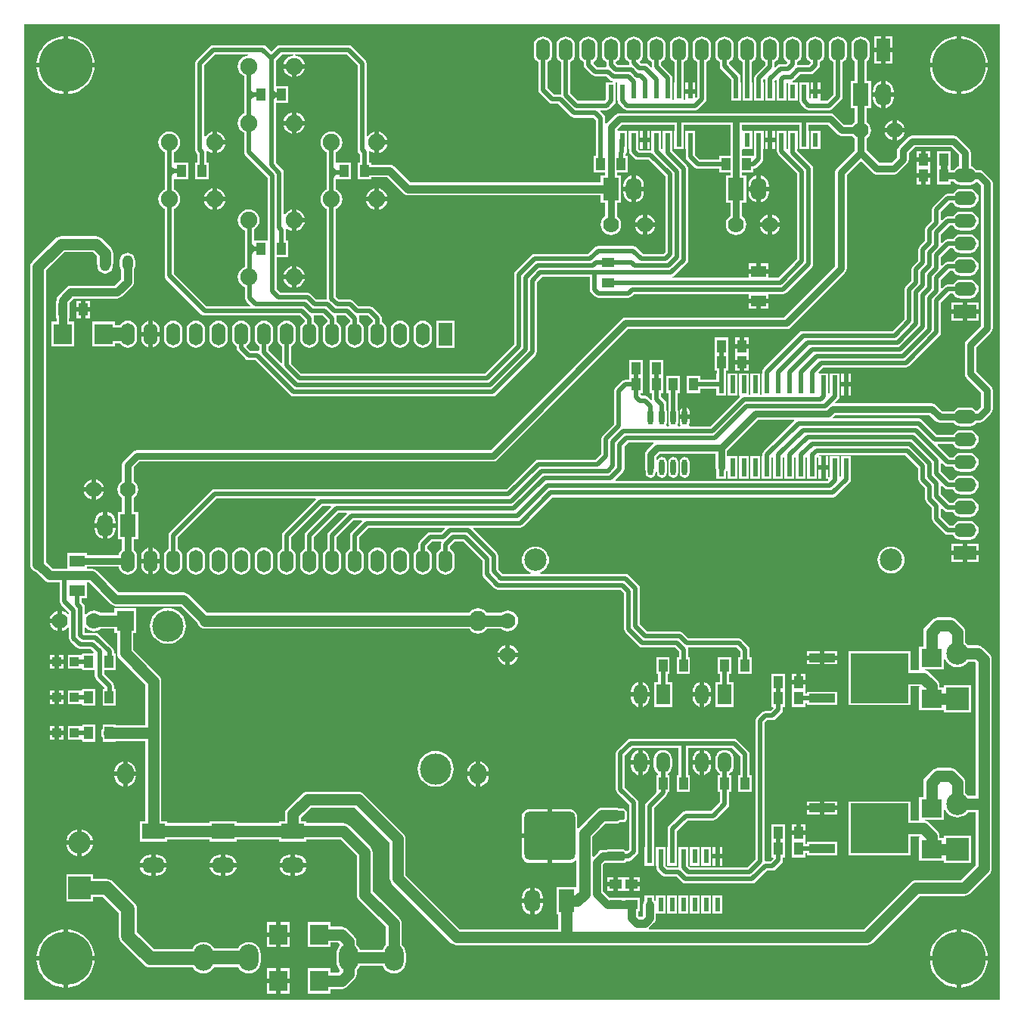
<source format=gbl>
G04*
G04 #@! TF.GenerationSoftware,Altium Limited,Altium Designer,18.0.7 (293)*
G04*
G04 Layer_Physical_Order=2*
G04 Layer_Color=16711680*
%FSLAX25Y25*%
%MOIN*%
G70*
G01*
G75*
%ADD10R,0.03937X0.05500*%
%ADD11O,0.02362X0.07087*%
%ADD12R,0.02362X0.07874*%
%ADD13R,0.06500X0.05000*%
%ADD14R,0.05500X0.03937*%
%ADD15R,0.02362X0.06102*%
%ADD16R,0.09055X0.08000*%
G04:AMPARAMS|DCode=17|XSize=39.37mil|YSize=78.74mil|CornerRadius=4.92mil|HoleSize=0mil|Usage=FLASHONLY|Rotation=270.000|XOffset=0mil|YOffset=0mil|HoleType=Round|Shape=RoundedRectangle|*
%AMROUNDEDRECTD17*
21,1,0.03937,0.06890,0,0,270.0*
21,1,0.02953,0.07874,0,0,270.0*
1,1,0.00984,-0.03445,-0.01476*
1,1,0.00984,-0.03445,0.01476*
1,1,0.00984,0.03445,0.01476*
1,1,0.00984,0.03445,-0.01476*
%
%ADD17ROUNDEDRECTD17*%
G04:AMPARAMS|DCode=18|XSize=216.54mil|YSize=224.41mil|CornerRadius=27.07mil|HoleSize=0mil|Usage=FLASHONLY|Rotation=270.000|XOffset=0mil|YOffset=0mil|HoleType=Round|Shape=RoundedRectangle|*
%AMROUNDEDRECTD18*
21,1,0.21654,0.17028,0,0,270.0*
21,1,0.16240,0.22441,0,0,270.0*
1,1,0.05413,-0.08514,-0.08120*
1,1,0.05413,-0.08514,0.08120*
1,1,0.05413,0.08514,0.08120*
1,1,0.05413,0.08514,-0.08120*
%
%ADD18ROUNDEDRECTD18*%
%ADD19R,0.25591X0.21850*%
%ADD20R,0.11221X0.03937*%
%ADD21R,0.03937X0.03937*%
%ADD22R,0.08000X0.09055*%
%ADD23C,0.02000*%
%ADD24C,0.03500*%
%ADD25C,0.06000*%
%ADD26C,0.05000*%
%ADD27C,0.03000*%
%ADD28C,0.04000*%
%ADD29O,0.09843X0.06142*%
%ADD30R,0.09843X0.06142*%
%ADD31R,0.07000X0.10000*%
%ADD32O,0.07000X0.10000*%
%ADD33C,0.07500*%
%ADD34O,0.04724X0.07087*%
%ADD35C,0.09843*%
%ADD36R,0.09843X0.09843*%
%ADD37C,0.07000*%
%ADD38R,0.10000X0.07000*%
%ADD39O,0.10000X0.07000*%
%ADD40R,0.07500X0.09000*%
%ADD41O,0.07500X0.09000*%
%ADD42C,0.13780*%
%ADD43R,0.06142X0.09843*%
%ADD44O,0.06142X0.09843*%
%ADD45O,0.08661X0.11811*%
%ADD46R,0.06000X0.09000*%
%ADD47O,0.06000X0.09000*%
%ADD48O,0.06142X0.09843*%
%ADD49R,0.06142X0.09843*%
%ADD50C,0.23622*%
G36*
X24675Y-363157D02*
X-405337D01*
X-405337Y66855D01*
X24675D01*
Y-363157D01*
D02*
G37*
%LPC*%
G36*
X-22671Y61336D02*
X-25742D01*
Y56414D01*
X-22671D01*
Y61336D01*
D02*
G37*
G36*
X-27742D02*
X-30813D01*
Y56414D01*
X-27742D01*
Y61336D01*
D02*
G37*
G36*
X7519Y61471D02*
Y49699D01*
X19291D01*
X19211Y50709D01*
X18741Y52670D01*
X17969Y54533D01*
X16915Y56252D01*
X15606Y57786D01*
X14073Y59095D01*
X12353Y60149D01*
X10490Y60921D01*
X8529Y61391D01*
X7519Y61471D01*
D02*
G37*
G36*
X5519D02*
X4509Y61391D01*
X2548Y60921D01*
X685Y60149D01*
X-1034Y59095D01*
X-2568Y57786D01*
X-3877Y56252D01*
X-4931Y54533D01*
X-5703Y52670D01*
X-6173Y50709D01*
X-6253Y49699D01*
X5519D01*
Y61471D01*
D02*
G37*
G36*
X-386182D02*
Y49699D01*
X-374410D01*
X-374489Y50709D01*
X-374960Y52670D01*
X-375732Y54533D01*
X-376785Y56252D01*
X-378095Y57786D01*
X-379628Y59095D01*
X-381348Y60149D01*
X-383211Y60921D01*
X-385172Y61391D01*
X-386182Y61471D01*
D02*
G37*
G36*
X-388182D02*
X-389192Y61391D01*
X-391153Y60921D01*
X-393016Y60149D01*
X-394735Y59095D01*
X-396269Y57786D01*
X-397578Y56252D01*
X-398632Y54533D01*
X-399403Y52670D01*
X-399874Y50709D01*
X-399954Y49699D01*
X-388182D01*
Y61471D01*
D02*
G37*
G36*
X-22671Y54414D02*
X-25742D01*
Y49493D01*
X-22671D01*
Y54414D01*
D02*
G37*
G36*
X-27742D02*
X-30813D01*
Y49493D01*
X-27742D01*
Y54414D01*
D02*
G37*
G36*
X-56742Y61371D02*
X-57805Y61231D01*
X-58795Y60821D01*
X-59646Y60168D01*
X-60298Y59318D01*
X-60708Y58328D01*
X-60848Y57265D01*
Y53564D01*
X-60708Y52501D01*
X-60298Y51511D01*
X-59646Y50661D01*
X-58886Y50077D01*
X-58857Y49571D01*
X-58862Y49540D01*
X-59712Y48690D01*
X-64258D01*
X-64515Y48876D01*
X-64703Y49135D01*
Y50002D01*
X-64689Y50008D01*
X-63839Y50661D01*
X-63187Y51511D01*
X-62776Y52501D01*
X-62636Y53564D01*
Y57265D01*
X-62776Y58328D01*
X-63187Y59318D01*
X-63839Y60168D01*
X-64689Y60821D01*
X-65680Y61231D01*
X-66742Y61371D01*
X-67805Y61231D01*
X-68795Y60821D01*
X-69646Y60168D01*
X-70298Y59318D01*
X-70708Y58328D01*
X-70848Y57265D01*
Y53564D01*
X-70708Y52501D01*
X-70298Y51511D01*
X-69646Y50661D01*
X-69086Y50231D01*
X-69042Y49596D01*
X-69555Y49083D01*
X-72254D01*
X-72254Y49083D01*
X-73034Y48928D01*
X-73695Y48486D01*
X-74266Y47916D01*
X-74703Y48186D01*
Y50002D01*
X-74689Y50008D01*
X-73839Y50661D01*
X-73186Y51511D01*
X-72776Y52501D01*
X-72636Y53564D01*
Y57265D01*
X-72776Y58328D01*
X-73186Y59318D01*
X-73839Y60168D01*
X-74689Y60821D01*
X-75680Y61231D01*
X-76742Y61371D01*
X-77805Y61231D01*
X-78795Y60821D01*
X-79646Y60168D01*
X-80298Y59318D01*
X-80708Y58328D01*
X-80848Y57265D01*
Y53564D01*
X-80708Y52501D01*
X-80298Y51511D01*
X-79646Y50661D01*
X-78795Y50008D01*
X-78781Y50002D01*
Y48912D01*
X-83125Y44568D01*
X-83567Y43907D01*
X-83723Y43126D01*
Y41159D01*
X-83864D01*
Y33056D01*
X-79502D01*
Y41159D01*
X-79644D01*
Y42282D01*
X-79160Y42766D01*
X-78723Y42496D01*
Y41159D01*
X-78864D01*
Y33056D01*
X-74502D01*
Y41159D01*
X-74644D01*
Y41770D01*
X-74222Y42191D01*
X-73722Y41984D01*
Y41159D01*
X-73864D01*
Y33056D01*
X-69502D01*
Y40896D01*
X-69183Y41088D01*
X-68864Y40896D01*
Y33056D01*
X-64502D01*
Y41159D01*
X-66603D01*
X-66686Y41419D01*
X-66686Y41658D01*
X-66087Y42059D01*
X-63535Y44611D01*
X-58868D01*
X-58087Y44767D01*
X-57426Y45208D01*
X-55300Y47334D01*
X-55300Y47334D01*
X-54858Y47995D01*
X-54703Y48776D01*
X-54703Y48776D01*
Y50002D01*
X-54689Y50008D01*
X-53839Y50661D01*
X-53187Y51511D01*
X-52776Y52501D01*
X-52636Y53564D01*
Y57265D01*
X-52776Y58328D01*
X-53187Y59318D01*
X-53839Y60168D01*
X-54689Y60821D01*
X-55680Y61231D01*
X-56742Y61371D01*
D02*
G37*
G36*
X-287504Y47229D02*
X-291163D01*
X-291132Y46989D01*
X-290653Y45834D01*
X-289892Y44842D01*
X-288899Y44080D01*
X-287744Y43602D01*
X-287504Y43570D01*
Y47229D01*
D02*
G37*
G36*
X-281845D02*
X-285504D01*
Y43570D01*
X-285264Y43602D01*
X-284108Y44080D01*
X-283116Y44842D01*
X-282355Y45834D01*
X-281876Y46989D01*
X-281845Y47229D01*
D02*
G37*
G36*
X-54502Y41159D02*
X-55683D01*
Y38107D01*
X-54502D01*
Y41159D01*
D02*
G37*
G36*
X-109620D02*
X-110801D01*
Y38107D01*
X-109620D01*
Y41159D01*
D02*
G37*
G36*
X-57683D02*
X-58864D01*
Y38107D01*
X-57683D01*
Y41159D01*
D02*
G37*
G36*
X-112801D02*
X-113982D01*
Y38107D01*
X-112801D01*
Y41159D01*
D02*
G37*
G36*
X-25742Y41636D02*
Y36729D01*
X-22204D01*
Y37229D01*
X-22358Y38404D01*
X-22812Y39499D01*
X-23533Y40439D01*
X-24473Y41160D01*
X-25568Y41614D01*
X-25742Y41636D01*
D02*
G37*
G36*
X-27742D02*
X-27917Y41614D01*
X-29012Y41160D01*
X-29952Y40439D01*
X-30673Y39499D01*
X-31126Y38404D01*
X-31281Y37229D01*
Y36729D01*
X-27742D01*
Y41636D01*
D02*
G37*
G36*
X19291Y47699D02*
X7519D01*
Y35927D01*
X8529Y36007D01*
X10490Y36477D01*
X12353Y37249D01*
X14073Y38303D01*
X15606Y39612D01*
X16915Y41146D01*
X17969Y42865D01*
X18741Y44728D01*
X19211Y46689D01*
X19291Y47699D01*
D02*
G37*
G36*
X5519D02*
X-6253D01*
X-6173Y46689D01*
X-5703Y44728D01*
X-4931Y42865D01*
X-3877Y41146D01*
X-2568Y39612D01*
X-1034Y38303D01*
X685Y37249D01*
X2548Y36477D01*
X4509Y36007D01*
X5519Y35927D01*
Y47699D01*
D02*
G37*
G36*
X-374410D02*
X-386182D01*
Y35927D01*
X-385172Y36007D01*
X-383211Y36477D01*
X-381348Y37249D01*
X-379628Y38303D01*
X-378095Y39612D01*
X-376785Y41146D01*
X-375732Y42865D01*
X-374960Y44728D01*
X-374489Y46689D01*
X-374410Y47699D01*
D02*
G37*
G36*
X-388182D02*
X-399954D01*
X-399874Y46689D01*
X-399403Y44728D01*
X-398632Y42865D01*
X-397578Y41146D01*
X-396269Y39612D01*
X-394735Y38303D01*
X-393016Y37249D01*
X-391153Y36477D01*
X-389192Y36007D01*
X-388182Y35927D01*
Y47699D01*
D02*
G37*
G36*
X-86742Y61371D02*
X-87805Y61231D01*
X-88795Y60821D01*
X-89646Y60168D01*
X-90298Y59318D01*
X-90708Y58328D01*
X-90848Y57265D01*
Y53564D01*
X-90708Y52501D01*
X-90298Y51511D01*
X-89646Y50661D01*
X-88795Y50008D01*
X-88722Y49978D01*
Y41159D01*
X-88864D01*
Y33056D01*
X-84502D01*
Y41159D01*
X-84644D01*
Y50043D01*
X-83839Y50661D01*
X-83187Y51511D01*
X-82776Y52501D01*
X-82636Y53564D01*
Y57265D01*
X-82776Y58328D01*
X-83187Y59318D01*
X-83839Y60168D01*
X-84689Y60821D01*
X-85680Y61231D01*
X-86742Y61371D01*
D02*
G37*
G36*
X-96742D02*
X-97805Y61231D01*
X-98795Y60821D01*
X-99646Y60168D01*
X-100298Y59318D01*
X-100708Y58328D01*
X-100848Y57265D01*
Y53564D01*
X-100708Y52501D01*
X-100298Y51511D01*
X-99646Y50661D01*
X-98795Y50008D01*
X-98782Y50002D01*
Y48305D01*
X-98626Y47524D01*
X-98184Y46863D01*
X-93722Y42401D01*
Y41159D01*
X-93864D01*
Y33056D01*
X-89502D01*
Y41159D01*
X-89644D01*
Y43246D01*
X-89799Y44026D01*
X-90241Y44687D01*
X-94703Y49149D01*
Y50002D01*
X-94689Y50008D01*
X-93839Y50661D01*
X-93186Y51511D01*
X-92776Y52501D01*
X-92636Y53564D01*
Y57265D01*
X-92776Y58328D01*
X-93186Y59318D01*
X-93839Y60168D01*
X-94689Y60821D01*
X-95680Y61231D01*
X-96742Y61371D01*
D02*
G37*
G36*
X-46742D02*
X-47805Y61231D01*
X-48795Y60821D01*
X-49646Y60168D01*
X-50298Y59318D01*
X-50708Y58328D01*
X-50848Y57265D01*
Y53564D01*
X-50708Y52501D01*
X-50298Y51511D01*
X-49646Y50661D01*
X-48795Y50008D01*
X-48781Y50002D01*
Y35601D01*
X-51444Y32938D01*
X-54051D01*
X-54502Y33056D01*
X-54502Y33438D01*
Y36107D01*
X-56683D01*
X-58864D01*
Y34185D01*
X-59364Y33918D01*
X-59502Y34010D01*
Y41159D01*
X-63864D01*
Y33056D01*
X-63722D01*
Y32961D01*
X-63567Y32180D01*
X-63125Y31519D01*
X-61063Y29456D01*
X-60401Y29015D01*
X-59621Y28859D01*
X-59621Y28859D01*
X-50600D01*
X-49819Y29015D01*
X-49158Y29456D01*
X-45300Y33314D01*
X-44858Y33975D01*
X-44703Y34756D01*
X-44703Y34756D01*
Y50002D01*
X-44689Y50008D01*
X-43839Y50661D01*
X-43187Y51511D01*
X-42776Y52501D01*
X-42636Y53564D01*
Y57265D01*
X-42776Y58328D01*
X-43187Y59318D01*
X-43839Y60168D01*
X-44689Y60821D01*
X-45680Y61231D01*
X-46742Y61371D01*
D02*
G37*
G36*
X-22204Y34729D02*
X-25742D01*
Y29822D01*
X-25568Y29845D01*
X-24473Y30299D01*
X-23533Y31020D01*
X-22812Y31960D01*
X-22358Y33055D01*
X-22204Y34229D01*
Y34729D01*
D02*
G37*
G36*
X-27742D02*
X-31281D01*
Y34229D01*
X-31126Y33055D01*
X-30673Y31960D01*
X-29952Y31020D01*
X-29012Y30299D01*
X-27917Y29845D01*
X-27742Y29822D01*
Y34729D01*
D02*
G37*
G36*
X-36742Y61371D02*
X-37805Y61231D01*
X-38795Y60821D01*
X-39646Y60168D01*
X-40298Y59318D01*
X-40708Y58328D01*
X-40848Y57265D01*
Y53564D01*
X-40708Y52501D01*
X-40298Y51511D01*
X-39646Y50661D01*
X-39291Y50389D01*
Y41729D01*
X-41242D01*
Y29729D01*
X-39291D01*
Y23697D01*
X-39952Y23191D01*
X-40459Y22530D01*
X-44012D01*
X-48281Y26799D01*
X-49108Y27352D01*
X-50084Y27546D01*
X-143120D01*
X-144095Y27352D01*
X-144922Y26799D01*
X-148604Y23118D01*
X-148762Y22881D01*
X-149262Y23032D01*
Y25301D01*
X-149417Y26081D01*
X-149859Y26743D01*
X-151514Y28397D01*
X-151323Y28859D01*
X-148864D01*
X-148083Y29015D01*
X-147422Y29456D01*
X-145360Y31519D01*
X-144918Y32180D01*
X-144830Y32621D01*
X-144620Y33056D01*
X-144620Y33056D01*
X-144620Y33056D01*
Y41111D01*
X-144620Y41159D01*
X-144559Y41401D01*
X-144362D01*
X-143983Y40926D01*
Y33056D01*
X-143841D01*
Y32961D01*
X-143685Y32180D01*
X-143243Y31519D01*
X-141181Y29456D01*
X-140520Y29015D01*
X-139739Y28859D01*
X-139739Y28859D01*
X-109655D01*
X-108874Y29015D01*
X-108213Y29456D01*
X-105300Y32369D01*
X-105300Y32369D01*
X-104858Y33031D01*
X-104703Y33811D01*
Y50002D01*
X-104689Y50008D01*
X-103839Y50661D01*
X-103187Y51511D01*
X-102776Y52501D01*
X-102636Y53564D01*
Y57265D01*
X-102776Y58328D01*
X-103187Y59318D01*
X-103839Y60168D01*
X-104689Y60821D01*
X-105680Y61231D01*
X-106742Y61371D01*
X-107805Y61231D01*
X-108795Y60821D01*
X-109646Y60168D01*
X-110298Y59318D01*
X-110708Y58328D01*
X-110848Y57265D01*
Y53564D01*
X-110708Y52501D01*
X-110298Y51511D01*
X-109646Y50661D01*
X-108795Y50008D01*
X-108782Y50002D01*
Y34656D01*
X-109158Y34279D01*
X-109620Y34470D01*
Y36107D01*
X-111801D01*
Y37107D01*
D01*
Y36107D01*
X-113982D01*
Y33462D01*
X-114301Y33276D01*
X-114620Y33462D01*
Y41159D01*
X-114762D01*
Y49978D01*
X-114689Y50008D01*
X-113839Y50661D01*
X-113187Y51511D01*
X-112776Y52501D01*
X-112636Y53564D01*
Y57265D01*
X-112776Y58328D01*
X-113187Y59318D01*
X-113839Y60168D01*
X-114689Y60821D01*
X-115680Y61231D01*
X-116742Y61371D01*
X-117805Y61231D01*
X-118795Y60821D01*
X-119646Y60168D01*
X-120298Y59318D01*
X-120708Y58328D01*
X-120848Y57265D01*
Y53564D01*
X-120708Y52501D01*
X-120298Y51511D01*
X-119646Y50661D01*
X-118841Y50043D01*
Y41159D01*
X-118983D01*
Y33462D01*
X-119301Y33276D01*
X-119620Y33462D01*
Y41159D01*
X-119762D01*
Y43126D01*
X-119918Y43907D01*
X-120360Y44568D01*
X-120360Y44568D01*
X-124703Y48912D01*
Y50002D01*
X-124689Y50008D01*
X-123839Y50661D01*
X-123187Y51511D01*
X-122776Y52501D01*
X-122636Y53564D01*
Y57265D01*
X-122776Y58328D01*
X-123187Y59318D01*
X-123839Y60168D01*
X-124689Y60821D01*
X-125680Y61231D01*
X-126742Y61371D01*
X-127805Y61231D01*
X-128795Y60821D01*
X-129646Y60168D01*
X-130298Y59318D01*
X-130708Y58328D01*
X-130848Y57265D01*
Y53564D01*
X-130708Y52501D01*
X-130298Y51511D01*
X-129646Y50661D01*
X-128795Y50008D01*
X-128781Y50002D01*
Y48108D01*
X-128875Y48028D01*
X-129253Y47872D01*
X-130261Y48880D01*
X-130922Y49322D01*
X-131702Y49477D01*
X-133614D01*
X-134113Y49976D01*
X-134080Y50475D01*
X-133839Y50661D01*
X-133186Y51511D01*
X-132776Y52501D01*
X-132636Y53564D01*
Y57265D01*
X-132776Y58328D01*
X-133186Y59318D01*
X-133839Y60168D01*
X-134689Y60821D01*
X-135680Y61231D01*
X-136742Y61371D01*
X-137805Y61231D01*
X-138795Y60821D01*
X-139646Y60168D01*
X-140298Y59318D01*
X-140708Y58328D01*
X-140848Y57265D01*
Y53564D01*
X-140708Y52501D01*
X-140298Y51511D01*
X-139646Y50661D01*
X-138795Y50008D01*
X-138781Y50002D01*
Y49722D01*
X-138676Y49190D01*
X-139014Y48690D01*
X-143772D01*
X-144623Y49540D01*
X-144627Y49571D01*
X-144599Y50077D01*
X-143839Y50661D01*
X-143186Y51511D01*
X-142776Y52501D01*
X-142636Y53564D01*
Y57265D01*
X-142776Y58328D01*
X-143186Y59318D01*
X-143839Y60168D01*
X-144689Y60821D01*
X-145680Y61231D01*
X-146742Y61371D01*
X-147805Y61231D01*
X-148795Y60821D01*
X-149646Y60168D01*
X-150298Y59318D01*
X-150708Y58328D01*
X-150848Y57265D01*
Y53564D01*
X-150708Y52501D01*
X-150298Y51511D01*
X-149646Y50661D01*
X-148795Y50008D01*
X-148782Y50002D01*
Y48776D01*
X-148707Y48402D01*
X-149118Y47902D01*
X-152905D01*
X-154543Y49540D01*
X-154563Y49604D01*
X-154531Y50129D01*
X-153839Y50661D01*
X-153187Y51511D01*
X-152776Y52501D01*
X-152636Y53564D01*
Y57265D01*
X-152776Y58328D01*
X-153187Y59318D01*
X-153839Y60168D01*
X-154689Y60821D01*
X-155680Y61231D01*
X-156742Y61371D01*
X-157805Y61231D01*
X-158795Y60821D01*
X-159646Y60168D01*
X-160298Y59318D01*
X-160708Y58328D01*
X-160848Y57265D01*
Y53564D01*
X-160708Y52501D01*
X-160298Y51511D01*
X-159646Y50661D01*
X-158795Y50008D01*
X-158782Y50002D01*
Y48856D01*
X-158626Y48075D01*
X-158184Y47414D01*
X-155192Y44421D01*
X-155192Y44421D01*
X-154530Y43979D01*
X-153750Y43824D01*
X-153750Y43824D01*
X-148917D01*
X-147301Y42208D01*
X-146640Y41767D01*
X-146097Y41658D01*
X-146146Y41159D01*
X-148983D01*
Y33663D01*
X-149708Y32938D01*
X-161318D01*
X-164703Y36323D01*
Y50002D01*
X-164689Y50008D01*
X-163839Y50661D01*
X-163187Y51511D01*
X-162776Y52501D01*
X-162636Y53564D01*
Y57265D01*
X-162776Y58328D01*
X-163187Y59318D01*
X-163839Y60168D01*
X-164689Y60821D01*
X-165680Y61231D01*
X-166742Y61371D01*
X-167805Y61231D01*
X-168795Y60821D01*
X-169646Y60168D01*
X-170298Y59318D01*
X-170708Y58328D01*
X-170848Y57265D01*
Y53564D01*
X-170708Y52501D01*
X-170298Y51511D01*
X-169646Y50661D01*
X-168795Y50008D01*
X-168781Y50002D01*
Y36013D01*
X-169166Y35697D01*
X-171803D01*
X-174703Y38598D01*
Y50002D01*
X-174689Y50008D01*
X-173839Y50661D01*
X-173187Y51511D01*
X-172776Y52501D01*
X-172636Y53564D01*
Y57265D01*
X-172776Y58328D01*
X-173187Y59318D01*
X-173839Y60168D01*
X-174689Y60821D01*
X-175680Y61231D01*
X-176742Y61371D01*
X-177805Y61231D01*
X-178795Y60821D01*
X-179646Y60168D01*
X-180298Y59318D01*
X-180708Y58328D01*
X-180848Y57265D01*
Y53564D01*
X-180708Y52501D01*
X-180298Y51511D01*
X-179646Y50661D01*
X-178795Y50008D01*
X-178781Y50002D01*
Y37753D01*
X-178626Y36973D01*
X-178184Y36312D01*
X-174089Y32216D01*
X-173428Y31774D01*
X-172647Y31619D01*
X-170010D01*
X-164540Y26149D01*
X-163878Y25706D01*
X-163098Y25551D01*
X-163098Y25551D01*
X-154436D01*
X-153340Y24456D01*
Y8771D01*
X-154270D01*
Y1271D01*
X-149350D01*
Y194D01*
X-151301D01*
Y-3032D01*
X-235171D01*
X-242310Y4107D01*
X-242885Y4548D01*
X-243554Y4825D01*
X-244272Y4919D01*
X-252535D01*
Y5896D01*
X-253465D01*
Y10299D01*
X-253555Y10753D01*
X-253101Y11035D01*
X-252399Y10497D01*
X-251244Y10018D01*
X-251004Y9986D01*
Y14646D01*
Y19305D01*
X-251244Y19274D01*
X-252399Y18795D01*
X-253392Y18034D01*
X-253965Y17287D01*
X-254465Y17456D01*
Y49555D01*
X-254620Y50336D01*
X-255062Y50997D01*
X-261019Y56954D01*
X-261680Y57396D01*
X-262461Y57551D01*
X-292673D01*
X-293454Y57396D01*
X-294115Y56954D01*
X-296504Y54565D01*
X-298893Y56954D01*
X-299554Y57396D01*
X-300335Y57551D01*
X-322047D01*
X-322828Y57396D01*
X-323489Y56954D01*
X-329446Y50997D01*
X-329888Y50335D01*
X-330043Y49555D01*
Y11299D01*
X-329888Y10519D01*
X-329446Y9858D01*
X-329043Y9455D01*
Y5896D01*
X-329972D01*
Y-1604D01*
X-324035D01*
Y5896D01*
X-324965D01*
Y10299D01*
X-325055Y10753D01*
X-324601Y11035D01*
X-323900Y10497D01*
X-322744Y10018D01*
X-322504Y9986D01*
Y14646D01*
Y19305D01*
X-322744Y19274D01*
X-323900Y18795D01*
X-324892Y18034D01*
X-325465Y17287D01*
X-325965Y17456D01*
Y48710D01*
X-321203Y53473D01*
X-306899D01*
X-306866Y52973D01*
X-307744Y52857D01*
X-308899Y52378D01*
X-309892Y51617D01*
X-310653Y50625D01*
X-311132Y49469D01*
X-311295Y48229D01*
X-311132Y46989D01*
X-310653Y45834D01*
X-309892Y44842D01*
X-308899Y44080D01*
X-308543Y43933D01*
Y35729D01*
Y27526D01*
X-308899Y27378D01*
X-309892Y26617D01*
X-310653Y25625D01*
X-311132Y24469D01*
X-311295Y23229D01*
X-311132Y21989D01*
X-310653Y20834D01*
X-309892Y19842D01*
X-308899Y19080D01*
X-308543Y18933D01*
Y10462D01*
X-308388Y9681D01*
X-307946Y9020D01*
X-298043Y-883D01*
Y-28419D01*
X-303965D01*
Y-23708D01*
X-303116Y-23057D01*
X-302355Y-22065D01*
X-301876Y-20909D01*
X-301713Y-19669D01*
X-301876Y-18429D01*
X-302355Y-17274D01*
X-303116Y-16282D01*
X-304109Y-15520D01*
X-305264Y-15042D01*
X-306504Y-14878D01*
X-307744Y-15042D01*
X-308899Y-15520D01*
X-309892Y-16282D01*
X-310653Y-17274D01*
X-311132Y-18429D01*
X-311295Y-19669D01*
X-311132Y-20909D01*
X-310653Y-22065D01*
X-309892Y-23057D01*
X-308899Y-23818D01*
X-308043Y-24173D01*
Y-32169D01*
Y-40165D01*
X-308899Y-40520D01*
X-309892Y-41282D01*
X-310653Y-42274D01*
X-311132Y-43429D01*
X-311295Y-44669D01*
X-311132Y-45909D01*
X-310653Y-47065D01*
X-309892Y-48057D01*
X-308899Y-48818D01*
X-308043Y-49173D01*
Y-54050D01*
X-307888Y-54830D01*
X-307446Y-55492D01*
X-305752Y-57186D01*
X-305943Y-57648D01*
X-325005D01*
X-339465Y-43187D01*
Y-14651D01*
X-339108Y-14503D01*
X-338116Y-13742D01*
X-337355Y-12750D01*
X-336876Y-11594D01*
X-336713Y-10354D01*
X-336876Y-9114D01*
X-337355Y-7959D01*
X-338116Y-6966D01*
X-339108Y-6205D01*
X-339465Y-6058D01*
Y-1622D01*
X-338972Y-1604D01*
Y-1604D01*
X-333035D01*
Y5896D01*
X-338972D01*
Y5896D01*
X-339465Y5914D01*
Y10349D01*
X-339108Y10497D01*
X-338116Y11258D01*
X-337355Y12250D01*
X-336876Y13406D01*
X-336713Y14646D01*
X-336876Y15886D01*
X-337355Y17041D01*
X-338116Y18034D01*
X-339108Y18795D01*
X-340264Y19274D01*
X-341504Y19437D01*
X-342744Y19274D01*
X-343899Y18795D01*
X-344892Y18034D01*
X-345653Y17041D01*
X-346132Y15886D01*
X-346295Y14646D01*
X-346132Y13406D01*
X-345653Y12250D01*
X-344892Y11258D01*
X-343899Y10497D01*
X-343543Y10349D01*
Y2146D01*
Y-6058D01*
X-343899Y-6205D01*
X-344892Y-6966D01*
X-345653Y-7959D01*
X-346132Y-9114D01*
X-346295Y-10354D01*
X-346132Y-11594D01*
X-345653Y-12750D01*
X-344892Y-13742D01*
X-343899Y-14503D01*
X-343543Y-14651D01*
Y-44032D01*
X-343388Y-44812D01*
X-342946Y-45474D01*
X-327291Y-61129D01*
X-326629Y-61571D01*
X-325849Y-61726D01*
X-283863D01*
X-281787Y-63802D01*
Y-64426D01*
X-281801Y-64432D01*
X-282651Y-65084D01*
X-283303Y-65935D01*
X-283714Y-66925D01*
X-283854Y-67988D01*
Y-71688D01*
X-283714Y-72751D01*
X-283303Y-73741D01*
X-282651Y-74592D01*
X-281801Y-75244D01*
X-280810Y-75655D01*
X-279748Y-75794D01*
X-278685Y-75655D01*
X-277695Y-75244D01*
X-276844Y-74592D01*
X-276192Y-73741D01*
X-275781Y-72751D01*
X-275641Y-71688D01*
Y-67988D01*
X-275781Y-66925D01*
X-276192Y-65935D01*
X-276844Y-65084D01*
X-277695Y-64432D01*
X-277708Y-64426D01*
Y-62957D01*
X-277854Y-62226D01*
X-277829Y-62090D01*
X-277635Y-61726D01*
X-273863D01*
X-271787Y-63802D01*
Y-64426D01*
X-271800Y-64432D01*
X-272651Y-65084D01*
X-273303Y-65935D01*
X-273713Y-66925D01*
X-273853Y-67988D01*
Y-71688D01*
X-273713Y-72751D01*
X-273303Y-73741D01*
X-272651Y-74592D01*
X-271800Y-75244D01*
X-270810Y-75655D01*
X-269747Y-75794D01*
X-268685Y-75655D01*
X-267694Y-75244D01*
X-266844Y-74592D01*
X-266192Y-73741D01*
X-265781Y-72751D01*
X-265641Y-71688D01*
Y-67988D01*
X-265781Y-66925D01*
X-266192Y-65935D01*
X-266844Y-65084D01*
X-267694Y-64432D01*
X-267708Y-64426D01*
Y-62957D01*
X-267854Y-62226D01*
X-267829Y-62090D01*
X-267635Y-61726D01*
X-263863D01*
X-261787Y-63802D01*
Y-64426D01*
X-261801Y-64432D01*
X-262651Y-65084D01*
X-263303Y-65935D01*
X-263714Y-66925D01*
X-263854Y-67988D01*
Y-71688D01*
X-263714Y-72751D01*
X-263303Y-73741D01*
X-262651Y-74592D01*
X-261801Y-75244D01*
X-260810Y-75655D01*
X-259748Y-75794D01*
X-258685Y-75655D01*
X-257695Y-75244D01*
X-256844Y-74592D01*
X-256192Y-73741D01*
X-255781Y-72751D01*
X-255642Y-71688D01*
Y-67988D01*
X-255781Y-66925D01*
X-256192Y-65935D01*
X-256844Y-65084D01*
X-257695Y-64432D01*
X-257708Y-64426D01*
Y-62957D01*
X-257854Y-62226D01*
X-257829Y-62090D01*
X-257634Y-61726D01*
X-253863D01*
X-251787Y-63802D01*
Y-64426D01*
X-251800Y-64432D01*
X-252651Y-65084D01*
X-253303Y-65935D01*
X-253713Y-66925D01*
X-253854Y-67988D01*
Y-71688D01*
X-253713Y-72751D01*
X-253303Y-73741D01*
X-252651Y-74592D01*
X-251800Y-75244D01*
X-250810Y-75655D01*
X-249747Y-75794D01*
X-248685Y-75655D01*
X-247694Y-75244D01*
X-246844Y-74592D01*
X-246192Y-73741D01*
X-245781Y-72751D01*
X-245641Y-71688D01*
Y-67988D01*
X-245781Y-66925D01*
X-246192Y-65935D01*
X-246844Y-65084D01*
X-247694Y-64432D01*
X-247708Y-64426D01*
Y-62957D01*
X-247864Y-62177D01*
X-248306Y-61515D01*
X-251576Y-58245D01*
X-252238Y-57803D01*
X-253018Y-57648D01*
X-257931D01*
X-260333Y-55245D01*
X-260995Y-54803D01*
X-261775Y-54648D01*
X-266688D01*
X-267965Y-53371D01*
Y-14651D01*
X-267608Y-14503D01*
X-266616Y-13742D01*
X-265855Y-12750D01*
X-265376Y-11594D01*
X-265213Y-10354D01*
X-265376Y-9114D01*
X-265855Y-7959D01*
X-266616Y-6966D01*
X-267608Y-6205D01*
X-267965Y-6058D01*
Y-1622D01*
X-267472Y-1604D01*
Y-1604D01*
X-261535D01*
Y5896D01*
X-267472D01*
Y5896D01*
X-267965Y5914D01*
Y10349D01*
X-267608Y10497D01*
X-266616Y11258D01*
X-265855Y12250D01*
X-265376Y13406D01*
X-265213Y14646D01*
X-265376Y15886D01*
X-265855Y17041D01*
X-266616Y18034D01*
X-267608Y18795D01*
X-268764Y19274D01*
X-270004Y19437D01*
X-271244Y19274D01*
X-272399Y18795D01*
X-273392Y18034D01*
X-274153Y17041D01*
X-274632Y15886D01*
X-274795Y14646D01*
X-274632Y13406D01*
X-274153Y12250D01*
X-273392Y11258D01*
X-272399Y10497D01*
X-272043Y10349D01*
Y1490D01*
Y-6058D01*
X-272399Y-6205D01*
X-273392Y-6966D01*
X-274153Y-7959D01*
X-274632Y-9114D01*
X-274795Y-10354D01*
X-274632Y-11594D01*
X-274153Y-12750D01*
X-273392Y-13742D01*
X-272399Y-14503D01*
X-272043Y-14651D01*
Y-54216D01*
X-272034Y-54261D01*
X-272351Y-54648D01*
X-276688D01*
X-279091Y-52245D01*
X-279752Y-51803D01*
X-280533Y-51648D01*
X-292522D01*
X-293965Y-50205D01*
Y-35919D01*
X-289035D01*
Y-28419D01*
X-289965D01*
Y-24016D01*
X-290055Y-23562D01*
X-289601Y-23280D01*
X-288899Y-23818D01*
X-287744Y-24297D01*
X-287504Y-24329D01*
Y-19669D01*
Y-15010D01*
X-287744Y-15042D01*
X-288899Y-15520D01*
X-289892Y-16282D01*
X-290465Y-17028D01*
X-290965Y-16859D01*
Y1204D01*
X-291120Y1985D01*
X-291562Y2646D01*
X-294465Y5549D01*
Y31979D01*
X-289035D01*
Y39479D01*
X-294465D01*
Y50836D01*
X-291829Y53473D01*
X-286899D01*
X-286866Y52973D01*
X-287744Y52857D01*
X-288899Y52378D01*
X-289892Y51617D01*
X-290653Y50625D01*
X-291132Y49469D01*
X-291163Y49229D01*
X-286504D01*
X-281845D01*
X-281876Y49469D01*
X-282355Y50625D01*
X-283116Y51617D01*
X-284108Y52378D01*
X-285264Y52857D01*
X-286142Y52973D01*
X-286109Y53473D01*
X-263305D01*
X-258543Y48710D01*
Y11299D01*
X-258388Y10519D01*
X-257946Y9858D01*
X-257543Y9455D01*
Y5896D01*
X-258472D01*
Y-1604D01*
X-252535D01*
Y-628D01*
X-245421D01*
X-238281Y-7767D01*
X-237707Y-8208D01*
X-237038Y-8485D01*
X-236320Y-8580D01*
X-151301D01*
Y-11806D01*
X-149350D01*
Y-17838D01*
X-150011Y-18345D01*
X-150732Y-19285D01*
X-151186Y-20379D01*
X-151340Y-21554D01*
X-151186Y-22729D01*
X-150732Y-23823D01*
X-150011Y-24764D01*
X-149071Y-25485D01*
X-147976Y-25938D01*
X-146801Y-26093D01*
X-145627Y-25938D01*
X-144532Y-25485D01*
X-143592Y-24764D01*
X-142871Y-23823D01*
X-142417Y-22729D01*
X-142263Y-21554D01*
X-142417Y-20379D01*
X-142871Y-19285D01*
X-143592Y-18345D01*
X-144252Y-17838D01*
Y-11806D01*
X-142301D01*
Y194D01*
X-144252D01*
Y1271D01*
X-139333D01*
Y8771D01*
X-140262D01*
Y9335D01*
X-140054Y9646D01*
X-139899Y10426D01*
Y11796D01*
X-139620D01*
Y19899D01*
X-143916D01*
X-144206Y20306D01*
X-142064Y22448D01*
X-118841D01*
Y19899D01*
X-118983D01*
Y11796D01*
X-114620D01*
Y19899D01*
X-114762D01*
Y22448D01*
X-94232D01*
Y15847D01*
Y8771D01*
X-99152D01*
Y7060D01*
X-107629D01*
X-109762Y9193D01*
Y11796D01*
X-109620D01*
Y19899D01*
X-113982D01*
Y11796D01*
X-113841D01*
Y8348D01*
X-113685Y7568D01*
X-113243Y6906D01*
X-109916Y3579D01*
X-109254Y3137D01*
X-108474Y2981D01*
X-99152D01*
Y1271D01*
X-94232D01*
Y194D01*
X-96183D01*
Y-11806D01*
X-94232D01*
Y-17838D01*
X-94893Y-18345D01*
X-95614Y-19285D01*
X-96068Y-20379D01*
X-96222Y-21554D01*
X-96068Y-22729D01*
X-95614Y-23823D01*
X-94893Y-24764D01*
X-93953Y-25485D01*
X-92858Y-25938D01*
X-91683Y-26093D01*
X-90509Y-25938D01*
X-89414Y-25485D01*
X-88474Y-24764D01*
X-87753Y-23823D01*
X-87299Y-22729D01*
X-87145Y-21554D01*
X-87299Y-20379D01*
X-87753Y-19285D01*
X-88474Y-18345D01*
X-89134Y-17838D01*
Y-11806D01*
X-87183D01*
Y194D01*
X-89134D01*
Y1271D01*
X-84215D01*
Y2981D01*
X-84064D01*
X-83284Y3137D01*
X-82622Y3579D01*
X-80241Y5960D01*
X-79799Y6621D01*
X-79644Y7402D01*
Y11796D01*
X-79502D01*
Y19899D01*
X-83864D01*
Y11796D01*
X-83723D01*
Y8790D01*
X-84215Y8771D01*
Y8771D01*
X-89134D01*
Y11408D01*
X-88864Y11796D01*
X-88634Y11796D01*
X-84502D01*
Y19899D01*
X-88634D01*
X-88864Y19899D01*
X-89134Y20287D01*
Y22448D01*
X-63722D01*
Y19899D01*
X-63864D01*
Y11796D01*
X-59502D01*
Y19899D01*
X-59644D01*
Y22448D01*
X-51140D01*
X-46871Y18179D01*
X-46044Y17626D01*
X-45068Y17432D01*
X-40459D01*
X-39952Y16772D01*
X-39291Y16265D01*
Y11234D01*
X-47245Y3280D01*
X-47798Y2453D01*
X-47992Y1477D01*
Y-39927D01*
X-70574Y-62509D01*
X-140370D01*
X-141346Y-62703D01*
X-142173Y-63256D01*
X-199805Y-120888D01*
X-355650D01*
X-356625Y-121082D01*
X-357452Y-121635D01*
X-361550Y-125732D01*
X-362102Y-126559D01*
X-362297Y-127535D01*
Y-134626D01*
X-362957Y-135133D01*
X-363678Y-136073D01*
X-364132Y-137167D01*
X-364286Y-138342D01*
X-364132Y-139517D01*
X-363678Y-140611D01*
X-362957Y-141551D01*
X-362297Y-142058D01*
Y-148090D01*
X-364247D01*
Y-160090D01*
X-362297D01*
Y-164812D01*
X-362651Y-165084D01*
X-363303Y-165935D01*
X-363714Y-166925D01*
X-363761Y-167289D01*
X-377882D01*
Y-166338D01*
X-386382D01*
Y-173311D01*
X-392857D01*
X-395789Y-170379D01*
Y-41724D01*
X-387764Y-33699D01*
X-375247D01*
X-373264Y-35682D01*
Y-38669D01*
X-373144Y-39582D01*
X-373131Y-39613D01*
Y-39779D01*
X-373015Y-40657D01*
X-372677Y-41475D01*
X-372138Y-42177D01*
X-371435Y-42716D01*
X-370617Y-43055D01*
X-369740Y-43170D01*
X-368862Y-43055D01*
X-368044Y-42716D01*
X-367342Y-42177D01*
X-366803Y-41475D01*
X-366464Y-40657D01*
X-366349Y-39779D01*
Y-39642D01*
X-366324Y-39582D01*
X-366204Y-38669D01*
Y-34220D01*
X-366324Y-33306D01*
X-366676Y-32455D01*
X-367237Y-31724D01*
X-371289Y-27673D01*
X-372020Y-27112D01*
X-372871Y-26759D01*
X-373785Y-26639D01*
X-389227D01*
X-390140Y-26759D01*
X-390992Y-27112D01*
X-391723Y-27673D01*
X-401816Y-37765D01*
X-402377Y-38497D01*
X-402730Y-39348D01*
X-402850Y-40262D01*
Y-171128D01*
X-402730Y-172041D01*
X-402377Y-172893D01*
X-401816Y-173624D01*
X-401085Y-174185D01*
X-400233Y-174538D01*
X-400182Y-174544D01*
X-396250Y-178477D01*
X-395623Y-178958D01*
X-394893Y-179260D01*
X-394110Y-179363D01*
X-389656D01*
Y-187664D01*
X-389501Y-188444D01*
X-389059Y-189106D01*
X-385696Y-192469D01*
Y-193173D01*
X-386195Y-193343D01*
X-386461Y-192997D01*
X-387401Y-192275D01*
X-388496Y-191822D01*
X-388671Y-191799D01*
Y-196206D01*
X-389671D01*
D01*
X-388671D01*
Y-200613D01*
X-388496Y-200590D01*
X-387401Y-200137D01*
X-386461Y-199415D01*
X-386195Y-199069D01*
X-385696Y-199239D01*
Y-203757D01*
X-385540Y-204538D01*
X-385098Y-205199D01*
X-382342Y-207955D01*
X-381681Y-208397D01*
X-380900Y-208552D01*
X-376172D01*
X-374764Y-209960D01*
X-374971Y-210460D01*
X-379910D01*
Y-210975D01*
X-380299Y-211241D01*
X-386237D01*
Y-217178D01*
X-380299D01*
X-379910Y-217445D01*
Y-217960D01*
X-374278D01*
Y-220427D01*
X-374123Y-221207D01*
X-373681Y-221869D01*
X-369953Y-225597D01*
Y-226208D01*
X-370910D01*
Y-233708D01*
X-364973D01*
Y-226208D01*
X-365875D01*
Y-224752D01*
X-366030Y-223972D01*
X-366472Y-223310D01*
X-370200Y-219583D01*
Y-217960D01*
X-364973D01*
Y-210460D01*
X-365875D01*
Y-209657D01*
X-366030Y-208877D01*
X-366472Y-208215D01*
X-372616Y-202071D01*
X-373277Y-201629D01*
X-374058Y-201474D01*
X-378617D01*
Y-199276D01*
X-378117Y-199107D01*
X-377880Y-199415D01*
X-376940Y-200137D01*
X-375845Y-200590D01*
X-374671Y-200745D01*
X-373496Y-200590D01*
X-372401Y-200137D01*
X-371879Y-199736D01*
X-365641D01*
Y-201706D01*
X-364421D01*
Y-210409D01*
X-364301Y-211322D01*
X-363948Y-212174D01*
X-363387Y-212905D01*
X-352071Y-224221D01*
Y-242176D01*
X-364973D01*
Y-241956D01*
X-370910D01*
Y-243825D01*
X-370999Y-243941D01*
X-371351Y-244792D01*
X-371472Y-245706D01*
X-371351Y-246620D01*
X-370999Y-247471D01*
X-370910Y-247587D01*
Y-249456D01*
X-364973D01*
Y-249236D01*
X-352071D01*
Y-284434D01*
X-354541D01*
Y-293434D01*
X-342541D01*
Y-292464D01*
X-323753D01*
Y-293434D01*
X-311753D01*
Y-292464D01*
X-292964D01*
Y-293434D01*
X-280964D01*
Y-292464D01*
X-266111D01*
X-258892Y-299684D01*
Y-316781D01*
X-258771Y-317695D01*
X-258419Y-318546D01*
X-257857Y-319277D01*
X-245993Y-331142D01*
Y-339128D01*
X-246265Y-339336D01*
X-247119Y-340450D01*
X-247423Y-341183D01*
X-257503D01*
X-257806Y-340450D01*
X-258661Y-339336D01*
X-258933Y-339128D01*
Y-337577D01*
X-259053Y-336663D01*
X-259406Y-335812D01*
X-259967Y-335081D01*
X-263031Y-332017D01*
X-263762Y-331455D01*
X-264614Y-331103D01*
X-265527Y-330983D01*
X-270526D01*
Y-328985D01*
X-280526D01*
Y-340040D01*
X-270526D01*
Y-338043D01*
X-266989D01*
X-266300Y-338733D01*
X-266265Y-339336D01*
X-267119Y-340450D01*
X-267656Y-341746D01*
X-267840Y-343138D01*
Y-346288D01*
X-267656Y-347679D01*
X-267119Y-348976D01*
X-266265Y-350090D01*
X-266283Y-350705D01*
X-266951Y-351372D01*
X-270526D01*
Y-349385D01*
X-280526D01*
Y-360440D01*
X-270526D01*
Y-358433D01*
X-265488D01*
X-264575Y-358313D01*
X-263723Y-357960D01*
X-262992Y-357399D01*
X-259928Y-354334D01*
X-259367Y-353603D01*
X-259014Y-352752D01*
X-258894Y-351838D01*
Y-350268D01*
X-258661Y-350090D01*
X-257806Y-348976D01*
X-257503Y-348243D01*
X-247423D01*
X-247119Y-348976D01*
X-246265Y-350090D01*
X-245151Y-350944D01*
X-243854Y-351481D01*
X-242463Y-351664D01*
X-241071Y-351481D01*
X-239774Y-350944D01*
X-238661Y-350090D01*
X-237806Y-348976D01*
X-237269Y-347679D01*
X-237086Y-346288D01*
Y-343138D01*
X-237269Y-341746D01*
X-237806Y-340450D01*
X-238661Y-339336D01*
X-238933Y-339128D01*
Y-329679D01*
X-239053Y-328766D01*
X-239406Y-327914D01*
X-239967Y-327183D01*
X-251831Y-315319D01*
Y-298222D01*
X-251951Y-297308D01*
X-252304Y-296457D01*
X-252865Y-295726D01*
X-262153Y-286438D01*
X-262884Y-285877D01*
X-263735Y-285524D01*
X-264649Y-285404D01*
X-280964D01*
Y-284434D01*
X-283434D01*
Y-282825D01*
X-279096Y-278487D01*
X-259696D01*
X-244325Y-293858D01*
Y-309602D01*
X-244204Y-310516D01*
X-243852Y-311367D01*
X-243291Y-312098D01*
X-217285Y-338104D01*
X-216553Y-338665D01*
X-215702Y-339018D01*
X-214788Y-339138D01*
X-33947D01*
X-33033Y-339018D01*
X-32182Y-338665D01*
X-31451Y-338104D01*
X-10855Y-317508D01*
X8765D01*
X9678Y-317388D01*
X10530Y-317035D01*
X11261Y-316474D01*
X19922Y-307813D01*
X20483Y-307082D01*
X20836Y-306230D01*
X20956Y-305316D01*
Y-276887D01*
Y-213167D01*
X20836Y-212253D01*
X20483Y-211402D01*
X19922Y-210671D01*
X17344Y-208092D01*
X16613Y-207531D01*
X15761Y-207179D01*
X14848Y-207058D01*
X10599D01*
X10044Y-206381D01*
X9367Y-205826D01*
Y-201184D01*
X9246Y-200270D01*
X8894Y-199419D01*
X8333Y-198688D01*
X5355Y-195710D01*
X4624Y-195149D01*
X3773Y-194797D01*
X2859Y-194676D01*
X-2653D01*
X-3566Y-194797D01*
X-4418Y-195149D01*
X-5149Y-195710D01*
X-8071Y-198632D01*
X-8631Y-199363D01*
X-8984Y-200215D01*
X-9104Y-201128D01*
Y-207465D01*
X-11102D01*
Y-217385D01*
X-11102Y-217465D01*
X-11295Y-217885D01*
X-14620D01*
Y-209490D01*
X-42211D01*
Y-233341D01*
X-14620D01*
Y-224946D01*
X-10893D01*
X-10880Y-224965D01*
X-11102Y-225465D01*
X-11102D01*
Y-235465D01*
X-85D01*
Y-236510D01*
X11758D01*
Y-224667D01*
X-85D01*
Y-225465D01*
X-2044D01*
Y-224812D01*
X-2164Y-223899D01*
X-2517Y-223047D01*
X-3078Y-222316D01*
X-6475Y-218919D01*
X-7206Y-218358D01*
X-8058Y-218005D01*
X-8362Y-217965D01*
X-8329Y-217465D01*
X-47D01*
Y-213204D01*
X453Y-213079D01*
X889Y-213894D01*
X1629Y-214796D01*
X2531Y-215536D01*
X3559Y-216086D01*
X4676Y-216424D01*
X5836Y-216539D01*
X6997Y-216424D01*
X8113Y-216086D01*
X9142Y-215536D01*
X10044Y-214796D01*
X10599Y-214119D01*
X13385D01*
X13896Y-214629D01*
Y-273356D01*
X10599D01*
X10044Y-272679D01*
X9367Y-272124D01*
Y-267482D01*
X9246Y-266568D01*
X8894Y-265717D01*
X8333Y-264985D01*
X5355Y-262008D01*
X4624Y-261447D01*
X3773Y-261094D01*
X2859Y-260974D01*
X-2653D01*
X-3566Y-261094D01*
X-4418Y-261447D01*
X-5149Y-262008D01*
X-8071Y-264930D01*
X-8631Y-265661D01*
X-8984Y-266512D01*
X-9104Y-267426D01*
Y-273763D01*
X-11102D01*
Y-283683D01*
X-11102Y-283763D01*
X-11295Y-284183D01*
X-14620D01*
Y-275788D01*
X-42211D01*
Y-299639D01*
X-14620D01*
Y-291244D01*
X-10893D01*
X-10880Y-291263D01*
X-11102Y-291763D01*
X-11102D01*
Y-301763D01*
X-85D01*
Y-302808D01*
X11758D01*
Y-290965D01*
X-85D01*
Y-291763D01*
X-2044D01*
Y-291110D01*
X-2164Y-290197D01*
X-2517Y-289345D01*
X-3078Y-288614D01*
X-6475Y-285217D01*
X-7206Y-284656D01*
X-8058Y-284303D01*
X-8362Y-284263D01*
X-8329Y-283763D01*
X-47D01*
Y-279502D01*
X453Y-279377D01*
X889Y-280192D01*
X1629Y-281094D01*
X2531Y-281834D01*
X3559Y-282383D01*
X4676Y-282722D01*
X5836Y-282836D01*
X6997Y-282722D01*
X8113Y-282383D01*
X9142Y-281834D01*
X10044Y-281094D01*
X10599Y-280417D01*
X13896D01*
Y-303854D01*
X7303Y-310448D01*
X-12317D01*
X-12317Y-310448D01*
X-13231Y-310568D01*
X-14082Y-310921D01*
X-14813Y-311482D01*
X-35409Y-332078D01*
X-130018D01*
X-130187Y-331578D01*
X-129953Y-331398D01*
X-127897Y-329342D01*
X-127456Y-328767D01*
X-127179Y-328099D01*
X-127084Y-327381D01*
Y-325849D01*
X-127039Y-325368D01*
X-126584Y-325368D01*
X-122677D01*
Y-317266D01*
X-127039D01*
Y-319239D01*
X-127539Y-319469D01*
X-127677Y-319350D01*
Y-317266D01*
X-132039D01*
Y-319642D01*
X-132260Y-319930D01*
X-132537Y-320599D01*
X-132632Y-321317D01*
Y-326232D01*
X-133063Y-326663D01*
X-134425D01*
X-134918Y-326170D01*
Y-324285D01*
X-133942D01*
Y-318348D01*
X-147486D01*
X-150273Y-315562D01*
Y-303686D01*
X-149417Y-302831D01*
X-148968D01*
X-148806Y-302939D01*
X-148223Y-303055D01*
X-141334D01*
X-140752Y-302939D01*
X-140258Y-302609D01*
X-139928Y-302116D01*
X-139924Y-302096D01*
X-139033D01*
X-138253Y-301941D01*
X-137591Y-301499D01*
X-135300Y-299208D01*
X-134858Y-298546D01*
X-134703Y-297766D01*
X-134703Y-297766D01*
Y-276365D01*
X-134858Y-275584D01*
X-135300Y-274923D01*
X-140611Y-269612D01*
Y-255565D01*
X-137355Y-252309D01*
X-116939D01*
Y-264189D01*
X-117868D01*
Y-271689D01*
X-111931D01*
Y-264189D01*
X-112861D01*
Y-252309D01*
X-93308D01*
X-89782Y-255835D01*
Y-264189D01*
X-90711D01*
Y-271689D01*
X-84774D01*
Y-264189D01*
X-85703D01*
Y-254991D01*
X-85858Y-254210D01*
X-86300Y-253549D01*
X-91022Y-248828D01*
X-91683Y-248386D01*
X-92463Y-248230D01*
X-138199D01*
X-138199Y-248230D01*
X-138980Y-248386D01*
X-139641Y-248828D01*
X-139641Y-248828D01*
X-144092Y-253278D01*
X-144534Y-253940D01*
X-144689Y-254720D01*
Y-270457D01*
X-144534Y-271237D01*
X-144092Y-271899D01*
X-138781Y-277209D01*
Y-296921D01*
X-139540Y-297680D01*
X-140183Y-297616D01*
X-140258Y-297505D01*
X-140752Y-297175D01*
X-141334Y-297059D01*
X-148223D01*
X-148806Y-297175D01*
X-148968Y-297283D01*
X-150566D01*
X-151284Y-297378D01*
X-151953Y-297655D01*
X-152527Y-298096D01*
X-154528Y-300096D01*
X-155028Y-299889D01*
Y-291401D01*
X-149163Y-285536D01*
X-145227D01*
X-144779Y-285595D01*
X-143865Y-285475D01*
X-143014Y-285122D01*
X-142936Y-285063D01*
X-141334D01*
X-140752Y-284947D01*
X-140258Y-284617D01*
X-139928Y-284123D01*
X-139812Y-283541D01*
Y-280588D01*
X-139928Y-280006D01*
X-140258Y-279513D01*
X-140752Y-279183D01*
X-141334Y-279067D01*
X-142918D01*
X-143073Y-278948D01*
X-143924Y-278596D01*
X-144838Y-278475D01*
X-150625D01*
X-151539Y-278596D01*
X-152390Y-278948D01*
X-153121Y-279509D01*
X-161054Y-287443D01*
X-161160Y-287580D01*
X-161660Y-287410D01*
Y-282941D01*
X-161787Y-281973D01*
X-162161Y-281071D01*
X-162755Y-280297D01*
X-163529Y-279703D01*
X-164431Y-279329D01*
X-165399Y-279202D01*
X-172912D01*
Y-291061D01*
Y-302920D01*
X-165399D01*
X-164431Y-302792D01*
X-163529Y-302419D01*
X-162755Y-301824D01*
X-162588Y-301607D01*
X-162088Y-301777D01*
Y-313742D01*
X-170912D01*
Y-325742D01*
X-169943D01*
Y-332078D01*
X-213326D01*
X-237264Y-308140D01*
Y-292395D01*
X-237385Y-291482D01*
X-237737Y-290630D01*
X-238298Y-289899D01*
X-255737Y-272460D01*
X-256468Y-271899D01*
X-257320Y-271547D01*
X-258233Y-271426D01*
X-280558D01*
X-281472Y-271547D01*
X-282323Y-271899D01*
X-283054Y-272460D01*
X-289460Y-278866D01*
X-290021Y-279597D01*
X-290374Y-280449D01*
X-290494Y-281363D01*
Y-284434D01*
X-292964D01*
Y-285404D01*
X-311753D01*
Y-284434D01*
X-323753D01*
Y-285404D01*
X-342541D01*
Y-284434D01*
X-345011D01*
Y-245706D01*
Y-222759D01*
X-345131Y-221845D01*
X-345484Y-220993D01*
X-346045Y-220262D01*
X-357361Y-208946D01*
Y-201706D01*
X-356141D01*
Y-190706D01*
X-365641D01*
Y-192676D01*
X-371879D01*
X-372401Y-192275D01*
X-373496Y-191822D01*
X-374671Y-191667D01*
X-375845Y-191822D01*
X-376940Y-192275D01*
X-377880Y-192997D01*
X-378117Y-193305D01*
X-378617Y-193136D01*
Y-190382D01*
X-378772Y-189602D01*
X-379214Y-188940D01*
X-380104Y-188051D01*
Y-186338D01*
X-377882D01*
Y-179363D01*
X-376712D01*
X-367169Y-188907D01*
X-367169Y-188907D01*
X-366542Y-189388D01*
X-365812Y-189690D01*
X-365029Y-189793D01*
X-365029Y-189793D01*
X-336322D01*
X-329047Y-197068D01*
X-329040Y-197119D01*
X-328687Y-197971D01*
X-328126Y-198702D01*
X-327395Y-199263D01*
X-326544Y-199616D01*
X-325630Y-199736D01*
X-209249D01*
X-208783Y-200344D01*
X-207791Y-201105D01*
X-206635Y-201584D01*
X-205395Y-201747D01*
X-204155Y-201584D01*
X-203000Y-201105D01*
X-202007Y-200344D01*
X-201541Y-199736D01*
X-195058D01*
X-194535Y-200137D01*
X-193440Y-200590D01*
X-192266Y-200745D01*
X-191091Y-200590D01*
X-189996Y-200137D01*
X-189056Y-199415D01*
X-188335Y-198475D01*
X-187881Y-197381D01*
X-187727Y-196206D01*
X-187881Y-195031D01*
X-188335Y-193937D01*
X-189056Y-192997D01*
X-189996Y-192275D01*
X-191091Y-191822D01*
X-192266Y-191667D01*
X-193440Y-191822D01*
X-194535Y-192275D01*
X-195056Y-192675D01*
X-201541D01*
X-202007Y-192068D01*
X-203000Y-191307D01*
X-204155Y-190828D01*
X-205395Y-190665D01*
X-206635Y-190828D01*
X-207791Y-191307D01*
X-208783Y-192068D01*
X-209249Y-192675D01*
X-324881D01*
X-332929Y-184627D01*
X-333556Y-184146D01*
X-334285Y-183844D01*
X-335068Y-183741D01*
X-363776D01*
X-373319Y-174198D01*
X-373946Y-173717D01*
X-374675Y-173415D01*
X-375459Y-173311D01*
X-377882D01*
Y-172387D01*
X-363761D01*
X-363714Y-172751D01*
X-363303Y-173741D01*
X-362651Y-174592D01*
X-361801Y-175244D01*
X-360810Y-175654D01*
X-359748Y-175794D01*
X-358685Y-175654D01*
X-357695Y-175244D01*
X-356844Y-174592D01*
X-356192Y-173741D01*
X-355781Y-172751D01*
X-355642Y-171688D01*
Y-167988D01*
X-355781Y-166925D01*
X-356192Y-165935D01*
X-356844Y-165084D01*
X-357199Y-164812D01*
Y-160090D01*
X-355247D01*
Y-148090D01*
X-357199D01*
Y-142058D01*
X-356538Y-141551D01*
X-355817Y-140611D01*
X-355363Y-139517D01*
X-355209Y-138342D01*
X-355363Y-137167D01*
X-355817Y-136073D01*
X-356538Y-135133D01*
X-357199Y-134626D01*
Y-128590D01*
X-354594Y-125986D01*
X-198749D01*
X-197774Y-125792D01*
X-196947Y-125239D01*
X-139314Y-67607D01*
X-69518D01*
X-68542Y-67413D01*
X-67716Y-66861D01*
X-43641Y-42786D01*
X-43088Y-41959D01*
X-42894Y-40983D01*
Y422D01*
X-36742Y6573D01*
X-31446Y1277D01*
X-30619Y724D01*
X-29643Y530D01*
X-22118D01*
X-21142Y724D01*
X-20315Y1277D01*
X-16308Y5284D01*
X-15755Y6111D01*
X-15561Y7087D01*
Y9968D01*
X-12881Y12648D01*
X3106D01*
X6731Y9023D01*
Y4014D01*
X6367Y3966D01*
X5376Y3556D01*
X4526Y2903D01*
X4254Y2549D01*
X2968D01*
Y10837D01*
X-2968D01*
Y3337D01*
Y-3750D01*
X2968D01*
Y-2549D01*
X4254D01*
X4526Y-2903D01*
X5376Y-3556D01*
X6367Y-3966D01*
X7429Y-4106D01*
X11130D01*
X12193Y-3966D01*
X13183Y-3556D01*
X14033Y-2903D01*
X14124Y-2786D01*
X14729Y-2753D01*
X16319Y-4342D01*
Y-66225D01*
X9839Y-72704D01*
X9287Y-73532D01*
X9093Y-74507D01*
Y-87302D01*
X9287Y-88278D01*
X9839Y-89105D01*
X16319Y-95584D01*
Y-101996D01*
X14729Y-103586D01*
X14124Y-103552D01*
X14033Y-103435D01*
X13183Y-102782D01*
X12193Y-102372D01*
X11130Y-102232D01*
X7429D01*
X6367Y-102372D01*
X5376Y-102782D01*
X4526Y-103435D01*
X4254Y-103789D01*
X-807D01*
X-3485Y-101111D01*
X-4312Y-100558D01*
X-5287Y-100364D01*
X-47862D01*
X-48053Y-99902D01*
X-46698Y-98547D01*
X-46256Y-97886D01*
X-46159Y-97396D01*
X-45959Y-96964D01*
X-45959D01*
X-45959Y-96964D01*
Y-87090D01*
X-50321D01*
Y-96056D01*
X-50459Y-96148D01*
X-50959Y-95881D01*
Y-87090D01*
X-54832D01*
X-55008Y-87090D01*
X-55011Y-87090D01*
X-55390Y-86659D01*
X-55384Y-86544D01*
X-53354Y-84515D01*
X-16797D01*
X-16017Y-84359D01*
X-15356Y-83917D01*
X-1875Y-70437D01*
X-1433Y-69775D01*
X-1278Y-68995D01*
Y-55903D01*
X2586Y-52039D01*
X3868D01*
X3873Y-52053D01*
X4526Y-52903D01*
X5376Y-53556D01*
X6367Y-53966D01*
X7429Y-54106D01*
X11130D01*
X12193Y-53966D01*
X13183Y-53556D01*
X14033Y-52903D01*
X14686Y-52053D01*
X15096Y-51063D01*
X15236Y-50000D01*
X15096Y-48937D01*
X14686Y-47947D01*
X14033Y-47097D01*
X13183Y-46444D01*
X12193Y-46034D01*
X11130Y-45894D01*
X7429D01*
X6367Y-46034D01*
X5376Y-46444D01*
X4526Y-47097D01*
X3873Y-47947D01*
X3868Y-47961D01*
X1741D01*
X961Y-48116D01*
X299Y-48558D01*
X-816Y-49673D01*
X-1278Y-49482D01*
Y-45903D01*
X2586Y-42039D01*
X3868D01*
X3873Y-42053D01*
X4526Y-42903D01*
X5376Y-43556D01*
X6367Y-43966D01*
X7429Y-44106D01*
X11130D01*
X12193Y-43966D01*
X13183Y-43556D01*
X14033Y-42903D01*
X14686Y-42053D01*
X15096Y-41063D01*
X15236Y-40000D01*
X15096Y-38937D01*
X14686Y-37947D01*
X14033Y-37097D01*
X13183Y-36444D01*
X12193Y-36034D01*
X11130Y-35894D01*
X7429D01*
X6367Y-36034D01*
X5376Y-36444D01*
X4526Y-37097D01*
X3873Y-37947D01*
X3868Y-37961D01*
X1741D01*
X961Y-38116D01*
X299Y-38558D01*
X-816Y-39673D01*
X-1278Y-39482D01*
Y-35903D01*
X2586Y-32039D01*
X3868D01*
X3873Y-32053D01*
X4526Y-32903D01*
X5376Y-33556D01*
X6367Y-33966D01*
X7429Y-34106D01*
X11130D01*
X12193Y-33966D01*
X13183Y-33556D01*
X14033Y-32903D01*
X14686Y-32053D01*
X15096Y-31063D01*
X15236Y-30000D01*
X15096Y-28937D01*
X14686Y-27947D01*
X14033Y-27097D01*
X13183Y-26444D01*
X12193Y-26034D01*
X11130Y-25894D01*
X7429D01*
X6367Y-26034D01*
X5376Y-26444D01*
X4526Y-27097D01*
X3873Y-27947D01*
X3868Y-27961D01*
X1741D01*
X961Y-28116D01*
X299Y-28558D01*
X-816Y-29673D01*
X-1278Y-29482D01*
Y-25903D01*
X2586Y-22039D01*
X3868D01*
X3873Y-22053D01*
X4526Y-22903D01*
X5376Y-23556D01*
X6367Y-23966D01*
X7429Y-24106D01*
X11130D01*
X12193Y-23966D01*
X13183Y-23556D01*
X14033Y-22903D01*
X14686Y-22053D01*
X15096Y-21063D01*
X15236Y-20000D01*
X15096Y-18937D01*
X14686Y-17947D01*
X14033Y-17097D01*
X13183Y-16444D01*
X12193Y-16034D01*
X11130Y-15894D01*
X7429D01*
X6367Y-16034D01*
X5376Y-16444D01*
X4526Y-17097D01*
X3873Y-17947D01*
X3868Y-17961D01*
X1741D01*
X961Y-18116D01*
X299Y-18558D01*
X-816Y-19673D01*
X-1278Y-19482D01*
Y-15903D01*
X2586Y-12039D01*
X3868D01*
X3873Y-12053D01*
X4526Y-12903D01*
X5376Y-13556D01*
X6367Y-13966D01*
X7429Y-14106D01*
X11130D01*
X12193Y-13966D01*
X13183Y-13556D01*
X14033Y-12903D01*
X14686Y-12053D01*
X15096Y-11063D01*
X15236Y-10000D01*
X15096Y-8937D01*
X14686Y-7947D01*
X14033Y-7097D01*
X13183Y-6444D01*
X12193Y-6034D01*
X11130Y-5894D01*
X7429D01*
X6367Y-6034D01*
X5376Y-6444D01*
X4526Y-7097D01*
X3873Y-7947D01*
X3868Y-7961D01*
X1741D01*
X961Y-8116D01*
X299Y-8558D01*
X-4759Y-13616D01*
X-5201Y-14278D01*
X-5356Y-15058D01*
Y-19971D01*
X-7759Y-22374D01*
X-8201Y-23035D01*
X-8356Y-23816D01*
Y-28728D01*
X-10759Y-31131D01*
X-11201Y-31793D01*
X-11356Y-32573D01*
Y-37486D01*
X-13759Y-39888D01*
X-14201Y-40550D01*
X-14356Y-41330D01*
Y-46243D01*
X-16759Y-48646D01*
X-17201Y-49307D01*
X-17356Y-50087D01*
Y-63180D01*
X-22613Y-68436D01*
X-62199D01*
X-62979Y-68591D01*
X-63641Y-69033D01*
X-79582Y-84974D01*
X-80024Y-85636D01*
X-80179Y-86416D01*
Y-87090D01*
X-80321D01*
Y-96456D01*
X-80959D01*
Y-87090D01*
X-85321D01*
Y-96456D01*
X-85959D01*
Y-87090D01*
X-90321D01*
Y-96964D01*
X-90247D01*
X-90040Y-97464D01*
X-103036Y-110460D01*
X-112233D01*
X-112500Y-109960D01*
X-112267Y-109610D01*
X-112097Y-108759D01*
Y-107397D01*
X-114321D01*
X-116545D01*
Y-108759D01*
X-116376Y-109610D01*
X-116142Y-109960D01*
X-116409Y-110460D01*
X-117233D01*
X-117500Y-109960D01*
X-117267Y-109610D01*
X-117097Y-108759D01*
Y-104034D01*
X-117267Y-103183D01*
X-117282Y-103160D01*
Y-95777D01*
X-116353D01*
Y-88277D01*
X-122290D01*
Y-95777D01*
X-121360D01*
Y-103160D01*
X-121376Y-103183D01*
X-121545Y-104034D01*
Y-108759D01*
X-121376Y-109610D01*
X-121142Y-109960D01*
X-121409Y-110460D01*
X-122233D01*
X-122500Y-109960D01*
X-122267Y-109610D01*
X-122097Y-108759D01*
Y-104034D01*
X-122267Y-103183D01*
X-122282Y-103160D01*
Y-100806D01*
X-122437Y-100026D01*
X-122879Y-99364D01*
X-124593Y-97651D01*
Y-95777D01*
X-123663D01*
Y-88690D01*
Y-81190D01*
X-129601D01*
Y-88690D01*
Y-95777D01*
X-128671D01*
Y-98495D01*
X-128603Y-98839D01*
X-129064Y-99085D01*
X-130478Y-97671D01*
X-131139Y-97229D01*
X-131920Y-97074D01*
X-133213D01*
X-133593Y-96694D01*
Y-95777D01*
X-132664D01*
Y-88690D01*
Y-81190D01*
X-138601D01*
Y-88690D01*
Y-89987D01*
X-140581D01*
X-141361Y-90143D01*
X-142023Y-90585D01*
X-144779Y-93341D01*
X-145221Y-94002D01*
X-145376Y-94783D01*
Y-109468D01*
X-150397Y-114489D01*
X-150839Y-115151D01*
X-150994Y-115931D01*
Y-122666D01*
X-153480Y-125152D01*
X-178846D01*
X-179626Y-125307D01*
X-180287Y-125749D01*
X-192777Y-138238D01*
X-281920Y-138238D01*
X-321538D01*
X-321538Y-138238D01*
X-322319Y-138393D01*
X-322980Y-138835D01*
X-322980Y-138836D01*
X-341189Y-157044D01*
X-341631Y-157706D01*
X-341787Y-158486D01*
Y-164426D01*
X-341800Y-164432D01*
X-342651Y-165084D01*
X-343303Y-165935D01*
X-343713Y-166925D01*
X-343853Y-167988D01*
Y-171688D01*
X-343713Y-172751D01*
X-343303Y-173741D01*
X-342651Y-174592D01*
X-341800Y-175244D01*
X-340810Y-175654D01*
X-339748Y-175794D01*
X-338685Y-175654D01*
X-337695Y-175244D01*
X-336844Y-174592D01*
X-336192Y-173741D01*
X-335781Y-172751D01*
X-335642Y-171688D01*
Y-167988D01*
X-335781Y-166925D01*
X-336192Y-165935D01*
X-336844Y-165084D01*
X-337695Y-164432D01*
X-337708Y-164426D01*
Y-159331D01*
X-320694Y-142317D01*
X-281920D01*
X-277115D01*
X-276923Y-142779D01*
X-291189Y-157044D01*
X-291631Y-157706D01*
X-291787Y-158486D01*
Y-164426D01*
X-291800Y-164432D01*
X-292651Y-165084D01*
X-293303Y-165935D01*
X-293713Y-166925D01*
X-293853Y-167988D01*
Y-171688D01*
X-293713Y-172751D01*
X-293303Y-173741D01*
X-292651Y-174592D01*
X-291800Y-175244D01*
X-290810Y-175654D01*
X-289748Y-175794D01*
X-288685Y-175654D01*
X-287695Y-175244D01*
X-286844Y-174592D01*
X-286192Y-173741D01*
X-285781Y-172751D01*
X-285642Y-171688D01*
Y-167988D01*
X-285781Y-166925D01*
X-286192Y-165935D01*
X-286844Y-165084D01*
X-287695Y-164432D01*
X-287708Y-164426D01*
Y-159331D01*
X-273993Y-145616D01*
X-270414D01*
X-270223Y-146078D01*
X-281189Y-157044D01*
X-281631Y-157706D01*
X-281787Y-158486D01*
Y-164426D01*
X-281801Y-164432D01*
X-282651Y-165084D01*
X-283303Y-165935D01*
X-283714Y-166925D01*
X-283854Y-167988D01*
Y-171688D01*
X-283714Y-172751D01*
X-283303Y-173741D01*
X-282651Y-174592D01*
X-281801Y-175244D01*
X-280810Y-175654D01*
X-279748Y-175794D01*
X-278685Y-175654D01*
X-277695Y-175244D01*
X-276844Y-174592D01*
X-276192Y-173741D01*
X-275781Y-172751D01*
X-275641Y-171688D01*
Y-167988D01*
X-275781Y-166925D01*
X-276192Y-165935D01*
X-276844Y-165084D01*
X-277695Y-164432D01*
X-277708Y-164426D01*
Y-159331D01*
X-266993Y-148616D01*
X-263414D01*
X-263223Y-149078D01*
X-271189Y-157044D01*
X-271631Y-157706D01*
X-271787Y-158486D01*
Y-164426D01*
X-271800Y-164432D01*
X-272651Y-165084D01*
X-273303Y-165935D01*
X-273713Y-166925D01*
X-273853Y-167988D01*
Y-171688D01*
X-273713Y-172751D01*
X-273303Y-173741D01*
X-272651Y-174592D01*
X-271800Y-175244D01*
X-270810Y-175654D01*
X-269747Y-175794D01*
X-268685Y-175654D01*
X-267694Y-175244D01*
X-266844Y-174592D01*
X-266192Y-173741D01*
X-265781Y-172751D01*
X-265641Y-171688D01*
Y-167988D01*
X-265781Y-166925D01*
X-266192Y-165935D01*
X-266844Y-165084D01*
X-267694Y-164432D01*
X-267708Y-164426D01*
Y-159331D01*
X-260317Y-151940D01*
X-256738D01*
X-256547Y-152402D01*
X-261189Y-157044D01*
X-261631Y-157706D01*
X-261787Y-158486D01*
Y-164426D01*
X-261801Y-164432D01*
X-262651Y-165084D01*
X-263303Y-165935D01*
X-263714Y-166925D01*
X-263854Y-167988D01*
Y-171688D01*
X-263714Y-172751D01*
X-263303Y-173741D01*
X-262651Y-174592D01*
X-261801Y-175244D01*
X-260810Y-175654D01*
X-259748Y-175794D01*
X-258685Y-175654D01*
X-257695Y-175244D01*
X-256844Y-174592D01*
X-256192Y-173741D01*
X-255781Y-172751D01*
X-255642Y-171688D01*
Y-167988D01*
X-255781Y-166925D01*
X-256192Y-165935D01*
X-256844Y-165084D01*
X-257695Y-164432D01*
X-257708Y-164426D01*
Y-159331D01*
X-253516Y-155139D01*
X-220134Y-155139D01*
X-219943Y-155601D01*
X-221452Y-157110D01*
X-226365D01*
X-227145Y-157265D01*
X-227807Y-157707D01*
X-231189Y-161090D01*
X-231631Y-161751D01*
X-231787Y-162532D01*
Y-164426D01*
X-231801Y-164432D01*
X-232651Y-165084D01*
X-233303Y-165935D01*
X-233714Y-166925D01*
X-233854Y-167988D01*
Y-171688D01*
X-233714Y-172751D01*
X-233303Y-173741D01*
X-232651Y-174592D01*
X-231801Y-175244D01*
X-230810Y-175654D01*
X-229748Y-175794D01*
X-228685Y-175654D01*
X-227695Y-175244D01*
X-226844Y-174592D01*
X-226192Y-173741D01*
X-225781Y-172751D01*
X-225641Y-171688D01*
Y-167988D01*
X-225781Y-166925D01*
X-226192Y-165935D01*
X-226844Y-165084D01*
X-227695Y-164432D01*
X-227708Y-164426D01*
Y-163376D01*
X-225520Y-161188D01*
X-221786D01*
X-221550Y-161629D01*
X-221631Y-161751D01*
X-221787Y-162532D01*
Y-164426D01*
X-221800Y-164432D01*
X-222651Y-165084D01*
X-223303Y-165935D01*
X-223713Y-166925D01*
X-223853Y-167988D01*
Y-171688D01*
X-223713Y-172751D01*
X-223303Y-173741D01*
X-222651Y-174592D01*
X-221800Y-175244D01*
X-220810Y-175654D01*
X-219747Y-175794D01*
X-218685Y-175654D01*
X-217694Y-175244D01*
X-216844Y-174592D01*
X-216192Y-173741D01*
X-215781Y-172751D01*
X-215641Y-171688D01*
Y-167988D01*
X-215781Y-166925D01*
X-216192Y-165935D01*
X-216844Y-165084D01*
X-217694Y-164432D01*
X-217708Y-164426D01*
Y-163376D01*
X-215520Y-161188D01*
X-212010D01*
X-203556Y-169643D01*
Y-175579D01*
X-203400Y-176360D01*
X-202958Y-177021D01*
X-198078Y-181902D01*
X-197416Y-182344D01*
X-196636Y-182499D01*
X-196636Y-182499D01*
X-142601D01*
X-141069Y-184031D01*
Y-199929D01*
X-140914Y-200710D01*
X-140472Y-201371D01*
X-134366Y-207477D01*
X-133704Y-207919D01*
X-132924Y-208074D01*
X-132924Y-208074D01*
X-118526D01*
X-116911Y-209689D01*
Y-212141D01*
X-117868D01*
Y-219641D01*
X-111931D01*
Y-212141D01*
X-112833D01*
Y-208844D01*
X-112909Y-208461D01*
X-112592Y-208074D01*
X-91369D01*
X-89754Y-209689D01*
Y-212141D01*
X-90711D01*
Y-219641D01*
X-84774D01*
Y-212141D01*
X-85676D01*
Y-208844D01*
X-85831Y-208064D01*
X-86273Y-207402D01*
X-89082Y-204593D01*
X-89744Y-204151D01*
X-90524Y-203996D01*
X-112594D01*
X-114997Y-201593D01*
X-115658Y-201151D01*
X-116439Y-200996D01*
X-130837D01*
X-133991Y-197842D01*
Y-181944D01*
X-133991Y-181944D01*
X-134146Y-181164D01*
X-134588Y-180502D01*
X-139072Y-176018D01*
X-139734Y-175576D01*
X-140514Y-175420D01*
X-177852D01*
X-177926Y-174920D01*
X-177812Y-174886D01*
X-176783Y-174336D01*
X-175882Y-173596D01*
X-175142Y-172694D01*
X-174592Y-171666D01*
X-174253Y-170550D01*
X-174139Y-169389D01*
X-174253Y-168228D01*
X-174592Y-167112D01*
X-175142Y-166083D01*
X-175882Y-165182D01*
X-176783Y-164442D01*
X-177812Y-163892D01*
X-178928Y-163553D01*
X-180089Y-163439D01*
X-181250Y-163553D01*
X-182366Y-163892D01*
X-183394Y-164442D01*
X-184296Y-165182D01*
X-185036Y-166083D01*
X-185586Y-167112D01*
X-185924Y-168228D01*
X-186039Y-169389D01*
X-185924Y-170550D01*
X-185586Y-171666D01*
X-185036Y-172694D01*
X-184296Y-173596D01*
X-183394Y-174336D01*
X-182366Y-174886D01*
X-182251Y-174920D01*
X-182326Y-175420D01*
X-194549D01*
X-196477Y-173492D01*
Y-167556D01*
X-196477Y-167556D01*
X-196633Y-166775D01*
X-197075Y-166114D01*
X-207588Y-155601D01*
X-207396Y-155139D01*
X-186894D01*
X-186113Y-154983D01*
X-185452Y-154541D01*
X-172663Y-141753D01*
X-49016Y-141753D01*
X-48236Y-141598D01*
X-47574Y-141156D01*
X-41698Y-135280D01*
X-41698Y-135280D01*
X-41256Y-134618D01*
X-41101Y-133838D01*
Y-133578D01*
X-40959D01*
Y-123704D01*
X-45321D01*
Y-132789D01*
X-45459Y-132881D01*
X-45959Y-132613D01*
Y-123704D01*
X-50321D01*
Y-133064D01*
X-50459Y-133156D01*
X-50959Y-132889D01*
Y-129641D01*
X-52140D01*
Y-133578D01*
X-51376D01*
X-51196Y-133578D01*
X-50988Y-134078D01*
X-51386Y-134476D01*
X-144729Y-134476D01*
X-144920Y-134014D01*
X-141513Y-130607D01*
X-141071Y-129945D01*
X-140916Y-129165D01*
Y-119261D01*
X-139193Y-117538D01*
X-128115D01*
X-127963Y-118038D01*
X-128289Y-118256D01*
X-131123Y-121090D01*
X-131676Y-121917D01*
X-131870Y-122893D01*
Y-128641D01*
X-131676Y-129616D01*
X-131545Y-129812D01*
Y-131003D01*
X-131376Y-131854D01*
X-130894Y-132576D01*
X-130172Y-133057D01*
X-129321Y-133227D01*
X-128470Y-133057D01*
X-127749Y-132576D01*
X-127267Y-131854D01*
X-127097Y-131003D01*
Y-130237D01*
X-127045Y-130197D01*
X-126545Y-130443D01*
Y-131003D01*
X-126376Y-131854D01*
X-125894Y-132576D01*
X-125172Y-133057D01*
X-124321Y-133227D01*
X-123470Y-133057D01*
X-122749Y-132576D01*
X-122267Y-131854D01*
X-122097Y-131003D01*
Y-126279D01*
X-122267Y-125427D01*
X-122749Y-124706D01*
X-123470Y-124224D01*
X-124321Y-124055D01*
X-125172Y-124224D01*
X-125894Y-124706D01*
X-126272Y-125273D01*
X-126772Y-125121D01*
Y-123949D01*
X-125431Y-122607D01*
X-100689D01*
Y-128641D01*
X-100495Y-129616D01*
X-100321Y-129876D01*
Y-133578D01*
X-95959D01*
Y-130168D01*
X-95578Y-129940D01*
X-95321Y-130112D01*
Y-133578D01*
X-90959D01*
Y-123704D01*
X-95091D01*
X-95321Y-123704D01*
X-95591Y-123316D01*
Y-121114D01*
X-82021Y-107544D01*
X-66245D01*
X-66037Y-108044D01*
X-79582Y-121589D01*
X-80024Y-122250D01*
X-80179Y-123030D01*
Y-123704D01*
X-80321D01*
Y-133578D01*
X-75959D01*
Y-123977D01*
X-75821Y-123899D01*
X-75321Y-124190D01*
Y-133578D01*
X-70959D01*
Y-123977D01*
X-70821Y-123899D01*
X-70321Y-124190D01*
Y-133578D01*
X-65959D01*
Y-123977D01*
X-65821Y-123899D01*
X-65321Y-124190D01*
Y-133578D01*
X-60959D01*
Y-123977D01*
X-60821Y-123899D01*
X-60321Y-124190D01*
Y-133578D01*
X-55959D01*
Y-123977D01*
X-55821Y-123899D01*
X-55321Y-124190D01*
Y-127641D01*
X-54140D01*
Y-123704D01*
X-54725D01*
X-54913Y-123493D01*
X-55025Y-123204D01*
X-54994Y-123146D01*
X-17063D01*
X-11356Y-128852D01*
Y-133765D01*
X-11201Y-134546D01*
X-10759Y-135207D01*
X-8356Y-137610D01*
Y-142523D01*
X-8201Y-143303D01*
X-7759Y-143965D01*
X-5356Y-146367D01*
Y-151280D01*
X-5201Y-152060D01*
X-4759Y-152722D01*
X299Y-157780D01*
X961Y-158222D01*
X1741Y-158377D01*
X3868D01*
X3873Y-158391D01*
X4526Y-159241D01*
X5376Y-159894D01*
X6367Y-160304D01*
X7429Y-160444D01*
X11130D01*
X12193Y-160304D01*
X13183Y-159894D01*
X14033Y-159241D01*
X14686Y-158391D01*
X15096Y-157401D01*
X15236Y-156338D01*
X15096Y-155275D01*
X14686Y-154285D01*
X14033Y-153435D01*
X13183Y-152782D01*
X12193Y-152372D01*
X11130Y-152232D01*
X7429D01*
X6367Y-152372D01*
X5376Y-152782D01*
X4526Y-153435D01*
X3873Y-154285D01*
X3868Y-154299D01*
X2586D01*
X-1278Y-150435D01*
Y-146856D01*
X-816Y-146665D01*
X299Y-147780D01*
X961Y-148222D01*
X1741Y-148377D01*
X3868D01*
X3873Y-148391D01*
X4526Y-149241D01*
X5376Y-149894D01*
X6367Y-150304D01*
X7429Y-150444D01*
X11130D01*
X12193Y-150304D01*
X13183Y-149894D01*
X14033Y-149241D01*
X14686Y-148391D01*
X15096Y-147401D01*
X15236Y-146338D01*
X15096Y-145275D01*
X14686Y-144285D01*
X14033Y-143435D01*
X13183Y-142782D01*
X12193Y-142372D01*
X11130Y-142232D01*
X7429D01*
X6367Y-142372D01*
X5376Y-142782D01*
X4526Y-143435D01*
X3873Y-144285D01*
X3868Y-144299D01*
X2586D01*
X-1278Y-140435D01*
Y-136856D01*
X-816Y-136665D01*
X299Y-137780D01*
X961Y-138222D01*
X1741Y-138377D01*
X3868D01*
X3873Y-138391D01*
X4526Y-139241D01*
X5376Y-139894D01*
X6367Y-140304D01*
X7429Y-140444D01*
X11130D01*
X12193Y-140304D01*
X13183Y-139894D01*
X14033Y-139241D01*
X14686Y-138391D01*
X15096Y-137401D01*
X15236Y-136338D01*
X15096Y-135275D01*
X14686Y-134285D01*
X14033Y-133435D01*
X13183Y-132782D01*
X12193Y-132372D01*
X11130Y-132232D01*
X7429D01*
X6367Y-132372D01*
X5376Y-132782D01*
X4526Y-133435D01*
X3873Y-134285D01*
X3868Y-134299D01*
X2586D01*
X-1278Y-130435D01*
Y-126856D01*
X-816Y-126665D01*
X299Y-127780D01*
X299Y-127780D01*
X961Y-128222D01*
X1741Y-128377D01*
X3868D01*
X3873Y-128391D01*
X4526Y-129241D01*
X5376Y-129894D01*
X6367Y-130304D01*
X7429Y-130444D01*
X11130D01*
X12193Y-130304D01*
X13183Y-129894D01*
X14033Y-129241D01*
X14686Y-128391D01*
X15096Y-127401D01*
X15236Y-126338D01*
X15096Y-125275D01*
X14686Y-124285D01*
X14033Y-123435D01*
X13183Y-122782D01*
X12193Y-122372D01*
X11130Y-122232D01*
X7429D01*
X6367Y-122372D01*
X5376Y-122782D01*
X4526Y-123435D01*
X3873Y-124285D01*
X3868Y-124299D01*
X2586D01*
X-2874Y-118839D01*
X-2683Y-118377D01*
X3868D01*
X3873Y-118391D01*
X4526Y-119241D01*
X5376Y-119894D01*
X6367Y-120304D01*
X7429Y-120444D01*
X11130D01*
X12193Y-120304D01*
X13183Y-119894D01*
X14033Y-119241D01*
X14686Y-118391D01*
X15096Y-117401D01*
X15236Y-116338D01*
X15096Y-115275D01*
X14686Y-114285D01*
X14033Y-113435D01*
X13183Y-112782D01*
X12193Y-112372D01*
X11130Y-112232D01*
X7429D01*
X6367Y-112372D01*
X5376Y-112782D01*
X4526Y-113435D01*
X3873Y-114285D01*
X3868Y-114299D01*
X-3172D01*
X-9806Y-107665D01*
X-10467Y-107223D01*
X-11248Y-107068D01*
X-48841D01*
X-49048Y-106568D01*
X-47943Y-105462D01*
X-6343D01*
X-3665Y-108140D01*
X-2838Y-108693D01*
X-1863Y-108887D01*
X4254D01*
X4526Y-109241D01*
X5376Y-109894D01*
X6367Y-110304D01*
X7429Y-110444D01*
X11130D01*
X12193Y-110304D01*
X13183Y-109894D01*
X14033Y-109241D01*
X14305Y-108887D01*
X15582D01*
X16557Y-108693D01*
X17384Y-108140D01*
X20670Y-104854D01*
X21223Y-104027D01*
X21417Y-103052D01*
Y-94528D01*
X21223Y-93553D01*
X20670Y-92726D01*
X14191Y-86246D01*
Y-75563D01*
X20670Y-69083D01*
X21223Y-68256D01*
X21417Y-67281D01*
Y-3286D01*
X21223Y-2311D01*
X20670Y-1484D01*
X17384Y1802D01*
X16557Y2355D01*
X15582Y2549D01*
X14305D01*
X14033Y2903D01*
X13183Y3556D01*
X12193Y3966D01*
X11829Y4014D01*
Y10079D01*
X11635Y11054D01*
X11082Y11881D01*
X5964Y16999D01*
X5137Y17552D01*
X4162Y17746D01*
X-13937D01*
X-14912Y17552D01*
X-15739Y16999D01*
X-19913Y12826D01*
X-20465Y11999D01*
X-20659Y11024D01*
Y8142D01*
X-23174Y5628D01*
X-28588D01*
X-34193Y11234D01*
Y16265D01*
X-33533Y16772D01*
X-32812Y17712D01*
X-32358Y18807D01*
X-32204Y19981D01*
X-32358Y21156D01*
X-32812Y22251D01*
X-33533Y23191D01*
X-34193Y23697D01*
Y29729D01*
X-32242D01*
Y41729D01*
X-34193D01*
Y50389D01*
X-33839Y50661D01*
X-33187Y51511D01*
X-32776Y52501D01*
X-32636Y53564D01*
Y57265D01*
X-32776Y58328D01*
X-33187Y59318D01*
X-33839Y60168D01*
X-34689Y60821D01*
X-35680Y61231D01*
X-36742Y61371D01*
D02*
G37*
G36*
X-285504Y27889D02*
Y24229D01*
X-281845D01*
X-281876Y24469D01*
X-282355Y25625D01*
X-283116Y26617D01*
X-284108Y27378D01*
X-285264Y27857D01*
X-285504Y27889D01*
D02*
G37*
G36*
X-287504D02*
X-287744Y27857D01*
X-288899Y27378D01*
X-289892Y26617D01*
X-290653Y25625D01*
X-291132Y24469D01*
X-291163Y24229D01*
X-287504D01*
Y27889D01*
D02*
G37*
G36*
X-20742Y24388D02*
Y20981D01*
X-17335D01*
X-17358Y21156D01*
X-17812Y22251D01*
X-18533Y23191D01*
X-19473Y23912D01*
X-20568Y24365D01*
X-20742Y24388D01*
D02*
G37*
G36*
X-22742Y24388D02*
X-22917Y24365D01*
X-24012Y23912D01*
X-24952Y23191D01*
X-25673Y22251D01*
X-26127Y21156D01*
X-26149Y20981D01*
X-22742D01*
Y24388D01*
D02*
G37*
G36*
X-287504Y22229D02*
X-291163D01*
X-291132Y21989D01*
X-290653Y20834D01*
X-289892Y19842D01*
X-288899Y19080D01*
X-287744Y18602D01*
X-287504Y18570D01*
Y22229D01*
D02*
G37*
G36*
X-281845D02*
X-285504D01*
Y18570D01*
X-285264Y18602D01*
X-284108Y19080D01*
X-283116Y19842D01*
X-282355Y20834D01*
X-281876Y21989D01*
X-281845Y22229D01*
D02*
G37*
G36*
X-74502Y19899D02*
X-75683D01*
Y16848D01*
X-74502D01*
Y19899D01*
D02*
G37*
G36*
X-129620D02*
X-130801D01*
Y16848D01*
X-129620D01*
Y19899D01*
D02*
G37*
G36*
X-77683D02*
X-78864D01*
Y16848D01*
X-77683D01*
Y19899D01*
D02*
G37*
G36*
X-132801D02*
X-133983D01*
Y16848D01*
X-132801D01*
Y19899D01*
D02*
G37*
G36*
X-249004Y19305D02*
Y15646D01*
X-245345D01*
X-245376Y15886D01*
X-245855Y17041D01*
X-246616Y18034D01*
X-247608Y18795D01*
X-248764Y19274D01*
X-249004Y19305D01*
D02*
G37*
G36*
X-320504D02*
Y15646D01*
X-316845D01*
X-316876Y15886D01*
X-317355Y17041D01*
X-318116Y18034D01*
X-319109Y18795D01*
X-320264Y19274D01*
X-320504Y19305D01*
D02*
G37*
G36*
X-22742Y18981D02*
X-26149D01*
X-26127Y18807D01*
X-25673Y17712D01*
X-24952Y16772D01*
X-24012Y16051D01*
X-22917Y15597D01*
X-22742Y15574D01*
Y18981D01*
D02*
G37*
G36*
X-17335D02*
X-20742D01*
Y15574D01*
X-20568Y15597D01*
X-19473Y16051D01*
X-18533Y16772D01*
X-17812Y17712D01*
X-17358Y18807D01*
X-17335Y18981D01*
D02*
G37*
G36*
X-54502Y19899D02*
X-58864D01*
Y11796D01*
X-54502D01*
Y19899D01*
D02*
G37*
G36*
X-74502Y14848D02*
X-75683D01*
Y11796D01*
X-74502D01*
Y14848D01*
D02*
G37*
G36*
X-77683D02*
X-78864D01*
Y11796D01*
X-77683D01*
Y14848D01*
D02*
G37*
G36*
X-129620D02*
X-130801D01*
Y11796D01*
X-129620D01*
Y14848D01*
D02*
G37*
G36*
X-132801D02*
X-133983D01*
Y11796D01*
X-132801D01*
Y14848D01*
D02*
G37*
G36*
X-64502Y19899D02*
X-68864D01*
Y11796D01*
X-68864Y11796D01*
X-68864D01*
X-68894Y11667D01*
X-69419Y11613D01*
X-69502Y11796D01*
Y19899D01*
X-73864D01*
Y11796D01*
X-73722D01*
Y10865D01*
X-73567Y10084D01*
X-73125Y9423D01*
X-64694Y992D01*
Y-36700D01*
X-73061Y-45066D01*
X-77434D01*
Y-43105D01*
X-81683D01*
X-85934D01*
Y-45066D01*
X-119843D01*
X-119892Y-44566D01*
X-119505Y-44489D01*
X-118843Y-44047D01*
X-113331Y-38535D01*
X-112889Y-37874D01*
X-112734Y-37093D01*
X-112734Y-37093D01*
Y3079D01*
X-112734Y3079D01*
X-112889Y3859D01*
X-113331Y4521D01*
X-113331Y4521D01*
X-119762Y10952D01*
Y11796D01*
X-119620D01*
Y19899D01*
X-123983D01*
Y11796D01*
X-123983Y11796D01*
X-123983D01*
X-124012Y11667D01*
X-124537Y11613D01*
X-124620Y11796D01*
Y19899D01*
X-128982D01*
Y11796D01*
X-128982D01*
X-128997Y11530D01*
X-129279Y11138D01*
X-134270D01*
X-134484Y11353D01*
X-134620Y11796D01*
X-134620Y11796D01*
X-134620D01*
X-134620Y11796D01*
Y19899D01*
X-138982D01*
Y11796D01*
X-138841D01*
Y10786D01*
X-138685Y10006D01*
X-138243Y9344D01*
X-136556Y7657D01*
X-135895Y7215D01*
X-135114Y7060D01*
X-130123D01*
X-122812Y-251D01*
Y-33764D01*
X-123615Y-34566D01*
X-132615D01*
X-135518Y-31664D01*
X-136179Y-31222D01*
X-136960Y-31066D01*
X-152586D01*
X-153367Y-31222D01*
X-154028Y-31664D01*
X-156931Y-34566D01*
X-180487D01*
X-181268Y-34721D01*
X-181929Y-35163D01*
X-188926Y-42160D01*
X-189368Y-42821D01*
X-189523Y-43602D01*
Y-74366D01*
X-202328Y-87171D01*
X-279748Y-87171D01*
X-283403D01*
X-287708Y-82866D01*
Y-75250D01*
X-287695Y-75244D01*
X-286844Y-74592D01*
X-286192Y-73741D01*
X-285781Y-72751D01*
X-285642Y-71688D01*
Y-67988D01*
X-285781Y-66925D01*
X-286192Y-65935D01*
X-286844Y-65084D01*
X-287695Y-64432D01*
X-288685Y-64021D01*
X-289748Y-63882D01*
X-290810Y-64021D01*
X-291800Y-64432D01*
X-292651Y-65084D01*
X-293303Y-65935D01*
X-293713Y-66925D01*
X-293853Y-67988D01*
Y-71688D01*
X-293713Y-72751D01*
X-293303Y-73741D01*
X-292651Y-74592D01*
X-291800Y-75244D01*
X-291787Y-75250D01*
Y-82377D01*
X-292249Y-82568D01*
X-297708Y-77109D01*
Y-75250D01*
X-297694Y-75244D01*
X-296844Y-74592D01*
X-296192Y-73741D01*
X-295781Y-72751D01*
X-295641Y-71688D01*
Y-67988D01*
X-295781Y-66925D01*
X-296192Y-65935D01*
X-296844Y-65084D01*
X-297694Y-64432D01*
X-298685Y-64021D01*
X-299747Y-63882D01*
X-300810Y-64021D01*
X-301800Y-64432D01*
X-302651Y-65084D01*
X-303303Y-65935D01*
X-303713Y-66925D01*
X-303854Y-67988D01*
Y-71688D01*
X-303713Y-72751D01*
X-303303Y-73741D01*
X-302651Y-74592D01*
X-301800Y-75244D01*
X-301787Y-75250D01*
Y-76877D01*
X-302287Y-77248D01*
X-302748Y-77157D01*
X-305654D01*
X-307354Y-75457D01*
X-307321Y-74958D01*
X-306844Y-74592D01*
X-306192Y-73741D01*
X-305781Y-72751D01*
X-305642Y-71688D01*
Y-67988D01*
X-305781Y-66925D01*
X-306192Y-65935D01*
X-306844Y-65084D01*
X-307695Y-64432D01*
X-308685Y-64021D01*
X-309748Y-63882D01*
X-310810Y-64021D01*
X-311801Y-64432D01*
X-312651Y-65084D01*
X-313303Y-65935D01*
X-313714Y-66925D01*
X-313854Y-67988D01*
Y-71688D01*
X-313714Y-72751D01*
X-313303Y-73741D01*
X-312651Y-74592D01*
X-311801Y-75244D01*
X-311787Y-75250D01*
Y-75947D01*
X-311631Y-76727D01*
X-311189Y-77389D01*
X-307941Y-80638D01*
X-307941Y-80638D01*
X-307279Y-81080D01*
X-306499Y-81235D01*
X-303592D01*
X-288175Y-96653D01*
X-287513Y-97095D01*
X-286733Y-97250D01*
X-279748D01*
X-198999Y-97250D01*
X-198218Y-97095D01*
X-197557Y-96653D01*
X-180042Y-79138D01*
X-180042Y-79138D01*
X-179600Y-78476D01*
X-179445Y-77696D01*
Y-46932D01*
X-177157Y-44644D01*
X-156182D01*
Y-50106D01*
X-156027Y-50886D01*
X-155585Y-51547D01*
X-153912Y-53221D01*
X-153912Y-53221D01*
X-153250Y-53663D01*
X-152470Y-53818D01*
X-139090D01*
X-138310Y-53663D01*
X-137648Y-53221D01*
X-136572Y-52145D01*
X-85934D01*
Y-54105D01*
X-81683D01*
X-77434D01*
Y-52145D01*
X-70974D01*
X-70193Y-51989D01*
X-69532Y-51547D01*
X-58213Y-40229D01*
X-57771Y-39567D01*
X-57616Y-38787D01*
Y3079D01*
X-57616Y3079D01*
X-57771Y3859D01*
X-58213Y4521D01*
X-58213Y4521D01*
X-64644Y10952D01*
Y11796D01*
X-64502D01*
Y19899D01*
D02*
G37*
G36*
X-245345Y13646D02*
X-249004D01*
Y9986D01*
X-248764Y10018D01*
X-247608Y10497D01*
X-246616Y11258D01*
X-245855Y12250D01*
X-245376Y13406D01*
X-245345Y13646D01*
D02*
G37*
G36*
X-316845D02*
X-320504D01*
Y9986D01*
X-320264Y10018D01*
X-319109Y10497D01*
X-318116Y11258D01*
X-317355Y12250D01*
X-316876Y13406D01*
X-316845Y13646D01*
D02*
G37*
G36*
X-6032Y10837D02*
X-8000D01*
Y8087D01*
X-6032D01*
Y10837D01*
D02*
G37*
G36*
X-10000D02*
X-11969D01*
Y8087D01*
X-10000D01*
Y10837D01*
D02*
G37*
G36*
X-6032Y6087D02*
X-11969D01*
Y3337D01*
Y1000D01*
X-6032D01*
Y3337D01*
Y6087D01*
D02*
G37*
G36*
Y-1000D02*
X-8000D01*
Y-3750D01*
X-6032D01*
Y-1000D01*
D02*
G37*
G36*
X-10000D02*
X-11969D01*
Y-3750D01*
X-10000D01*
Y-1000D01*
D02*
G37*
G36*
X-80683Y101D02*
Y-4806D01*
X-77144D01*
Y-4306D01*
X-77299Y-3131D01*
X-77753Y-2037D01*
X-78474Y-1097D01*
X-79414Y-375D01*
X-80509Y78D01*
X-80683Y101D01*
D02*
G37*
G36*
X-82683D02*
X-82858Y78D01*
X-83953Y-375D01*
X-84893Y-1097D01*
X-85614Y-2037D01*
X-86067Y-3131D01*
X-86222Y-4306D01*
Y-4806D01*
X-82683D01*
Y101D01*
D02*
G37*
G36*
X-135801D02*
Y-4806D01*
X-132263D01*
Y-4306D01*
X-132417Y-3131D01*
X-132871Y-2037D01*
X-133592Y-1097D01*
X-134532Y-375D01*
X-135627Y78D01*
X-135801Y101D01*
D02*
G37*
G36*
X-137801D02*
X-137976Y78D01*
X-139071Y-375D01*
X-140011Y-1097D01*
X-140732Y-2037D01*
X-141186Y-3131D01*
X-141340Y-4306D01*
Y-4806D01*
X-137801D01*
Y101D01*
D02*
G37*
G36*
X-249004Y-5695D02*
Y-9354D01*
X-245345D01*
X-245376Y-9114D01*
X-245855Y-7959D01*
X-246616Y-6966D01*
X-247608Y-6205D01*
X-248764Y-5726D01*
X-249004Y-5695D01*
D02*
G37*
G36*
X-320504D02*
Y-9354D01*
X-316845D01*
X-316876Y-9114D01*
X-317355Y-7959D01*
X-318116Y-6966D01*
X-319109Y-6205D01*
X-320264Y-5726D01*
X-320504Y-5695D01*
D02*
G37*
G36*
X-251004Y-5695D02*
X-251244Y-5726D01*
X-252399Y-6205D01*
X-253392Y-6966D01*
X-254153Y-7959D01*
X-254632Y-9114D01*
X-254663Y-9354D01*
X-251004D01*
Y-5695D01*
D02*
G37*
G36*
X-322504D02*
X-322744Y-5726D01*
X-323900Y-6205D01*
X-324892Y-6966D01*
X-325653Y-7959D01*
X-326132Y-9114D01*
X-326163Y-9354D01*
X-322504D01*
Y-5695D01*
D02*
G37*
G36*
X-77144Y-6806D02*
X-80683D01*
Y-11713D01*
X-80509Y-11690D01*
X-79414Y-11237D01*
X-78474Y-10515D01*
X-77753Y-9576D01*
X-77299Y-8481D01*
X-77144Y-7306D01*
Y-6806D01*
D02*
G37*
G36*
X-82683D02*
X-86222D01*
Y-7306D01*
X-86067Y-8481D01*
X-85614Y-9576D01*
X-84893Y-10515D01*
X-83953Y-11237D01*
X-82858Y-11690D01*
X-82683Y-11713D01*
Y-6806D01*
D02*
G37*
G36*
X-132263D02*
X-135801D01*
Y-11713D01*
X-135627Y-11690D01*
X-134532Y-11237D01*
X-133592Y-10515D01*
X-132871Y-9576D01*
X-132417Y-8481D01*
X-132263Y-7306D01*
Y-6806D01*
D02*
G37*
G36*
X-137801D02*
X-141340D01*
Y-7306D01*
X-141186Y-8481D01*
X-140732Y-9576D01*
X-140011Y-10515D01*
X-139071Y-11237D01*
X-137976Y-11690D01*
X-137801Y-11713D01*
Y-6806D01*
D02*
G37*
G36*
X-251004Y-11354D02*
X-254663D01*
X-254632Y-11594D01*
X-254153Y-12750D01*
X-253392Y-13742D01*
X-252399Y-14503D01*
X-251244Y-14982D01*
X-251004Y-15014D01*
Y-11354D01*
D02*
G37*
G36*
X-322504D02*
X-326163D01*
X-326132Y-11594D01*
X-325653Y-12750D01*
X-324892Y-13742D01*
X-323900Y-14503D01*
X-322744Y-14982D01*
X-322504Y-15014D01*
Y-11354D01*
D02*
G37*
G36*
X-245345D02*
X-249004D01*
Y-15014D01*
X-248764Y-14982D01*
X-247608Y-14503D01*
X-246616Y-13742D01*
X-245855Y-12750D01*
X-245376Y-11594D01*
X-245345Y-11354D01*
D02*
G37*
G36*
X-316845D02*
X-320504D01*
Y-15014D01*
X-320264Y-14982D01*
X-319109Y-14503D01*
X-318116Y-13742D01*
X-317355Y-12750D01*
X-316876Y-11594D01*
X-316845Y-11354D01*
D02*
G37*
G36*
X-285504Y-15010D02*
Y-18669D01*
X-281845D01*
X-281876Y-18429D01*
X-282355Y-17274D01*
X-283116Y-16282D01*
X-284108Y-15520D01*
X-285264Y-15042D01*
X-285504Y-15010D01*
D02*
G37*
G36*
X-75683Y-17147D02*
Y-20554D01*
X-72276D01*
X-72299Y-20379D01*
X-72753Y-19285D01*
X-73474Y-18345D01*
X-74414Y-17623D01*
X-75509Y-17170D01*
X-75683Y-17147D01*
D02*
G37*
G36*
X-130801D02*
Y-20554D01*
X-127394D01*
X-127417Y-20379D01*
X-127871Y-19285D01*
X-128592Y-18345D01*
X-129532Y-17623D01*
X-130627Y-17170D01*
X-130801Y-17147D01*
D02*
G37*
G36*
X-77683Y-17147D02*
X-77858Y-17170D01*
X-78953Y-17623D01*
X-79893Y-18345D01*
X-80614Y-19285D01*
X-81068Y-20379D01*
X-81090Y-20554D01*
X-77683D01*
Y-17147D01*
D02*
G37*
G36*
X-132801D02*
X-132976Y-17170D01*
X-134071Y-17623D01*
X-135011Y-18345D01*
X-135732Y-19285D01*
X-136186Y-20379D01*
X-136209Y-20554D01*
X-132801D01*
Y-17147D01*
D02*
G37*
G36*
X-281845Y-20669D02*
X-285504D01*
Y-24329D01*
X-285264Y-24297D01*
X-284108Y-23818D01*
X-283116Y-23057D01*
X-282355Y-22065D01*
X-281876Y-20909D01*
X-281845Y-20669D01*
D02*
G37*
G36*
X-72276Y-22554D02*
X-75683D01*
Y-25961D01*
X-75509Y-25938D01*
X-74414Y-25485D01*
X-73474Y-24764D01*
X-72753Y-23823D01*
X-72299Y-22729D01*
X-72276Y-22554D01*
D02*
G37*
G36*
X-127394D02*
X-130801D01*
Y-25961D01*
X-130627Y-25938D01*
X-129532Y-25485D01*
X-128592Y-24764D01*
X-127871Y-23823D01*
X-127417Y-22729D01*
X-127394Y-22554D01*
D02*
G37*
G36*
X-77683D02*
X-81090D01*
X-81068Y-22729D01*
X-80614Y-23823D01*
X-79893Y-24764D01*
X-78953Y-25485D01*
X-77858Y-25938D01*
X-77683Y-25961D01*
Y-22554D01*
D02*
G37*
G36*
X-132801D02*
X-136209D01*
X-136186Y-22729D01*
X-135732Y-23823D01*
X-135011Y-24764D01*
X-134071Y-25485D01*
X-132976Y-25938D01*
X-132801Y-25961D01*
Y-22554D01*
D02*
G37*
G36*
X-77434Y-38605D02*
X-80683D01*
Y-41105D01*
X-77434D01*
Y-38605D01*
D02*
G37*
G36*
X-82683D02*
X-85934D01*
Y-41105D01*
X-82683D01*
Y-38605D01*
D02*
G37*
G36*
X-285504Y-40010D02*
Y-43669D01*
X-281845D01*
X-281876Y-43429D01*
X-282355Y-42274D01*
X-283116Y-41282D01*
X-284108Y-40520D01*
X-285264Y-40042D01*
X-285504Y-40010D01*
D02*
G37*
G36*
X-287504D02*
X-287744Y-40042D01*
X-288899Y-40520D01*
X-289892Y-41282D01*
X-290653Y-42274D01*
X-291132Y-43429D01*
X-291163Y-43669D01*
X-287504D01*
Y-40010D01*
D02*
G37*
G36*
X-281845Y-45669D02*
X-285504D01*
Y-49329D01*
X-285264Y-49297D01*
X-284108Y-48818D01*
X-283116Y-48057D01*
X-282355Y-47065D01*
X-281876Y-45909D01*
X-281845Y-45669D01*
D02*
G37*
G36*
X-287504D02*
X-291163D01*
X-291132Y-45909D01*
X-290653Y-47065D01*
X-289892Y-48057D01*
X-288899Y-48818D01*
X-287744Y-49297D01*
X-287504Y-49329D01*
Y-45669D01*
D02*
G37*
G36*
X-376464Y-55261D02*
X-378432D01*
Y-58011D01*
X-376464D01*
Y-55261D01*
D02*
G37*
G36*
X-380433D02*
X-382401D01*
Y-58011D01*
X-380433D01*
Y-55261D01*
D02*
G37*
G36*
X-77434Y-56105D02*
X-80683D01*
Y-58605D01*
X-77434D01*
Y-56105D01*
D02*
G37*
G36*
X-82683D02*
X-85934D01*
Y-58605D01*
X-82683D01*
Y-56105D01*
D02*
G37*
G36*
X15201Y-55929D02*
X10280D01*
Y-59000D01*
X15201D01*
Y-55929D01*
D02*
G37*
G36*
X8280D02*
X3358D01*
Y-59000D01*
X8280D01*
Y-55929D01*
D02*
G37*
G36*
X-376464Y-60011D02*
X-378432D01*
Y-62761D01*
X-376464D01*
Y-60011D01*
D02*
G37*
G36*
X-380433D02*
X-382401D01*
Y-62761D01*
X-380433D01*
Y-60011D01*
D02*
G37*
G36*
X15201Y-61000D02*
X10280D01*
Y-64071D01*
X15201D01*
Y-61000D01*
D02*
G37*
G36*
X8280D02*
X3358D01*
Y-64071D01*
X8280D01*
Y-61000D01*
D02*
G37*
G36*
X-359748Y-63882D02*
X-360810Y-64021D01*
X-361801Y-64432D01*
X-362651Y-65084D01*
X-363203Y-65803D01*
X-365433D01*
Y-64310D01*
X-375432D01*
Y-75366D01*
X-365433D01*
Y-73873D01*
X-363203D01*
X-362651Y-74592D01*
X-361801Y-75244D01*
X-360810Y-75655D01*
X-359748Y-75794D01*
X-358685Y-75655D01*
X-357695Y-75244D01*
X-356844Y-74592D01*
X-356192Y-73741D01*
X-355781Y-72751D01*
X-355642Y-71688D01*
Y-67988D01*
X-355781Y-66925D01*
X-356192Y-65935D01*
X-356844Y-65084D01*
X-357695Y-64432D01*
X-358685Y-64021D01*
X-359748Y-63882D01*
D02*
G37*
G36*
X-348747Y-64013D02*
Y-68838D01*
X-345641D01*
Y-67988D01*
X-345781Y-66925D01*
X-346192Y-65935D01*
X-346844Y-65084D01*
X-347694Y-64432D01*
X-348685Y-64021D01*
X-348747Y-64013D01*
D02*
G37*
G36*
X-350747Y-64013D02*
X-350810Y-64021D01*
X-351800Y-64432D01*
X-352651Y-65084D01*
X-353303Y-65935D01*
X-353713Y-66925D01*
X-353854Y-67988D01*
Y-68838D01*
X-350747D01*
Y-64013D01*
D02*
G37*
G36*
X-86172Y-71347D02*
X-88140D01*
Y-74098D01*
X-86172D01*
Y-71347D01*
D02*
G37*
G36*
X-90140D02*
X-92109D01*
Y-74098D01*
X-90140D01*
Y-71347D01*
D02*
G37*
G36*
X-359897Y-34025D02*
X-360775Y-34141D01*
X-361593Y-34480D01*
X-362295Y-35019D01*
X-362834Y-35721D01*
X-363173Y-36539D01*
X-363288Y-37417D01*
Y-39779D01*
X-363173Y-40657D01*
X-362834Y-41475D01*
X-362671Y-41687D01*
Y-45654D01*
X-365581Y-48564D01*
X-384932D01*
X-385650Y-48659D01*
X-386319Y-48936D01*
X-386894Y-49377D01*
X-390322Y-52805D01*
X-390763Y-53380D01*
X-391040Y-54049D01*
X-391135Y-54766D01*
Y-55261D01*
X-391401D01*
Y-62761D01*
X-391206D01*
Y-64310D01*
X-393432D01*
Y-75366D01*
X-383433D01*
Y-64310D01*
X-385659D01*
Y-62761D01*
X-385464D01*
Y-55792D01*
X-383784Y-54112D01*
X-364433D01*
X-363715Y-54017D01*
X-363046Y-53740D01*
X-362471Y-53299D01*
X-357936Y-48764D01*
X-357495Y-48189D01*
X-357218Y-47521D01*
X-357123Y-46803D01*
Y-41687D01*
X-356960Y-41475D01*
X-356622Y-40657D01*
X-356506Y-39779D01*
Y-37417D01*
X-356622Y-36539D01*
X-356960Y-35721D01*
X-357499Y-35019D01*
X-358202Y-34480D01*
X-359019Y-34141D01*
X-359897Y-34025D01*
D02*
G37*
G36*
X-345641Y-70838D02*
X-348747D01*
Y-75663D01*
X-348685Y-75655D01*
X-347694Y-75244D01*
X-346844Y-74592D01*
X-346192Y-73741D01*
X-345781Y-72751D01*
X-345641Y-71688D01*
Y-70838D01*
D02*
G37*
G36*
X-350747D02*
X-353854D01*
Y-71688D01*
X-353713Y-72751D01*
X-353303Y-73741D01*
X-352651Y-74592D01*
X-351800Y-75244D01*
X-350810Y-75655D01*
X-350747Y-75663D01*
Y-70838D01*
D02*
G37*
G36*
X-215677Y-63917D02*
X-223818D01*
Y-75759D01*
X-215677D01*
Y-63917D01*
D02*
G37*
G36*
X-229748Y-63882D02*
X-230810Y-64021D01*
X-231801Y-64432D01*
X-232651Y-65084D01*
X-233303Y-65935D01*
X-233714Y-66925D01*
X-233854Y-67988D01*
Y-71688D01*
X-233714Y-72751D01*
X-233303Y-73741D01*
X-232651Y-74592D01*
X-231801Y-75244D01*
X-230810Y-75655D01*
X-229748Y-75794D01*
X-228685Y-75655D01*
X-227695Y-75244D01*
X-226844Y-74592D01*
X-226192Y-73741D01*
X-225781Y-72751D01*
X-225641Y-71688D01*
Y-67988D01*
X-225781Y-66925D01*
X-226192Y-65935D01*
X-226844Y-65084D01*
X-227695Y-64432D01*
X-228685Y-64021D01*
X-229748Y-63882D01*
D02*
G37*
G36*
X-239748D02*
X-240810Y-64021D01*
X-241800Y-64432D01*
X-242651Y-65084D01*
X-243303Y-65935D01*
X-243713Y-66925D01*
X-243853Y-67988D01*
Y-71688D01*
X-243713Y-72751D01*
X-243303Y-73741D01*
X-242651Y-74592D01*
X-241800Y-75244D01*
X-240810Y-75655D01*
X-239748Y-75794D01*
X-238685Y-75655D01*
X-237695Y-75244D01*
X-236844Y-74592D01*
X-236192Y-73741D01*
X-235781Y-72751D01*
X-235642Y-71688D01*
Y-67988D01*
X-235781Y-66925D01*
X-236192Y-65935D01*
X-236844Y-65084D01*
X-237695Y-64432D01*
X-238685Y-64021D01*
X-239748Y-63882D01*
D02*
G37*
G36*
X-319747D02*
X-320810Y-64021D01*
X-321800Y-64432D01*
X-322651Y-65084D01*
X-323303Y-65935D01*
X-323713Y-66925D01*
X-323853Y-67988D01*
Y-71688D01*
X-323713Y-72751D01*
X-323303Y-73741D01*
X-322651Y-74592D01*
X-321800Y-75244D01*
X-320810Y-75655D01*
X-319747Y-75794D01*
X-318685Y-75655D01*
X-317694Y-75244D01*
X-316844Y-74592D01*
X-316192Y-73741D01*
X-315781Y-72751D01*
X-315641Y-71688D01*
Y-67988D01*
X-315781Y-66925D01*
X-316192Y-65935D01*
X-316844Y-65084D01*
X-317694Y-64432D01*
X-318685Y-64021D01*
X-319747Y-63882D01*
D02*
G37*
G36*
X-329748D02*
X-330810Y-64021D01*
X-331801Y-64432D01*
X-332651Y-65084D01*
X-333303Y-65935D01*
X-333714Y-66925D01*
X-333854Y-67988D01*
Y-71688D01*
X-333714Y-72751D01*
X-333303Y-73741D01*
X-332651Y-74592D01*
X-331801Y-75244D01*
X-330810Y-75655D01*
X-329748Y-75794D01*
X-328685Y-75655D01*
X-327695Y-75244D01*
X-326844Y-74592D01*
X-326192Y-73741D01*
X-325781Y-72751D01*
X-325641Y-71688D01*
Y-67988D01*
X-325781Y-66925D01*
X-326192Y-65935D01*
X-326844Y-65084D01*
X-327695Y-64432D01*
X-328685Y-64021D01*
X-329748Y-63882D01*
D02*
G37*
G36*
X-339748D02*
X-340810Y-64021D01*
X-341800Y-64432D01*
X-342651Y-65084D01*
X-343303Y-65935D01*
X-343713Y-66925D01*
X-343853Y-67988D01*
Y-71688D01*
X-343713Y-72751D01*
X-343303Y-73741D01*
X-342651Y-74592D01*
X-341800Y-75244D01*
X-340810Y-75655D01*
X-339748Y-75794D01*
X-338685Y-75655D01*
X-337695Y-75244D01*
X-336844Y-74592D01*
X-336192Y-73741D01*
X-335781Y-72751D01*
X-335642Y-71688D01*
Y-67988D01*
X-335781Y-66925D01*
X-336192Y-65935D01*
X-336844Y-65084D01*
X-337695Y-64432D01*
X-338685Y-64021D01*
X-339748Y-63882D01*
D02*
G37*
G36*
X-86172Y-76098D02*
X-92109D01*
Y-78847D01*
Y-81184D01*
X-86172D01*
Y-78847D01*
Y-76098D01*
D02*
G37*
G36*
Y-83184D02*
X-88140D01*
Y-85934D01*
X-86172D01*
Y-83184D01*
D02*
G37*
G36*
X-90140D02*
X-92109D01*
Y-85934D01*
X-90140D01*
Y-83184D01*
D02*
G37*
G36*
X-95171Y-71347D02*
X-101109D01*
Y-78847D01*
Y-85934D01*
X-100179D01*
Y-87090D01*
X-100321D01*
Y-89987D01*
X-107353D01*
Y-88277D01*
X-113290D01*
Y-95777D01*
X-107353D01*
Y-94066D01*
X-100321D01*
Y-96964D01*
X-95959D01*
Y-87090D01*
X-96101D01*
Y-85934D01*
X-95171D01*
Y-78847D01*
Y-71347D01*
D02*
G37*
G36*
X-40959Y-87090D02*
X-42140D01*
Y-91027D01*
X-40959D01*
Y-87090D01*
D02*
G37*
G36*
X-44140D02*
X-45321D01*
Y-91027D01*
X-44140D01*
Y-87090D01*
D02*
G37*
G36*
X-40959Y-93027D02*
X-42140D01*
Y-96964D01*
X-40959D01*
Y-93027D01*
D02*
G37*
G36*
X-44140D02*
X-45321D01*
Y-96964D01*
X-44140D01*
Y-93027D01*
D02*
G37*
G36*
X-90959Y-87090D02*
X-95321D01*
Y-96964D01*
X-90959D01*
Y-87090D01*
D02*
G37*
G36*
X-113321Y-102079D02*
Y-105397D01*
X-112097D01*
Y-104034D01*
X-112267Y-103183D01*
X-112749Y-102462D01*
X-113321Y-102079D01*
D02*
G37*
G36*
X-115321Y-102079D02*
X-115894Y-102462D01*
X-116376Y-103183D01*
X-116545Y-104034D01*
Y-105397D01*
X-115321D01*
Y-102079D01*
D02*
G37*
G36*
X-52140Y-123704D02*
Y-127641D01*
X-50959D01*
Y-123704D01*
X-52140D01*
D02*
G37*
G36*
X-114321Y-124055D02*
X-115172Y-124224D01*
X-115894Y-124706D01*
X-116376Y-125427D01*
X-116545Y-126279D01*
Y-131003D01*
X-116376Y-131854D01*
X-115894Y-132576D01*
X-115172Y-133057D01*
X-114321Y-133227D01*
X-113470Y-133057D01*
X-112749Y-132576D01*
X-112267Y-131854D01*
X-112097Y-131003D01*
Y-126279D01*
X-112267Y-125427D01*
X-112749Y-124706D01*
X-113470Y-124224D01*
X-114321Y-124055D01*
D02*
G37*
G36*
X-119321D02*
X-120172Y-124224D01*
X-120894Y-124706D01*
X-121376Y-125427D01*
X-121545Y-126279D01*
Y-131003D01*
X-121376Y-131854D01*
X-120894Y-132576D01*
X-120172Y-133057D01*
X-119321Y-133227D01*
X-118470Y-133057D01*
X-117749Y-132576D01*
X-117267Y-131854D01*
X-117097Y-131003D01*
Y-126279D01*
X-117267Y-125427D01*
X-117749Y-124706D01*
X-118470Y-124224D01*
X-119321Y-124055D01*
D02*
G37*
G36*
X-80959Y-123704D02*
X-85321D01*
Y-133578D01*
X-80959D01*
Y-123704D01*
D02*
G37*
G36*
X-85959D02*
X-90321D01*
Y-133578D01*
X-85959D01*
Y-123704D01*
D02*
G37*
G36*
X-54140Y-129641D02*
X-55321D01*
Y-133578D01*
X-54140D01*
Y-129641D01*
D02*
G37*
G36*
X-373747Y-133935D02*
Y-137342D01*
X-370340D01*
X-370363Y-137167D01*
X-370817Y-136073D01*
X-371538Y-135133D01*
X-372478Y-134411D01*
X-373573Y-133958D01*
X-373747Y-133935D01*
D02*
G37*
G36*
X-375747D02*
X-375922Y-133958D01*
X-377017Y-134411D01*
X-377957Y-135133D01*
X-378678Y-136073D01*
X-379132Y-137167D01*
X-379155Y-137342D01*
X-375747D01*
Y-133935D01*
D02*
G37*
G36*
X-370340Y-139342D02*
X-373747D01*
Y-142749D01*
X-373573Y-142726D01*
X-372478Y-142273D01*
X-371538Y-141551D01*
X-370817Y-140611D01*
X-370363Y-139517D01*
X-370340Y-139342D01*
D02*
G37*
G36*
X-375747D02*
X-379155D01*
X-379132Y-139517D01*
X-378678Y-140611D01*
X-377957Y-141551D01*
X-377017Y-142273D01*
X-375922Y-142726D01*
X-375747Y-142749D01*
Y-139342D01*
D02*
G37*
G36*
X-368747Y-148183D02*
Y-153090D01*
X-365209D01*
Y-152590D01*
X-365363Y-151415D01*
X-365817Y-150321D01*
X-366538Y-149381D01*
X-367478Y-148659D01*
X-368573Y-148206D01*
X-368747Y-148183D01*
D02*
G37*
G36*
X-370747D02*
X-370922Y-148206D01*
X-372017Y-148659D01*
X-372957Y-149381D01*
X-373678Y-150321D01*
X-374132Y-151415D01*
X-374286Y-152590D01*
Y-153090D01*
X-370747D01*
Y-148183D01*
D02*
G37*
G36*
X-365209Y-155090D02*
X-368747D01*
Y-159997D01*
X-368573Y-159974D01*
X-367478Y-159521D01*
X-366538Y-158799D01*
X-365817Y-157859D01*
X-365363Y-156765D01*
X-365209Y-155590D01*
Y-155090D01*
D02*
G37*
G36*
X-370747D02*
X-374286D01*
Y-155590D01*
X-374132Y-156765D01*
X-373678Y-157859D01*
X-372957Y-158799D01*
X-372017Y-159521D01*
X-370922Y-159974D01*
X-370747Y-159997D01*
Y-155090D01*
D02*
G37*
G36*
X15201Y-162267D02*
X10280D01*
Y-165338D01*
X15201D01*
Y-162267D01*
D02*
G37*
G36*
X8280D02*
X3358D01*
Y-165338D01*
X8280D01*
Y-162267D01*
D02*
G37*
G36*
X-348747Y-164013D02*
Y-168838D01*
X-345641D01*
Y-167988D01*
X-345781Y-166925D01*
X-346192Y-165935D01*
X-346844Y-165084D01*
X-347694Y-164432D01*
X-348685Y-164022D01*
X-348747Y-164013D01*
D02*
G37*
G36*
X-350747D02*
X-350810Y-164022D01*
X-351800Y-164432D01*
X-352651Y-165084D01*
X-353303Y-165935D01*
X-353713Y-166925D01*
X-353854Y-167988D01*
Y-168838D01*
X-350747D01*
Y-164013D01*
D02*
G37*
G36*
X15201Y-167338D02*
X10280D01*
Y-170409D01*
X15201D01*
Y-167338D01*
D02*
G37*
G36*
X8280D02*
X3358D01*
Y-170409D01*
X8280D01*
Y-167338D01*
D02*
G37*
G36*
X-23396Y-163439D02*
X-24557Y-163553D01*
X-25673Y-163892D01*
X-26702Y-164442D01*
X-27603Y-165182D01*
X-28343Y-166083D01*
X-28893Y-167112D01*
X-29232Y-168228D01*
X-29346Y-169389D01*
X-29232Y-170550D01*
X-28893Y-171666D01*
X-28343Y-172694D01*
X-27603Y-173596D01*
X-26702Y-174336D01*
X-25673Y-174886D01*
X-24557Y-175224D01*
X-23396Y-175339D01*
X-22235Y-175224D01*
X-21119Y-174886D01*
X-20090Y-174336D01*
X-19189Y-173596D01*
X-18449Y-172694D01*
X-17899Y-171666D01*
X-17560Y-170550D01*
X-17446Y-169389D01*
X-17560Y-168228D01*
X-17899Y-167112D01*
X-18449Y-166083D01*
X-19189Y-165182D01*
X-20090Y-164442D01*
X-21119Y-163892D01*
X-22235Y-163553D01*
X-23396Y-163439D01*
D02*
G37*
G36*
X-345641Y-170838D02*
X-348747D01*
Y-175663D01*
X-348685Y-175654D01*
X-347694Y-175244D01*
X-346844Y-174592D01*
X-346192Y-173741D01*
X-345781Y-172751D01*
X-345641Y-171688D01*
Y-170838D01*
D02*
G37*
G36*
X-350747D02*
X-353854D01*
Y-171688D01*
X-353713Y-172751D01*
X-353303Y-173741D01*
X-352651Y-174592D01*
X-351800Y-175244D01*
X-350810Y-175654D01*
X-350747Y-175663D01*
Y-170838D01*
D02*
G37*
G36*
X-239748Y-163882D02*
X-240810Y-164022D01*
X-241800Y-164432D01*
X-242651Y-165084D01*
X-243303Y-165935D01*
X-243713Y-166925D01*
X-243853Y-167988D01*
Y-171688D01*
X-243713Y-172751D01*
X-243303Y-173741D01*
X-242651Y-174592D01*
X-241800Y-175244D01*
X-240810Y-175654D01*
X-239748Y-175794D01*
X-238685Y-175654D01*
X-237695Y-175244D01*
X-236844Y-174592D01*
X-236192Y-173741D01*
X-235781Y-172751D01*
X-235642Y-171688D01*
Y-167988D01*
X-235781Y-166925D01*
X-236192Y-165935D01*
X-236844Y-165084D01*
X-237695Y-164432D01*
X-238685Y-164022D01*
X-239748Y-163882D01*
D02*
G37*
G36*
X-249747D02*
X-250810Y-164022D01*
X-251800Y-164432D01*
X-252651Y-165084D01*
X-253303Y-165935D01*
X-253713Y-166925D01*
X-253854Y-167988D01*
Y-171688D01*
X-253713Y-172751D01*
X-253303Y-173741D01*
X-252651Y-174592D01*
X-251800Y-175244D01*
X-250810Y-175654D01*
X-249747Y-175794D01*
X-248685Y-175654D01*
X-247694Y-175244D01*
X-246844Y-174592D01*
X-246192Y-173741D01*
X-245781Y-172751D01*
X-245641Y-171688D01*
Y-167988D01*
X-245781Y-166925D01*
X-246192Y-165935D01*
X-246844Y-165084D01*
X-247694Y-164432D01*
X-248685Y-164022D01*
X-249747Y-163882D01*
D02*
G37*
G36*
X-299747D02*
X-300810Y-164022D01*
X-301800Y-164432D01*
X-302651Y-165084D01*
X-303303Y-165935D01*
X-303713Y-166925D01*
X-303854Y-167988D01*
Y-171688D01*
X-303713Y-172751D01*
X-303303Y-173741D01*
X-302651Y-174592D01*
X-301800Y-175244D01*
X-300810Y-175654D01*
X-299747Y-175794D01*
X-298685Y-175654D01*
X-297694Y-175244D01*
X-296844Y-174592D01*
X-296192Y-173741D01*
X-295781Y-172751D01*
X-295641Y-171688D01*
Y-167988D01*
X-295781Y-166925D01*
X-296192Y-165935D01*
X-296844Y-165084D01*
X-297694Y-164432D01*
X-298685Y-164022D01*
X-299747Y-163882D01*
D02*
G37*
G36*
X-309748D02*
X-310810Y-164022D01*
X-311801Y-164432D01*
X-312651Y-165084D01*
X-313303Y-165935D01*
X-313714Y-166925D01*
X-313854Y-167988D01*
Y-171688D01*
X-313714Y-172751D01*
X-313303Y-173741D01*
X-312651Y-174592D01*
X-311801Y-175244D01*
X-310810Y-175654D01*
X-309748Y-175794D01*
X-308685Y-175654D01*
X-307695Y-175244D01*
X-306844Y-174592D01*
X-306192Y-173741D01*
X-305781Y-172751D01*
X-305642Y-171688D01*
Y-167988D01*
X-305781Y-166925D01*
X-306192Y-165935D01*
X-306844Y-165084D01*
X-307695Y-164432D01*
X-308685Y-164022D01*
X-309748Y-163882D01*
D02*
G37*
G36*
X-319747D02*
X-320810Y-164022D01*
X-321800Y-164432D01*
X-322651Y-165084D01*
X-323303Y-165935D01*
X-323713Y-166925D01*
X-323853Y-167988D01*
Y-171688D01*
X-323713Y-172751D01*
X-323303Y-173741D01*
X-322651Y-174592D01*
X-321800Y-175244D01*
X-320810Y-175654D01*
X-319747Y-175794D01*
X-318685Y-175654D01*
X-317694Y-175244D01*
X-316844Y-174592D01*
X-316192Y-173741D01*
X-315781Y-172751D01*
X-315641Y-171688D01*
Y-167988D01*
X-315781Y-166925D01*
X-316192Y-165935D01*
X-316844Y-165084D01*
X-317694Y-164432D01*
X-318685Y-164022D01*
X-319747Y-163882D01*
D02*
G37*
G36*
X-329748D02*
X-330810Y-164022D01*
X-331801Y-164432D01*
X-332651Y-165084D01*
X-333303Y-165935D01*
X-333714Y-166925D01*
X-333854Y-167988D01*
Y-171688D01*
X-333714Y-172751D01*
X-333303Y-173741D01*
X-332651Y-174592D01*
X-331801Y-175244D01*
X-330810Y-175654D01*
X-329748Y-175794D01*
X-328685Y-175654D01*
X-327695Y-175244D01*
X-326844Y-174592D01*
X-326192Y-173741D01*
X-325781Y-172751D01*
X-325641Y-171688D01*
Y-167988D01*
X-325781Y-166925D01*
X-326192Y-165935D01*
X-326844Y-165084D01*
X-327695Y-164432D01*
X-328685Y-164022D01*
X-329748Y-163882D01*
D02*
G37*
G36*
X-390671Y-191799D02*
X-390845Y-191822D01*
X-391940Y-192275D01*
X-392880Y-192997D01*
X-393601Y-193937D01*
X-394055Y-195031D01*
X-394078Y-195206D01*
X-390671D01*
Y-191799D01*
D02*
G37*
G36*
Y-197206D02*
X-394078D01*
X-394055Y-197381D01*
X-393601Y-198475D01*
X-392880Y-199415D01*
X-391940Y-200137D01*
X-390845Y-200590D01*
X-390671Y-200613D01*
Y-197206D01*
D02*
G37*
G36*
X-342143Y-190530D02*
X-343690Y-190682D01*
X-345177Y-191133D01*
X-346548Y-191866D01*
X-347749Y-192852D01*
X-348735Y-194053D01*
X-349468Y-195424D01*
X-349919Y-196911D01*
X-350071Y-198458D01*
X-349919Y-200005D01*
X-349468Y-201492D01*
X-348735Y-202863D01*
X-347749Y-204064D01*
X-346548Y-205050D01*
X-345177Y-205782D01*
X-343690Y-206234D01*
X-342143Y-206386D01*
X-340597Y-206234D01*
X-339109Y-205782D01*
X-337739Y-205050D01*
X-336537Y-204064D01*
X-335551Y-202863D01*
X-334819Y-201492D01*
X-334367Y-200005D01*
X-334215Y-198458D01*
X-334367Y-196911D01*
X-334819Y-195424D01*
X-335551Y-194053D01*
X-336537Y-192852D01*
X-337739Y-191866D01*
X-339109Y-191133D01*
X-340597Y-190682D01*
X-342143Y-190530D01*
D02*
G37*
G36*
X-191266Y-206799D02*
Y-210206D01*
X-187858D01*
X-187881Y-210031D01*
X-188335Y-208937D01*
X-189056Y-207997D01*
X-189996Y-207275D01*
X-191091Y-206822D01*
X-191266Y-206799D01*
D02*
G37*
G36*
X-193266D02*
X-193440Y-206822D01*
X-194535Y-207275D01*
X-195475Y-207997D01*
X-196196Y-208937D01*
X-196650Y-210031D01*
X-196673Y-210206D01*
X-193266D01*
Y-206799D01*
D02*
G37*
G36*
X-47199Y-209471D02*
X-52809D01*
Y-211439D01*
X-47199D01*
Y-209471D01*
D02*
G37*
G36*
X-54809D02*
X-60419D01*
Y-211439D01*
X-54809D01*
Y-209471D01*
D02*
G37*
G36*
X-388174Y-211241D02*
X-390142D01*
Y-213210D01*
X-388174D01*
Y-211241D01*
D02*
G37*
G36*
X-392142D02*
X-394110D01*
Y-213210D01*
X-392142D01*
Y-211241D01*
D02*
G37*
G36*
X-47199Y-213439D02*
X-52809D01*
Y-215407D01*
X-47199D01*
Y-213439D01*
D02*
G37*
G36*
X-54809D02*
X-60419D01*
Y-215407D01*
X-54809D01*
Y-213439D01*
D02*
G37*
G36*
X-187858Y-212206D02*
X-191266D01*
Y-215613D01*
X-191091Y-215590D01*
X-189996Y-215137D01*
X-189056Y-214415D01*
X-188335Y-213475D01*
X-187881Y-212381D01*
X-187858Y-212206D01*
D02*
G37*
G36*
X-193266D02*
X-196673D01*
X-196650Y-212381D01*
X-196196Y-213475D01*
X-195475Y-214415D01*
X-194535Y-215137D01*
X-193440Y-215590D01*
X-193266Y-215613D01*
Y-212206D01*
D02*
G37*
G36*
X-388174Y-215210D02*
X-390142D01*
Y-217178D01*
X-388174D01*
Y-215210D01*
D02*
G37*
G36*
X-392142D02*
X-394110D01*
Y-217178D01*
X-392142D01*
Y-215210D01*
D02*
G37*
G36*
X-61104Y-219555D02*
X-63073D01*
Y-222305D01*
X-61104D01*
Y-219555D01*
D02*
G37*
G36*
X-65073D02*
X-67041D01*
Y-222305D01*
X-65073D01*
Y-219555D01*
D02*
G37*
G36*
X-105742Y-223284D02*
Y-227687D01*
X-102708D01*
Y-227187D01*
X-102845Y-226143D01*
X-103248Y-225169D01*
X-103890Y-224334D01*
X-104725Y-223693D01*
X-105698Y-223290D01*
X-105742Y-223284D01*
D02*
G37*
G36*
X-107742D02*
X-107787Y-223290D01*
X-108760Y-223693D01*
X-109595Y-224334D01*
X-110236Y-225169D01*
X-110639Y-226143D01*
X-110777Y-227187D01*
Y-227687D01*
X-107742D01*
Y-223284D01*
D02*
G37*
G36*
X-132900D02*
Y-227687D01*
X-129865D01*
Y-227187D01*
X-130003Y-226143D01*
X-130406Y-225169D01*
X-131047Y-224334D01*
X-131883Y-223693D01*
X-132856Y-223290D01*
X-132900Y-223284D01*
D02*
G37*
G36*
X-134900D02*
X-134944Y-223290D01*
X-135917Y-223693D01*
X-136753Y-224334D01*
X-137394Y-225169D01*
X-137797Y-226143D01*
X-137934Y-227187D01*
Y-227687D01*
X-134900D01*
Y-223284D01*
D02*
G37*
G36*
X-388174Y-226990D02*
X-390142D01*
Y-228958D01*
X-388174D01*
Y-226990D01*
D02*
G37*
G36*
X-392142D02*
X-394110D01*
Y-228958D01*
X-392142D01*
Y-226990D01*
D02*
G37*
G36*
X-388174Y-230958D02*
X-390142D01*
Y-232927D01*
X-388174D01*
Y-230958D01*
D02*
G37*
G36*
X-392142D02*
X-394110D01*
Y-232927D01*
X-392142D01*
Y-230958D01*
D02*
G37*
G36*
X-61104Y-224305D02*
X-64073D01*
X-67041D01*
Y-226642D01*
X-67042D01*
Y-234142D01*
X-61105D01*
Y-232431D01*
X-60419D01*
Y-233360D01*
X-47199D01*
Y-227423D01*
X-60419D01*
Y-228353D01*
X-61105D01*
Y-227055D01*
X-61104D01*
Y-224305D01*
D02*
G37*
G36*
X-373973Y-226208D02*
X-379910D01*
Y-226723D01*
X-380299Y-226990D01*
X-386237D01*
Y-232927D01*
X-380299D01*
X-379910Y-233193D01*
Y-233708D01*
X-373973D01*
Y-226208D01*
D02*
G37*
G36*
X-134900Y-229687D02*
X-137934D01*
Y-230187D01*
X-137797Y-231231D01*
X-137394Y-232204D01*
X-136753Y-233040D01*
X-135917Y-233681D01*
X-134944Y-234084D01*
X-134900Y-234090D01*
Y-229687D01*
D02*
G37*
G36*
X-102708Y-229687D02*
X-105742D01*
Y-234090D01*
X-105698Y-234084D01*
X-104725Y-233681D01*
X-103890Y-233040D01*
X-103248Y-232204D01*
X-102845Y-231231D01*
X-102708Y-230187D01*
Y-229687D01*
D02*
G37*
G36*
X-107742D02*
X-110777D01*
Y-230187D01*
X-110639Y-231231D01*
X-110236Y-232204D01*
X-109595Y-233040D01*
X-108760Y-233681D01*
X-107787Y-234084D01*
X-107742Y-234090D01*
Y-229687D01*
D02*
G37*
G36*
X-129865Y-229687D02*
X-132900D01*
Y-234090D01*
X-132856Y-234084D01*
X-131883Y-233681D01*
X-131047Y-233040D01*
X-130406Y-232204D01*
X-130003Y-231231D01*
X-129865Y-230187D01*
Y-229687D01*
D02*
G37*
G36*
X-93774Y-212141D02*
X-99711D01*
Y-219641D01*
X-98782D01*
Y-223187D01*
X-100742D01*
Y-234187D01*
X-92742D01*
Y-223187D01*
X-94703D01*
Y-219641D01*
X-93774D01*
Y-212141D01*
D02*
G37*
G36*
X-120931D02*
X-126868D01*
Y-219641D01*
X-125939D01*
Y-223187D01*
X-127900D01*
Y-234187D01*
X-119900D01*
Y-223187D01*
X-121861D01*
Y-219641D01*
X-120931D01*
Y-212141D01*
D02*
G37*
G36*
X-388174Y-242738D02*
X-390142D01*
Y-244706D01*
X-388174D01*
Y-242738D01*
D02*
G37*
G36*
X-392142D02*
X-394110D01*
Y-244706D01*
X-392142D01*
Y-242738D01*
D02*
G37*
G36*
X-388174Y-246706D02*
X-390142D01*
Y-248675D01*
X-388174D01*
Y-246706D01*
D02*
G37*
G36*
X-392142D02*
X-394110D01*
Y-248675D01*
X-392142D01*
Y-246706D01*
D02*
G37*
G36*
X-373973Y-241956D02*
X-379910D01*
Y-242471D01*
X-380299Y-242738D01*
X-386237D01*
Y-248675D01*
X-380299D01*
X-379910Y-248941D01*
Y-249456D01*
X-373973D01*
Y-241956D01*
D02*
G37*
G36*
X-105742Y-253284D02*
Y-257687D01*
X-102708D01*
Y-257187D01*
X-102845Y-256143D01*
X-103248Y-255170D01*
X-103890Y-254334D01*
X-104725Y-253693D01*
X-105698Y-253290D01*
X-105742Y-253284D01*
D02*
G37*
G36*
X-107742D02*
X-107787Y-253290D01*
X-108760Y-253693D01*
X-109595Y-254334D01*
X-110236Y-255170D01*
X-110639Y-256143D01*
X-110777Y-257187D01*
Y-257687D01*
X-107742D01*
Y-253284D01*
D02*
G37*
G36*
X-132900D02*
Y-257687D01*
X-129865D01*
Y-257187D01*
X-130003Y-256143D01*
X-130406Y-255170D01*
X-131047Y-254334D01*
X-131883Y-253693D01*
X-132856Y-253290D01*
X-132900Y-253284D01*
D02*
G37*
G36*
X-134900D02*
X-134944Y-253290D01*
X-135917Y-253693D01*
X-136753Y-254334D01*
X-137394Y-255170D01*
X-137797Y-256143D01*
X-137934Y-257187D01*
Y-257687D01*
X-134900D01*
Y-253284D01*
D02*
G37*
G36*
X-204395Y-258301D02*
Y-262710D01*
X-200637D01*
X-200767Y-261720D01*
X-201246Y-260564D01*
X-202007Y-259572D01*
X-203000Y-258811D01*
X-204155Y-258332D01*
X-204395Y-258301D01*
D02*
G37*
G36*
X-206395D02*
X-206635Y-258332D01*
X-207791Y-258811D01*
X-208783Y-259572D01*
X-209544Y-260564D01*
X-210023Y-261720D01*
X-210153Y-262710D01*
X-206395D01*
Y-258301D01*
D02*
G37*
G36*
X-359891D02*
Y-262710D01*
X-356133D01*
X-356263Y-261720D01*
X-356742Y-260564D01*
X-357503Y-259572D01*
X-358496Y-258811D01*
X-359651Y-258332D01*
X-359891Y-258301D01*
D02*
G37*
G36*
X-361891D02*
X-362131Y-258332D01*
X-363287Y-258811D01*
X-364279Y-259572D01*
X-365040Y-260564D01*
X-365519Y-261720D01*
X-365649Y-262710D01*
X-361891D01*
Y-258301D01*
D02*
G37*
G36*
X-134900Y-259687D02*
X-137934D01*
Y-260187D01*
X-137797Y-261231D01*
X-137394Y-262204D01*
X-136753Y-263040D01*
X-135917Y-263681D01*
X-134944Y-264084D01*
X-134900Y-264090D01*
Y-259687D01*
D02*
G37*
G36*
X-102708Y-259687D02*
X-105742D01*
Y-264090D01*
X-105698Y-264084D01*
X-104725Y-263681D01*
X-103890Y-263040D01*
X-103248Y-262204D01*
X-102845Y-261231D01*
X-102708Y-260187D01*
Y-259687D01*
D02*
G37*
G36*
X-107742D02*
X-110777D01*
Y-260187D01*
X-110639Y-261231D01*
X-110236Y-262204D01*
X-109595Y-263040D01*
X-108760Y-263681D01*
X-107787Y-264084D01*
X-107742Y-264090D01*
Y-259687D01*
D02*
G37*
G36*
X-129865Y-259687D02*
X-132900D01*
Y-264090D01*
X-132856Y-264084D01*
X-131883Y-263681D01*
X-131047Y-263040D01*
X-130406Y-262204D01*
X-130003Y-261231D01*
X-129865Y-260187D01*
Y-259687D01*
D02*
G37*
G36*
X-200637Y-264710D02*
X-204395D01*
Y-269119D01*
X-204155Y-269088D01*
X-203000Y-268609D01*
X-202007Y-267848D01*
X-201246Y-266855D01*
X-200767Y-265700D01*
X-200637Y-264710D01*
D02*
G37*
G36*
X-206395D02*
X-210153D01*
X-210023Y-265700D01*
X-209544Y-266855D01*
X-208783Y-267848D01*
X-207791Y-268609D01*
X-206635Y-269088D01*
X-206395Y-269119D01*
Y-264710D01*
D02*
G37*
G36*
X-356133D02*
X-359891D01*
Y-269119D01*
X-359651Y-269088D01*
X-358496Y-268609D01*
X-357503Y-267848D01*
X-356742Y-266855D01*
X-356263Y-265700D01*
X-356133Y-264710D01*
D02*
G37*
G36*
X-361891D02*
X-365649D01*
X-365519Y-265700D01*
X-365040Y-266855D01*
X-364279Y-267848D01*
X-363287Y-268609D01*
X-362131Y-269088D01*
X-361891Y-269119D01*
Y-264710D01*
D02*
G37*
G36*
X-224143Y-253530D02*
X-225690Y-253682D01*
X-227177Y-254134D01*
X-228548Y-254866D01*
X-229749Y-255852D01*
X-230735Y-257053D01*
X-231468Y-258424D01*
X-231919Y-259911D01*
X-232071Y-261458D01*
X-231919Y-263005D01*
X-231468Y-264492D01*
X-230735Y-265862D01*
X-229749Y-267064D01*
X-228548Y-268050D01*
X-227177Y-268782D01*
X-225690Y-269234D01*
X-224143Y-269386D01*
X-222597Y-269234D01*
X-221109Y-268782D01*
X-219739Y-268050D01*
X-218537Y-267064D01*
X-217551Y-265862D01*
X-216819Y-264492D01*
X-216368Y-263005D01*
X-216215Y-261458D01*
X-216368Y-259911D01*
X-216819Y-258424D01*
X-217551Y-257053D01*
X-218537Y-255852D01*
X-219739Y-254866D01*
X-221109Y-254134D01*
X-222597Y-253682D01*
X-224143Y-253530D01*
D02*
G37*
G36*
X-123900Y-253152D02*
X-124944Y-253290D01*
X-125917Y-253693D01*
X-126753Y-254334D01*
X-127394Y-255170D01*
X-127797Y-256143D01*
X-127934Y-257187D01*
Y-260187D01*
X-127797Y-261231D01*
X-127394Y-262204D01*
X-126753Y-263040D01*
X-125939Y-263664D01*
Y-264189D01*
X-126868D01*
Y-271689D01*
X-126868Y-271689D01*
X-126868D01*
X-127001Y-272149D01*
X-131300Y-276448D01*
X-131742Y-277109D01*
X-131897Y-277890D01*
Y-296006D01*
X-132039D01*
Y-304108D01*
X-127677D01*
Y-296006D01*
X-127819D01*
Y-278734D01*
X-122458Y-273373D01*
X-122016Y-272712D01*
X-121861Y-271931D01*
Y-271689D01*
X-120931D01*
Y-264189D01*
X-121861D01*
Y-263664D01*
X-121047Y-263040D01*
X-120406Y-262204D01*
X-120003Y-261231D01*
X-119865Y-260187D01*
Y-257187D01*
X-120003Y-256143D01*
X-120406Y-255170D01*
X-121047Y-254334D01*
X-121883Y-253693D01*
X-122856Y-253290D01*
X-123900Y-253152D01*
D02*
G37*
G36*
X-47199Y-275768D02*
X-52809D01*
Y-277737D01*
X-47199D01*
Y-275768D01*
D02*
G37*
G36*
X-54809D02*
X-60419D01*
Y-277737D01*
X-54809D01*
Y-275768D01*
D02*
G37*
G36*
X-47199Y-279737D02*
X-52809D01*
Y-281705D01*
X-47199D01*
Y-279737D01*
D02*
G37*
G36*
X-54809D02*
X-60419D01*
Y-281705D01*
X-54809D01*
Y-279737D01*
D02*
G37*
G36*
X-61104Y-285853D02*
X-63073D01*
Y-288603D01*
X-61104D01*
Y-285853D01*
D02*
G37*
G36*
X-65073D02*
X-67041D01*
Y-288603D01*
X-65073D01*
Y-285853D01*
D02*
G37*
G36*
X-174912Y-279202D02*
X-182426D01*
X-183394Y-279329D01*
X-184296Y-279703D01*
X-185070Y-280297D01*
X-185664Y-281071D01*
X-186038Y-281973D01*
X-186165Y-282941D01*
Y-290061D01*
X-174912D01*
Y-279202D01*
D02*
G37*
G36*
X-379999Y-288126D02*
Y-292978D01*
X-375148D01*
X-375164Y-292817D01*
X-375502Y-291701D01*
X-376052Y-290672D01*
X-376792Y-289771D01*
X-377694Y-289031D01*
X-378722Y-288481D01*
X-379838Y-288142D01*
X-379999Y-288126D01*
D02*
G37*
G36*
X-381999Y-288126D02*
X-382160Y-288142D01*
X-383276Y-288481D01*
X-384305Y-289031D01*
X-385206Y-289771D01*
X-385946Y-290672D01*
X-386496Y-291701D01*
X-386835Y-292817D01*
X-386851Y-292978D01*
X-381999D01*
Y-288126D01*
D02*
G37*
G36*
X-97677Y-296006D02*
X-98858D01*
Y-299057D01*
X-97677D01*
Y-296006D01*
D02*
G37*
G36*
X-100858D02*
X-102039D01*
Y-299057D01*
X-100858D01*
Y-296006D01*
D02*
G37*
G36*
X-61104Y-290603D02*
X-64073D01*
X-67041D01*
Y-292940D01*
X-67042D01*
Y-300440D01*
X-61105D01*
Y-298729D01*
X-60419D01*
Y-299658D01*
X-47199D01*
Y-293721D01*
X-60419D01*
Y-294651D01*
X-61105D01*
Y-293353D01*
X-61104D01*
Y-290603D01*
D02*
G37*
G36*
X-381999Y-294978D02*
X-386851D01*
X-386835Y-295139D01*
X-386496Y-296255D01*
X-385946Y-297284D01*
X-385206Y-298185D01*
X-384305Y-298925D01*
X-383276Y-299475D01*
X-382160Y-299814D01*
X-381999Y-299829D01*
Y-294978D01*
D02*
G37*
G36*
X-375148D02*
X-379999D01*
Y-299829D01*
X-379838Y-299814D01*
X-378722Y-299475D01*
X-377694Y-298925D01*
X-376792Y-298185D01*
X-376052Y-297284D01*
X-375502Y-296255D01*
X-375164Y-295139D01*
X-375148Y-294978D01*
D02*
G37*
G36*
X-174912Y-292061D02*
X-186165D01*
Y-299181D01*
X-186038Y-300149D01*
X-185664Y-301050D01*
X-185070Y-301824D01*
X-184296Y-302419D01*
X-183394Y-302792D01*
X-182426Y-302920D01*
X-174912D01*
Y-292061D01*
D02*
G37*
G36*
X-285464Y-299395D02*
X-285964D01*
Y-302934D01*
X-281057D01*
X-281080Y-302760D01*
X-281534Y-301665D01*
X-282255Y-300725D01*
X-283195Y-300004D01*
X-284290Y-299550D01*
X-285464Y-299395D01*
D02*
G37*
G36*
X-316253D02*
X-316753D01*
Y-302934D01*
X-311845D01*
X-311869Y-302760D01*
X-312322Y-301665D01*
X-313043Y-300725D01*
X-313983Y-300004D01*
X-315078Y-299550D01*
X-316253Y-299395D01*
D02*
G37*
G36*
X-347041D02*
X-347541D01*
Y-302934D01*
X-342634D01*
X-342657Y-302760D01*
X-343110Y-301665D01*
X-343832Y-300725D01*
X-344772Y-300004D01*
X-345866Y-299550D01*
X-347041Y-299395D01*
D02*
G37*
G36*
X-287964D02*
X-288464D01*
X-289639Y-299550D01*
X-290734Y-300004D01*
X-291674Y-300725D01*
X-292395Y-301665D01*
X-292848Y-302760D01*
X-292871Y-302934D01*
X-287964D01*
Y-299395D01*
D02*
G37*
G36*
X-318753D02*
X-319253D01*
X-320427Y-299550D01*
X-321522Y-300004D01*
X-322462Y-300725D01*
X-323183Y-301665D01*
X-323637Y-302760D01*
X-323660Y-302934D01*
X-318753D01*
Y-299395D01*
D02*
G37*
G36*
X-349541D02*
X-350041D01*
X-351216Y-299550D01*
X-352311Y-300004D01*
X-353251Y-300725D01*
X-353972Y-301665D01*
X-354425Y-302760D01*
X-354448Y-302934D01*
X-349541D01*
Y-299395D01*
D02*
G37*
G36*
X-97677Y-301057D02*
X-98858D01*
Y-304108D01*
X-97677D01*
Y-301057D01*
D02*
G37*
G36*
X-100858D02*
X-102039D01*
Y-304108D01*
X-100858D01*
Y-301057D01*
D02*
G37*
G36*
X-102677Y-296006D02*
X-107039D01*
Y-304108D01*
X-102677D01*
Y-296006D01*
D02*
G37*
G36*
X-107677D02*
X-112039D01*
Y-304108D01*
X-107677D01*
Y-296006D01*
D02*
G37*
G36*
X-96742Y-253152D02*
X-97787Y-253290D01*
X-98760Y-253693D01*
X-99595Y-254334D01*
X-100236Y-255170D01*
X-100639Y-256143D01*
X-100777Y-257187D01*
Y-260187D01*
X-100639Y-261231D01*
X-100236Y-262204D01*
X-99595Y-263040D01*
X-98782Y-263664D01*
Y-264189D01*
X-99711D01*
Y-271689D01*
X-98782D01*
Y-276192D01*
X-102645Y-280056D01*
X-113900D01*
X-114680Y-280211D01*
X-115342Y-280654D01*
X-121300Y-286612D01*
X-121742Y-287273D01*
X-121897Y-288054D01*
Y-296006D01*
X-122039D01*
Y-304108D01*
X-117677D01*
Y-296006D01*
X-117819D01*
Y-288898D01*
X-113055Y-284135D01*
X-101801D01*
X-101020Y-283979D01*
X-100359Y-283537D01*
X-95301Y-278479D01*
X-94858Y-277818D01*
X-94703Y-277037D01*
Y-271689D01*
X-93774D01*
Y-264189D01*
X-94703D01*
Y-263664D01*
X-93889Y-263040D01*
X-93248Y-262204D01*
X-92845Y-261231D01*
X-92708Y-260187D01*
Y-257187D01*
X-92845Y-256143D01*
X-93248Y-255170D01*
X-93889Y-254334D01*
X-94725Y-253693D01*
X-95698Y-253290D01*
X-96742Y-253152D01*
D02*
G37*
G36*
X-70104Y-219555D02*
X-76041D01*
Y-226642D01*
X-76042D01*
Y-234142D01*
X-75321D01*
X-75199Y-234642D01*
X-76485Y-235928D01*
X-78878D01*
X-79658Y-236083D01*
X-80320Y-236525D01*
X-82441Y-238646D01*
X-82883Y-239308D01*
X-83038Y-240088D01*
Y-301299D01*
X-86718Y-304978D01*
X-111895D01*
X-112397Y-304476D01*
X-112677Y-304108D01*
X-112677D01*
X-112677Y-304108D01*
Y-296006D01*
X-117039D01*
Y-304108D01*
X-117039D01*
X-116959Y-304439D01*
X-117237Y-304954D01*
X-117384Y-304978D01*
X-121895D01*
X-122397Y-304476D01*
X-122677Y-304108D01*
X-122677D01*
X-122677Y-304108D01*
Y-296006D01*
X-127039D01*
Y-304108D01*
X-126897D01*
Y-304899D01*
X-126742Y-305679D01*
X-126300Y-306341D01*
X-124181Y-308459D01*
X-123520Y-308902D01*
X-122739Y-309057D01*
X-117826D01*
X-115424Y-311459D01*
X-114762Y-311901D01*
X-113982Y-312057D01*
X-84630D01*
X-83850Y-311901D01*
X-83188Y-311459D01*
X-78033Y-306304D01*
X-75640D01*
X-74860Y-306149D01*
X-74198Y-305707D01*
X-71631Y-303140D01*
X-71189Y-302478D01*
X-71034Y-301698D01*
Y-300440D01*
X-70105D01*
Y-293353D01*
X-70104D01*
Y-285853D01*
X-76041D01*
Y-292940D01*
X-76042D01*
Y-300440D01*
X-75321D01*
X-75199Y-300940D01*
X-76485Y-302226D01*
X-78473D01*
X-78890Y-302155D01*
X-78960Y-301738D01*
Y-240933D01*
X-78033Y-240006D01*
X-75640D01*
X-74860Y-239851D01*
X-74198Y-239409D01*
X-71631Y-236842D01*
X-71189Y-236180D01*
X-71034Y-235400D01*
Y-234142D01*
X-70105D01*
Y-227055D01*
X-70104D01*
Y-219555D01*
D02*
G37*
G36*
X-281057Y-304934D02*
X-285964D01*
Y-308473D01*
X-285464D01*
X-284290Y-308318D01*
X-283195Y-307865D01*
X-282255Y-307144D01*
X-281534Y-306204D01*
X-281080Y-305109D01*
X-281057Y-304934D01*
D02*
G37*
G36*
X-287964D02*
X-292871D01*
X-292848Y-305109D01*
X-292395Y-306204D01*
X-291674Y-307144D01*
X-290734Y-307865D01*
X-289639Y-308318D01*
X-288464Y-308473D01*
X-287964D01*
Y-304934D01*
D02*
G37*
G36*
X-311845D02*
X-316753D01*
Y-308473D01*
X-316253D01*
X-315078Y-308318D01*
X-313983Y-307865D01*
X-313043Y-307144D01*
X-312322Y-306204D01*
X-311869Y-305109D01*
X-311845Y-304934D01*
D02*
G37*
G36*
X-318753D02*
X-323660D01*
X-323637Y-305109D01*
X-323183Y-306204D01*
X-322462Y-307144D01*
X-321522Y-307865D01*
X-320427Y-308318D01*
X-319253Y-308473D01*
X-318753D01*
Y-304934D01*
D02*
G37*
G36*
X-342634D02*
X-347541D01*
Y-308473D01*
X-347041D01*
X-345866Y-308318D01*
X-344772Y-307865D01*
X-343832Y-307144D01*
X-343110Y-306204D01*
X-342657Y-305109D01*
X-342634Y-304934D01*
D02*
G37*
G36*
X-349541D02*
X-354448D01*
X-354425Y-305109D01*
X-353972Y-306204D01*
X-353251Y-307144D01*
X-352311Y-307865D01*
X-351216Y-308318D01*
X-350041Y-308473D01*
X-349541D01*
Y-304934D01*
D02*
G37*
G36*
X-133942Y-309348D02*
X-136692D01*
Y-311317D01*
X-133942D01*
Y-309348D01*
D02*
G37*
G36*
X-145779D02*
X-148529D01*
Y-311317D01*
X-145779D01*
Y-309348D01*
D02*
G37*
G36*
X-133942Y-313317D02*
X-136692D01*
Y-315285D01*
X-133942D01*
Y-313317D01*
D02*
G37*
G36*
X-138692Y-309348D02*
X-143779D01*
Y-312317D01*
Y-315285D01*
X-138692D01*
Y-312317D01*
Y-309348D01*
D02*
G37*
G36*
X-145779Y-313317D02*
X-148529D01*
Y-315285D01*
X-145779D01*
Y-313317D01*
D02*
G37*
G36*
X-180412Y-313835D02*
Y-318742D01*
X-176874D01*
Y-318242D01*
X-177028Y-317067D01*
X-177482Y-315972D01*
X-178203Y-315033D01*
X-179143Y-314311D01*
X-180238Y-313858D01*
X-180412Y-313835D01*
D02*
G37*
G36*
X-182412D02*
X-182587Y-313858D01*
X-183682Y-314311D01*
X-184622Y-315033D01*
X-185343Y-315972D01*
X-185797Y-317067D01*
X-185951Y-318242D01*
Y-318742D01*
X-182412D01*
Y-313835D01*
D02*
G37*
G36*
X-97677Y-317266D02*
X-102039D01*
Y-325368D01*
X-97677D01*
Y-317266D01*
D02*
G37*
G36*
X-102677D02*
X-107039D01*
Y-325368D01*
X-102677D01*
Y-317266D01*
D02*
G37*
G36*
X-107677D02*
X-112039D01*
Y-325368D01*
X-107677D01*
Y-317266D01*
D02*
G37*
G36*
X-112677D02*
X-117039D01*
Y-325368D01*
X-112677D01*
Y-317266D01*
D02*
G37*
G36*
X-117677D02*
X-122039D01*
Y-325368D01*
X-117677D01*
Y-317266D01*
D02*
G37*
G36*
X-176874Y-320742D02*
X-180412D01*
Y-325649D01*
X-180238Y-325626D01*
X-179143Y-325173D01*
X-178203Y-324451D01*
X-177482Y-323511D01*
X-177028Y-322417D01*
X-176874Y-321242D01*
Y-320742D01*
D02*
G37*
G36*
X-182412D02*
X-185951D01*
Y-321242D01*
X-185797Y-322417D01*
X-185343Y-323511D01*
X-184622Y-324451D01*
X-183682Y-325173D01*
X-182587Y-325626D01*
X-182412Y-325649D01*
Y-320742D01*
D02*
G37*
G36*
X-288526Y-328985D02*
X-292526D01*
Y-333513D01*
X-288526D01*
Y-328985D01*
D02*
G37*
G36*
X-294526D02*
X-298526D01*
Y-333513D01*
X-294526D01*
Y-328985D01*
D02*
G37*
G36*
X-288526Y-335513D02*
X-292526D01*
Y-340040D01*
X-288526D01*
Y-335513D01*
D02*
G37*
G36*
X-294526D02*
X-298526D01*
Y-340040D01*
X-294526D01*
Y-335513D01*
D02*
G37*
G36*
X7519Y-332230D02*
Y-344002D01*
X19291D01*
X19211Y-342991D01*
X18741Y-341031D01*
X17969Y-339168D01*
X16915Y-337448D01*
X15606Y-335915D01*
X14073Y-334605D01*
X12353Y-333552D01*
X10490Y-332780D01*
X8529Y-332309D01*
X7519Y-332230D01*
D02*
G37*
G36*
X5519D02*
X4509Y-332309D01*
X2548Y-332780D01*
X685Y-333552D01*
X-1034Y-334605D01*
X-2568Y-335915D01*
X-3877Y-337448D01*
X-4931Y-339168D01*
X-5703Y-341031D01*
X-6173Y-342991D01*
X-6253Y-344002D01*
X5519D01*
Y-332230D01*
D02*
G37*
G36*
X-386182D02*
Y-344002D01*
X-374410D01*
X-374489Y-342991D01*
X-374960Y-341031D01*
X-375732Y-339168D01*
X-376785Y-337448D01*
X-378095Y-335915D01*
X-379628Y-334605D01*
X-381348Y-333552D01*
X-383211Y-332780D01*
X-385172Y-332309D01*
X-386182Y-332230D01*
D02*
G37*
G36*
X-388182D02*
X-389192Y-332309D01*
X-391153Y-332780D01*
X-393016Y-333552D01*
X-394735Y-334605D01*
X-396269Y-335915D01*
X-397578Y-337448D01*
X-398632Y-339168D01*
X-399403Y-341031D01*
X-399874Y-342991D01*
X-399954Y-344002D01*
X-388182D01*
Y-332230D01*
D02*
G37*
G36*
X-375078Y-308057D02*
X-386920D01*
Y-319899D01*
X-375078D01*
Y-318012D01*
X-370767D01*
X-363726Y-325053D01*
Y-335193D01*
X-363727Y-335193D01*
X-363589Y-336237D01*
X-363186Y-337210D01*
X-362545Y-338046D01*
X-352702Y-347888D01*
X-351867Y-348529D01*
X-350894Y-348932D01*
X-349850Y-349070D01*
X-331073D01*
X-330291Y-350090D01*
X-329177Y-350944D01*
X-327880Y-351481D01*
X-326489Y-351664D01*
X-325097Y-351481D01*
X-323800Y-350944D01*
X-322687Y-350090D01*
X-321832Y-348976D01*
X-321738Y-348747D01*
X-311240D01*
X-311145Y-348976D01*
X-310291Y-350090D01*
X-309177Y-350944D01*
X-307880Y-351481D01*
X-306489Y-351664D01*
X-305097Y-351481D01*
X-303800Y-350944D01*
X-302687Y-350090D01*
X-301832Y-348976D01*
X-301295Y-347679D01*
X-301112Y-346288D01*
Y-343138D01*
X-301295Y-341746D01*
X-301832Y-340450D01*
X-302687Y-339336D01*
X-303800Y-338482D01*
X-305097Y-337945D01*
X-306489Y-337761D01*
X-307880Y-337945D01*
X-309177Y-338482D01*
X-310291Y-339336D01*
X-311145Y-340450D01*
X-311240Y-340678D01*
X-321738D01*
X-321832Y-340450D01*
X-322687Y-339336D01*
X-323800Y-338482D01*
X-325097Y-337945D01*
X-326489Y-337761D01*
X-327880Y-337945D01*
X-329177Y-338482D01*
X-330291Y-339336D01*
X-331145Y-340450D01*
X-331373Y-341001D01*
X-348178D01*
X-355658Y-333522D01*
Y-323382D01*
X-355795Y-322337D01*
X-356198Y-321364D01*
X-356839Y-320529D01*
X-366243Y-311125D01*
X-367078Y-310484D01*
X-368052Y-310081D01*
X-369096Y-309943D01*
X-369096Y-309943D01*
X-375078D01*
Y-308057D01*
D02*
G37*
G36*
X-288526Y-349385D02*
X-292526D01*
Y-353913D01*
X-288526D01*
Y-349385D01*
D02*
G37*
G36*
X-294526D02*
X-298526D01*
Y-353913D01*
X-294526D01*
Y-349385D01*
D02*
G37*
G36*
X19291Y-346002D02*
X7519D01*
Y-357774D01*
X8529Y-357694D01*
X10490Y-357224D01*
X12353Y-356452D01*
X14073Y-355398D01*
X15606Y-354088D01*
X16915Y-352555D01*
X17969Y-350836D01*
X18741Y-348973D01*
X19211Y-347012D01*
X19291Y-346002D01*
D02*
G37*
G36*
X5519D02*
X-6253D01*
X-6173Y-347012D01*
X-5703Y-348973D01*
X-4931Y-350836D01*
X-3877Y-352555D01*
X-2568Y-354088D01*
X-1034Y-355398D01*
X685Y-356452D01*
X2548Y-357224D01*
X4509Y-357694D01*
X5519Y-357774D01*
Y-346002D01*
D02*
G37*
G36*
X-374410D02*
X-386182D01*
Y-357774D01*
X-385172Y-357694D01*
X-383211Y-357224D01*
X-381348Y-356452D01*
X-379628Y-355398D01*
X-378095Y-354088D01*
X-376785Y-352555D01*
X-375732Y-350836D01*
X-374960Y-348973D01*
X-374489Y-347012D01*
X-374410Y-346002D01*
D02*
G37*
G36*
X-388182D02*
X-399954D01*
X-399874Y-347012D01*
X-399403Y-348973D01*
X-398632Y-350836D01*
X-397578Y-352555D01*
X-396269Y-354088D01*
X-394735Y-355398D01*
X-393016Y-356452D01*
X-391153Y-357224D01*
X-389192Y-357694D01*
X-388182Y-357774D01*
Y-346002D01*
D02*
G37*
G36*
X-288526Y-355913D02*
X-292526D01*
Y-360440D01*
X-288526D01*
Y-355913D01*
D02*
G37*
G36*
X-294526D02*
X-298526D01*
Y-360440D01*
X-294526D01*
Y-355913D01*
D02*
G37*
%LPD*%
G36*
X-295484Y38349D02*
X-295424Y38009D01*
X-295324Y37709D01*
X-295184Y37449D01*
X-295004Y37229D01*
X-294784Y37049D01*
X-294524Y36909D01*
X-294224Y36809D01*
X-293884Y36749D01*
X-293504Y36729D01*
Y34729D01*
X-293884Y34709D01*
X-294224Y34649D01*
X-294524Y34549D01*
X-294784Y34409D01*
X-295004Y34229D01*
X-295184Y34009D01*
X-295324Y33749D01*
X-295424Y33449D01*
X-295484Y33109D01*
X-295504Y32729D01*
X-297504Y35729D01*
X-295504Y38729D01*
X-295484Y38349D01*
D02*
G37*
G36*
X-305484D02*
X-305424Y38009D01*
X-305324Y37709D01*
X-305184Y37449D01*
X-305004Y37229D01*
X-304784Y37049D01*
X-304524Y36909D01*
X-304224Y36809D01*
X-303884Y36749D01*
X-303504Y36729D01*
Y34729D01*
X-303884Y34709D01*
X-304224Y34649D01*
X-304524Y34549D01*
X-304784Y34409D01*
X-305004Y34229D01*
X-305184Y34009D01*
X-305324Y33749D01*
X-305424Y33449D01*
X-305484Y33109D01*
X-305504Y32729D01*
X-307504Y35729D01*
X-305504Y38729D01*
X-305484Y38349D01*
D02*
G37*
G36*
X-340484Y4766D02*
X-340424Y4426D01*
X-340324Y4126D01*
X-340184Y3866D01*
X-340004Y3646D01*
X-339784Y3466D01*
X-339524Y3326D01*
X-339224Y3226D01*
X-338884Y3166D01*
X-338504Y3146D01*
Y1146D01*
X-338884Y1126D01*
X-339224Y1066D01*
X-339524Y966D01*
X-339784Y826D01*
X-340004Y646D01*
X-340184Y426D01*
X-340324Y166D01*
X-340424Y-134D01*
X-340484Y-474D01*
X-340504Y-854D01*
X-342504Y2146D01*
X-340504Y5146D01*
X-340484Y4766D01*
D02*
G37*
G36*
X-268984Y4110D02*
X-268924Y3770D01*
X-268824Y3470D01*
X-268684Y3210D01*
X-268504Y2990D01*
X-268284Y2810D01*
X-268024Y2670D01*
X-267724Y2569D01*
X-267384Y2510D01*
X-267004Y2489D01*
Y490D01*
X-267384Y470D01*
X-267724Y410D01*
X-268024Y310D01*
X-268284Y170D01*
X-268504Y-10D01*
X-268684Y-230D01*
X-268824Y-490D01*
X-268924Y-790D01*
X-268984Y-1130D01*
X-269004Y-1510D01*
X-271004Y1490D01*
X-269004Y4490D01*
X-268984Y4110D01*
D02*
G37*
G36*
X-304984Y-29549D02*
X-304924Y-29889D01*
X-304824Y-30189D01*
X-304684Y-30449D01*
X-304504Y-30669D01*
X-304284Y-30849D01*
X-304024Y-30989D01*
X-303724Y-31089D01*
X-303384Y-31149D01*
X-303004Y-31169D01*
Y-33169D01*
X-303384Y-33189D01*
X-303724Y-33249D01*
X-304024Y-33349D01*
X-304284Y-33489D01*
X-304504Y-33669D01*
X-304684Y-33889D01*
X-304824Y-34149D01*
X-304924Y-34449D01*
X-304984Y-34789D01*
X-305004Y-35169D01*
X-307004Y-32169D01*
X-305004Y-29169D01*
X-304984Y-29549D01*
D02*
G37*
D10*
X-264504Y2146D02*
D03*
X-255504D02*
D03*
X-301004Y35729D02*
D03*
X-292004D02*
D03*
X-301004Y-32169D02*
D03*
X-292004D02*
D03*
X-336004Y2146D02*
D03*
X-327004D02*
D03*
X-119321Y-92027D02*
D03*
X-110321D02*
D03*
X-98140Y-75098D02*
D03*
X-89140D02*
D03*
Y-82184D02*
D03*
X-98140D02*
D03*
X-9000Y0D02*
D03*
X0D02*
D03*
X-126632Y-92027D02*
D03*
X-135632D02*
D03*
X-96183Y5021D02*
D03*
X-87183D02*
D03*
X-151301D02*
D03*
X-142301D02*
D03*
X-388433Y-59011D02*
D03*
X-379433D02*
D03*
X-135632Y-84940D02*
D03*
X-126632D02*
D03*
X-73073Y-223305D02*
D03*
X-64073D02*
D03*
X-64073Y-230392D02*
D03*
X-73073D02*
D03*
X-73073Y-289603D02*
D03*
X-64073D02*
D03*
X-64073Y-296690D02*
D03*
X-73073D02*
D03*
X-9000Y7087D02*
D03*
X0D02*
D03*
X-367941Y-214210D02*
D03*
X-376941D02*
D03*
X-367941Y-229958D02*
D03*
X-376941D02*
D03*
X-367941Y-245706D02*
D03*
X-376941D02*
D03*
X-123900Y-267939D02*
D03*
X-114900D02*
D03*
X-96742D02*
D03*
X-87742D02*
D03*
X-123900Y-215892D02*
D03*
X-114900D02*
D03*
X-96742D02*
D03*
X-87742D02*
D03*
D11*
X-114321Y-128641D02*
D03*
X-119321D02*
D03*
X-124321D02*
D03*
X-129321D02*
D03*
X-114321Y-106397D02*
D03*
X-119321D02*
D03*
X-124321D02*
D03*
X-129321D02*
D03*
D12*
X-98140Y-128641D02*
D03*
X-93140D02*
D03*
X-88140D02*
D03*
X-83140D02*
D03*
X-78140D02*
D03*
X-73140D02*
D03*
X-68140D02*
D03*
X-63140D02*
D03*
X-58140D02*
D03*
X-53140D02*
D03*
X-48140D02*
D03*
X-43140D02*
D03*
Y-92027D02*
D03*
X-48140D02*
D03*
X-53140D02*
D03*
X-58140D02*
D03*
X-63140D02*
D03*
X-68140D02*
D03*
X-73140D02*
D03*
X-78140D02*
D03*
X-83140D02*
D03*
X-88140D02*
D03*
X-93140D02*
D03*
X-98140D02*
D03*
D13*
X-81683Y-55105D02*
D03*
Y-42105D02*
D03*
X-382132Y-169838D02*
D03*
Y-182838D02*
D03*
D14*
X-148072Y-38105D02*
D03*
Y-47106D02*
D03*
X-144779Y-321317D02*
D03*
Y-312317D02*
D03*
X-137692Y-321317D02*
D03*
Y-312317D02*
D03*
D15*
X-91683Y15847D02*
D03*
X-86683D02*
D03*
X-56683Y37107D02*
D03*
Y15847D02*
D03*
X-61683D02*
D03*
X-66683D02*
D03*
X-71683D02*
D03*
X-76683D02*
D03*
X-81683D02*
D03*
X-61683Y37107D02*
D03*
X-66683D02*
D03*
X-71683D02*
D03*
X-76683D02*
D03*
X-81683D02*
D03*
X-86683D02*
D03*
X-91683D02*
D03*
X-146801Y15847D02*
D03*
X-141801D02*
D03*
X-111801Y37107D02*
D03*
Y15847D02*
D03*
X-116801D02*
D03*
X-121801D02*
D03*
X-126801D02*
D03*
X-131801D02*
D03*
X-136801D02*
D03*
X-116801Y37107D02*
D03*
X-121801D02*
D03*
X-126801D02*
D03*
X-131801D02*
D03*
X-136801D02*
D03*
X-141801D02*
D03*
X-146801D02*
D03*
X-99858Y-321317D02*
D03*
X-104858D02*
D03*
X-109858D02*
D03*
X-114858D02*
D03*
X-119858D02*
D03*
X-124858D02*
D03*
X-129858D02*
D03*
X-99858Y-300057D02*
D03*
X-104858D02*
D03*
X-109858D02*
D03*
X-114858D02*
D03*
X-119858D02*
D03*
X-124858D02*
D03*
X-129858D02*
D03*
D16*
X-5574Y-230465D02*
D03*
Y-212465D02*
D03*
Y-296763D02*
D03*
Y-278763D02*
D03*
D17*
X-144779Y-282065D02*
D03*
X-144779Y-300057D02*
D03*
D18*
X-173912Y-291061D02*
D03*
D19*
X-28416Y-287713D02*
D03*
Y-221415D02*
D03*
D20*
X-53809Y-278737D02*
D03*
Y-296690D02*
D03*
Y-212439D02*
D03*
Y-230392D02*
D03*
D21*
X-383268Y-245706D02*
D03*
X-391142D02*
D03*
X-383268Y-214210D02*
D03*
X-391142D02*
D03*
X-383268Y-229958D02*
D03*
X-391142D02*
D03*
D22*
X-388433Y-69838D02*
D03*
X-370432D02*
D03*
X-293526Y-354913D02*
D03*
X-275526D02*
D03*
X-293526Y-334513D02*
D03*
X-275526D02*
D03*
D23*
X-73073Y-296690D02*
X-73073Y-296689D01*
Y-289603D01*
X-382143Y-188895D02*
Y-182838D01*
X-201484Y-89211D02*
X-187484Y-75211D01*
X-200241Y-92211D02*
X-184484Y-76453D01*
X-198999Y-95211D02*
X-181484Y-77696D01*
X-328004Y49555D02*
X-322047Y55512D01*
X-300335D01*
X-296504Y51681D01*
X-292673Y55512D01*
X-262461D01*
X-256504Y49555D01*
X-255504Y2146D02*
Y10299D01*
X-256504Y11299D02*
X-255504Y10299D01*
X-256504Y11299D02*
Y49555D01*
X-328004Y11299D02*
Y49555D01*
Y11299D02*
X-327004Y10299D01*
Y2146D02*
Y10299D01*
X-296504Y35729D02*
Y51681D01*
Y4704D02*
Y35729D01*
X-292004D01*
X-293367Y-53687D02*
X-280533D01*
X-303367Y-56687D02*
X-281775D01*
X-325849Y-59687D02*
X-283018D01*
X-296004Y-51050D02*
X-293367Y-53687D01*
X-306004Y-54050D02*
X-303367Y-56687D01*
X-341504Y-44032D02*
X-325849Y-59687D01*
X-296504Y4704D02*
X-293004Y1204D01*
X-292004Y-32169D02*
Y-24016D01*
X-293004Y-23016D02*
X-292004Y-24016D01*
X-293004Y-23016D02*
Y1204D01*
X-296004Y-51050D02*
Y-38D01*
X-306504Y35729D02*
Y48229D01*
Y23229D02*
Y35729D01*
X-301004D01*
X-270004Y1490D02*
Y13990D01*
Y-11011D02*
Y1490D01*
X-264504D01*
X-306004Y-32169D02*
Y-19669D01*
Y-44669D02*
Y-32169D01*
X-300504D01*
X-306504Y10462D02*
X-296004Y-38D01*
X-341504Y2146D02*
Y14646D01*
Y-10354D02*
Y2146D01*
X-336004D01*
X-136742Y-297766D02*
Y-276365D01*
X-139033Y-300057D02*
X-136742Y-297766D01*
X-144779Y-300057D02*
X-139033D01*
X-142650Y-270457D02*
X-136742Y-276365D01*
X-119858Y-288054D02*
X-113900Y-282096D01*
X-119858Y-300057D02*
Y-288054D01*
X-113900Y-282096D02*
X-101801D01*
X-123900Y-271931D02*
Y-267939D01*
X-129858Y-277890D02*
X-123900Y-271931D01*
X-129858Y-300057D02*
Y-277890D01*
X-142650Y-270457D02*
Y-254720D01*
X-87742Y-267939D02*
X-87742Y-267939D01*
X-87742Y-267939D02*
Y-254991D01*
X-138199Y-250270D02*
X-114900D01*
X-142650Y-254720D02*
X-138199Y-250270D01*
X-114900Y-267939D02*
Y-250270D01*
X-92463D01*
X-87742Y-254991D01*
X-3317Y-68995D02*
Y-55058D01*
X-16797Y-82475D02*
X-3317Y-68995D01*
X-54199Y-82475D02*
X-16797D01*
X-6317Y-67752D02*
Y-53815D01*
X-56199Y-79475D02*
X-18040D01*
X-6317Y-67752D01*
X-19283Y-76475D02*
X-9317Y-66510D01*
X-12317Y-65267D02*
Y-51330D01*
X-20525Y-73475D02*
X-12317Y-65267D01*
X-15317Y-64025D02*
Y-50087D01*
X-21768Y-70475D02*
X-15317Y-64025D01*
X1741Y-50000D02*
X9280D01*
X-3317Y-45058D02*
X1741Y-40000D01*
X9280D01*
X-3317Y-35058D02*
X1741Y-30000D01*
X9280D01*
X-3317Y-25058D02*
X1741Y-20000D01*
X9280D01*
X-3317Y-15058D02*
X1741Y-10000D01*
X9280D01*
X-3317Y-50815D02*
Y-45058D01*
Y-40815D02*
Y-35058D01*
X-6317Y-43815D02*
X-3317Y-40815D01*
X-6317Y-49573D02*
Y-43815D01*
X-3317Y-30815D02*
Y-25058D01*
X-6317Y-33815D02*
X-3317Y-30815D01*
X-6317Y-39573D02*
Y-33815D01*
X-9317Y-42573D02*
X-6317Y-39573D01*
X-9317Y-48330D02*
Y-42573D01*
X-12317Y-51330D02*
X-9317Y-48330D01*
X-3317Y-20816D02*
Y-15058D01*
X-6317Y-23816D02*
X-3317Y-20816D01*
X-6317Y-29573D02*
Y-23816D01*
X-9317Y-32573D02*
X-6317Y-29573D01*
X-9317Y-38330D02*
Y-32573D01*
X-12317Y-41330D02*
X-9317Y-38330D01*
X-12317Y-47087D02*
Y-41330D01*
X-15317Y-50087D02*
X-12317Y-47087D01*
X-3317Y-55058D02*
X1741Y-50000D01*
X-6317Y-53815D02*
X-3317Y-50815D01*
X-9317Y-66510D02*
Y-52573D01*
X-6317Y-49573D01*
X-64216Y-109107D02*
X-11248D01*
X-4016Y-116338D02*
X9280D01*
X-11248Y-109107D02*
X-4016Y-116338D01*
X-12490Y-112107D02*
X1741Y-126338D01*
X-62216Y-112107D02*
X-12490D01*
X-13733Y-115107D02*
X-3317Y-125523D01*
X-60216Y-115107D02*
X-13733D01*
X-58216Y-118107D02*
X-14976D01*
X-6317Y-126765D01*
X-16218Y-121107D02*
X-9317Y-128008D01*
X-56216Y-121107D02*
X-16218D01*
X-9317Y-133765D02*
Y-128008D01*
Y-133765D02*
X-6317Y-136765D01*
Y-142523D02*
Y-136765D01*
Y-142523D02*
X-3317Y-145523D01*
Y-151280D02*
Y-145523D01*
X-6317Y-132523D02*
Y-126765D01*
Y-132523D02*
X-3317Y-135523D01*
Y-141280D02*
Y-135523D01*
Y-131280D02*
Y-125523D01*
X1741Y-156338D02*
X9280D01*
X-3317Y-151280D02*
X1741Y-156338D01*
Y-146338D02*
X9280D01*
X-3317Y-141280D02*
X1741Y-146338D01*
Y-136338D02*
X9280D01*
X-3317Y-131280D02*
X1741Y-136338D01*
Y-126338D02*
X9280D01*
X-209923Y-156149D02*
X-198516Y-167556D01*
X-217608Y-156149D02*
X-209923D01*
X-198516Y-174337D02*
Y-167556D01*
Y-174337D02*
X-195393Y-177460D01*
X-140514D01*
X-196636Y-180460D02*
X-141757D01*
X-201517Y-175579D02*
X-196636Y-180460D01*
X-211166Y-159149D02*
X-201517Y-168798D01*
Y-175579D02*
Y-168798D01*
X-220608Y-159149D02*
X-217608Y-156149D01*
X-226365Y-159149D02*
X-220608D01*
X-229748Y-169838D02*
Y-162532D01*
X-226365Y-159149D01*
X-219747Y-162532D02*
X-216365Y-159149D01*
X-219747Y-169838D02*
Y-162532D01*
X-216365Y-159149D02*
X-211166D01*
X-140514Y-177460D02*
X-136030Y-181944D01*
X-141757Y-180460D02*
X-139030Y-183187D01*
Y-199929D02*
Y-183187D01*
X-132924Y-206035D02*
X-117681D01*
X-139030Y-199929D02*
X-132924Y-206035D01*
X-131681Y-203035D02*
X-116439D01*
X-136030Y-198687D02*
X-131681Y-203035D01*
X-136030Y-198687D02*
Y-181944D01*
X-113439Y-206035D02*
X-90524D01*
X-116439Y-203035D02*
X-113439Y-206035D01*
X-117681D02*
X-114872Y-208844D01*
Y-215891D02*
Y-208844D01*
X-90524Y-206035D02*
X-87715Y-208844D01*
Y-215891D02*
Y-208844D01*
X-281920Y-140277D02*
X-191932Y-140277D01*
X-321538Y-140277D02*
X-281920D01*
X-339748Y-158486D02*
X-321538Y-140277D01*
X-339748Y-169838D02*
Y-158486D01*
X-191932Y-140277D02*
X-178846Y-127191D01*
X-152635D01*
X-148955Y-123511D01*
Y-115931D01*
X-140038Y-115499D02*
X-100949D01*
X-142955Y-118416D02*
X-140038Y-115499D01*
X-142955Y-129165D02*
Y-118416D01*
X-146981Y-133191D02*
X-142955Y-129165D01*
X-176210Y-133191D02*
X-146981D01*
X-189596Y-146576D02*
X-176210Y-133191D01*
X-148224Y-130191D02*
X-145955Y-127922D01*
X-177452Y-130191D02*
X-148224D01*
X-190838Y-143577D02*
X-177452Y-130191D01*
X-148955Y-115931D02*
X-143337Y-110313D01*
Y-94783D01*
X-140581Y-92027D01*
X-135632D01*
X-100949Y-115499D02*
X-86945Y-101495D01*
X-52530D01*
X-102191Y-112499D02*
X-88188Y-98495D01*
X-141280Y-112499D02*
X-102191D01*
X-145955Y-117174D02*
X-141280Y-112499D01*
X-48140Y-97105D02*
Y-92027D01*
X-52530Y-101495D02*
X-48140Y-97105D01*
X-53140Y-97105D02*
Y-92027D01*
X-54530Y-98495D02*
X-53140Y-97105D01*
X-88188Y-98495D02*
X-54530D01*
X-58140Y-123030D02*
X-56216Y-121107D01*
X-58140Y-128641D02*
Y-123030D01*
X-78140D02*
X-64216Y-109107D01*
X-73140Y-123030D02*
X-62216Y-112107D01*
X-68140Y-123030D02*
X-60216Y-115107D01*
X-63140Y-123030D02*
X-58216Y-118107D01*
X-186894Y-153099D02*
X-173508Y-139714D01*
X-145955Y-127922D02*
Y-117174D01*
X-289748Y-158486D02*
X-274838Y-143577D01*
X-261704D01*
X-289748Y-169838D02*
Y-158486D01*
X-279748D02*
X-267838Y-146577D01*
X-260462D01*
X-279748Y-169838D02*
Y-158486D01*
X-269747D02*
X-261162Y-149901D01*
X-259085D01*
X-269747Y-169838D02*
Y-158486D01*
X-254361Y-153099D02*
X-186894Y-153099D01*
X-259748Y-169838D02*
Y-158486D01*
X-254361Y-153099D01*
X-261704Y-143577D02*
X-190838Y-143577D01*
X-260462Y-146577D02*
X-189596Y-146576D01*
X-259085Y-149901D02*
X-188219Y-149901D01*
X-174833Y-136515D01*
X-173508Y-139714D02*
X-49016Y-139714D01*
X-174833Y-136515D02*
X-50542Y-136515D01*
X-48140Y-134113D01*
Y-128641D01*
X-43140Y-133838D02*
Y-128641D01*
X-49016Y-139714D02*
X-43140Y-133838D01*
X-134057Y-99113D02*
X-131920D01*
X-135632Y-97539D02*
X-134057Y-99113D01*
X-135632Y-97539D02*
Y-92027D01*
X-129321Y-106397D02*
Y-101712D01*
X-131920Y-99113D02*
X-129321Y-101712D01*
X-135632Y-92027D02*
Y-84940D01*
X-124321Y-106397D02*
Y-100806D01*
X-126632Y-98495D02*
X-124321Y-100806D01*
X-126632Y-98495D02*
Y-92027D01*
Y-84940D01*
X-119321Y-106397D02*
Y-92027D01*
X-110321D02*
X-98140D01*
Y-82184D02*
Y-75098D01*
Y-92027D02*
Y-82184D01*
X-62199Y-70475D02*
X-21768D01*
X-78140Y-86416D02*
X-62199Y-70475D01*
X-60199Y-73475D02*
X-20525D01*
X-73140Y-86416D02*
X-60199Y-73475D01*
X-58199Y-76475D02*
X-19283D01*
X-68140Y-86416D02*
X-58199Y-76475D01*
X-63140Y-86416D02*
X-56199Y-79475D01*
X-78140Y-92027D02*
Y-86416D01*
X-73140Y-92027D02*
Y-86416D01*
X-68140Y-92027D02*
Y-86416D01*
X-63140Y-92027D02*
Y-86416D01*
X-58140Y-92027D02*
Y-86416D01*
X-54199Y-82475D01*
X-78140Y-128641D02*
Y-123030D01*
X-73140Y-128641D02*
Y-123030D01*
X-68140Y-128641D02*
Y-123030D01*
X-63140Y-128641D02*
Y-123030D01*
X-61683Y15847D02*
Y24997D01*
X-116801Y15847D02*
Y24997D01*
X-187484Y-75211D02*
Y-43602D01*
X-64073Y-296690D02*
X-53809D01*
X-64073Y-230392D02*
X-53809D01*
X-73073D02*
X-73073Y-230392D01*
Y-223305D01*
X-80999Y-240088D02*
X-78878Y-237967D01*
X-80999Y-302144D02*
Y-240088D01*
X-85873Y-307017D02*
X-80999Y-302144D01*
X-78878Y-237967D02*
X-75640D01*
X-73073Y-235400D01*
Y-230392D01*
Y-301698D02*
Y-296690D01*
X-75640Y-304265D02*
X-73073Y-301698D01*
X-78878Y-304265D02*
X-75640D01*
X-84630Y-310017D02*
X-78878Y-304265D01*
X-113982Y-310017D02*
X-84630D01*
X-116982Y-307017D02*
X-113982Y-310017D01*
X-122739Y-307017D02*
X-116982D01*
X-124858Y-304899D02*
Y-300057D01*
Y-304899D02*
X-122739Y-307017D01*
X-112739D02*
X-85873D01*
X-114858Y-304899D02*
X-112739Y-307017D01*
X-114858Y-304899D02*
Y-300057D01*
X-96742Y-228687D02*
Y-215892D01*
X-123900Y-228687D02*
Y-215892D01*
X-101801Y-282096D02*
X-96742Y-277037D01*
Y-267939D01*
Y-258687D01*
X-123900Y-267939D02*
Y-258687D01*
X-341504Y-44032D02*
Y-10354D01*
X-269747Y-69838D02*
Y-62957D01*
X-263018Y-59687D02*
X-259748Y-62957D01*
Y-69838D02*
Y-62957D01*
X-253018Y-59687D02*
X-249747Y-62957D01*
Y-69838D02*
Y-62957D01*
X-306004Y-54050D02*
Y-44669D01*
X-306504Y10462D02*
Y23229D01*
X-268775Y-59687D02*
X-263018D01*
X-271775Y-56687D02*
X-268775Y-59687D01*
X-277533Y-56687D02*
X-271775D01*
X-281775D02*
X-278775Y-59687D01*
X-283018D02*
X-279748Y-62957D01*
Y-69838D02*
Y-62957D01*
X-278775Y-59687D02*
X-273018D01*
X-269747Y-62957D01*
X-280533Y-53687D02*
X-277533Y-56687D01*
X-258775Y-59687D02*
X-253018D01*
X-261775Y-56687D02*
X-258775Y-59687D01*
X-270004Y-54216D02*
Y-11011D01*
Y-54216D02*
X-267533Y-56687D01*
X-261775D01*
X-383268Y-245706D02*
X-376941D01*
X-383268Y-229958D02*
X-376941D01*
X-383268Y-214210D02*
X-376941D01*
X-289748Y-83711D02*
Y-69838D01*
Y-83711D02*
X-284247Y-89211D01*
X-306499Y-79196D02*
X-302748D01*
X-309748Y-75947D02*
X-306499Y-79196D01*
X-309748Y-75947D02*
Y-69838D01*
X-286733Y-95211D02*
X-279748D01*
X-302748Y-79196D02*
X-286733Y-95211D01*
X-299747Y-77953D02*
X-285490Y-92211D01*
X-299747Y-77953D02*
Y-69838D01*
X-285490Y-92211D02*
X-200241Y-92211D01*
X-284247Y-89211D02*
X-279748D01*
Y-95211D02*
X-198999Y-95211D01*
X-279748Y-89211D02*
X-201484Y-89211D01*
X-184484Y-76453D02*
Y-44844D01*
X-181484Y-77696D02*
Y-46087D01*
X-179245Y-39605D02*
X-154844D01*
X-86683Y37107D02*
Y55355D01*
X-86742Y55414D02*
X-86683Y55355D01*
X-66742Y49012D02*
Y55414D01*
X-76742Y48067D02*
Y55414D01*
X-81683Y43126D02*
X-76742Y48067D01*
X-81683Y37107D02*
Y43126D01*
X-96742Y48305D02*
Y55414D01*
Y48305D02*
X-91683Y43246D01*
Y37107D02*
Y43246D01*
X-71683Y37107D02*
Y42496D01*
X-76683Y37107D02*
Y42614D01*
X-71683Y42496D02*
X-70679Y43501D01*
X-67529D01*
X-64380Y46650D01*
X-76683Y42614D02*
X-72254Y47044D01*
X-68710D01*
X-66742Y49012D01*
X-56742Y48776D02*
Y55414D01*
X-58868Y46650D02*
X-56742Y48776D01*
X-64380Y46650D02*
X-58868D01*
X-116801Y37107D02*
Y55355D01*
X-116742Y55414D01*
X-121801Y37107D02*
Y43126D01*
X-126742Y48067D02*
X-121801Y43126D01*
X-126742Y48067D02*
Y55414D01*
X-148072Y45863D02*
X-145860Y43650D01*
X-146742Y48776D02*
Y55414D01*
Y48776D02*
X-144617Y46650D01*
X-153750Y45863D02*
X-148072D01*
X-156742Y48856D02*
X-153750Y45863D01*
X-156742Y48856D02*
Y55414D01*
X-136742Y49722D02*
Y55414D01*
X-144617Y46650D02*
X-137914D01*
X-135307Y44044D01*
X-145860Y43650D02*
X-139156D01*
X-136801Y41296D01*
Y37107D02*
Y41296D01*
X-135307Y44044D02*
X-133820D01*
X-131801Y42025D01*
Y37107D02*
Y42025D01*
X-126801Y37107D02*
Y42537D01*
X-136742Y49722D02*
X-134458Y47438D01*
X-131702D01*
X-126801Y42537D01*
X-166742Y35478D02*
Y55414D01*
X-146801Y32961D02*
Y37107D01*
X-176742Y37753D02*
Y55414D01*
Y37753D02*
X-172647Y33658D01*
X-169166D01*
X-136801Y10786D02*
Y15847D01*
Y10786D02*
X-135114Y9099D01*
X-129279D01*
X-126801Y10865D02*
Y15847D01*
X-66683Y10107D02*
X-59655Y3079D01*
X-66683Y10107D02*
Y15847D01*
X-71683Y10865D02*
X-62655Y1836D01*
X-71683Y10865D02*
Y15847D01*
X-111801D02*
X-111773Y15819D01*
X-114773Y-37093D02*
Y3079D01*
X-120285Y-42605D02*
X-114773Y-37093D01*
X-117773Y-35851D02*
Y1836D01*
X-121528Y-39605D02*
X-117773Y-35851D01*
X-120773Y-34608D02*
Y594D01*
X-122770Y-36605D02*
X-120773Y-34608D01*
X-133460Y-36605D02*
X-122770D01*
X-136395Y-39605D02*
X-121528D01*
X-136960Y-33105D02*
X-133460Y-36605D01*
X-154143Y-42605D02*
X-120285D01*
X-154844Y-39605D02*
X-153344Y-38105D01*
X-152586Y-33105D02*
X-136960D01*
X-156086Y-36605D02*
X-152586Y-33105D01*
X-153344Y-38105D02*
X-148072D01*
X-137895D01*
X-136395Y-39605D01*
X-129279Y9099D02*
X-120773Y594D01*
X-126801Y10865D02*
X-117773Y1836D01*
X-121801Y10107D02*
X-114773Y3079D01*
X-121801Y10107D02*
Y15847D01*
X-81683Y7402D02*
Y15847D01*
X-84064Y5021D02*
X-81683Y7402D01*
X-87183Y5021D02*
X-84064D01*
X-111801Y8348D02*
Y15847D01*
Y8348D02*
X-108474Y5021D01*
X-96183D01*
X-141938Y15711D02*
X-141801Y15847D01*
X-141938Y10426D02*
Y15711D01*
X-142301Y10063D02*
X-141938Y10426D01*
X-142301Y5021D02*
Y10063D01*
X-141801Y32961D02*
Y37107D01*
X-106742Y33811D02*
Y55414D01*
X-141801Y32961D02*
X-139739Y30898D01*
X-109655D01*
X-106742Y33811D01*
X-169166Y33658D02*
X-163098Y27591D01*
X-166742Y35478D02*
X-162163Y30898D01*
X-148864D01*
X-146801Y32961D01*
X-163098Y27591D02*
X-153591D01*
X-151301Y25301D01*
Y5021D02*
Y25301D01*
X-61683Y32961D02*
X-59621Y30898D01*
X-61683Y32961D02*
Y37107D01*
X-46742Y34756D02*
Y55414D01*
X-50600Y30898D02*
X-46742Y34756D01*
X-59621Y30898D02*
X-50600D01*
X-59655Y-38787D02*
Y3079D01*
X-70974Y-50106D02*
X-59655Y-38787D01*
X-62655Y-37544D02*
Y1836D01*
X-72216Y-47106D02*
X-62655Y-37544D01*
X-148072Y-47106D02*
X-72216D01*
X-180487Y-36605D02*
X-156086D01*
X-137417Y-50106D02*
X-70974D01*
X-139090Y-51779D02*
X-137417Y-50106D01*
X-154143D02*
Y-42605D01*
Y-50106D02*
X-152470Y-51779D01*
X-139090D01*
X-187484Y-43602D02*
X-180487Y-36605D01*
X-184484Y-44844D02*
X-179245Y-39605D01*
X-181484Y-46087D02*
X-178002Y-42605D01*
X-154143D01*
X-372239Y-220427D02*
X-367914Y-224752D01*
X-383656Y-203757D02*
X-380900Y-206513D01*
X-375327D01*
X-372239Y-209601D01*
Y-220427D02*
Y-209601D01*
X-383656Y-203757D02*
Y-191625D01*
X-387617Y-187664D02*
X-383656Y-191625D01*
X-387617Y-187664D02*
Y-176337D01*
X-367914Y-229958D02*
Y-224752D01*
X-380656Y-202427D02*
Y-190382D01*
X-382143Y-188895D02*
X-380656Y-190382D01*
X-367914Y-214210D02*
Y-209657D01*
X-374058Y-203513D02*
X-367914Y-209657D01*
X-379570Y-203513D02*
X-374058D01*
X-380656Y-202427D02*
X-379570Y-203513D01*
D24*
X-236320Y-5806D02*
X-146801D01*
X-244272Y2146D02*
X-236320Y-5806D01*
X-255504Y2146D02*
X-244272D01*
X-148440Y-321317D02*
X-144779D01*
X-153046Y-316710D02*
X-148440Y-321317D01*
X-153046Y-316710D02*
Y-302537D01*
X-150566Y-300057D01*
X-144779D01*
X-135574Y-329437D02*
X-131915D01*
X-137692Y-327319D02*
X-135574Y-329437D01*
X-137692Y-327319D02*
Y-321317D01*
X-129858Y-327381D02*
Y-321317D01*
X-131915Y-329437D02*
X-129858Y-327381D01*
X-144779Y-321317D02*
X-137692D01*
X-388433Y-69838D02*
Y-59251D01*
X-388361Y-59180D01*
Y-54766D01*
X-384932Y-51338D01*
X-364433D01*
X-359897Y-46803D01*
Y-38838D01*
D25*
X-370432Y-69838D02*
X-359748D01*
X-349850Y-345035D02*
X-326811D01*
X-359692Y-335193D02*
X-349850Y-345035D01*
X-359692Y-335193D02*
Y-323382D01*
X-369096Y-313978D02*
X-359692Y-323382D01*
X-326811Y-345035D02*
X-326489Y-344713D01*
X-380999Y-313978D02*
X-369096D01*
X-326489Y-344713D02*
X-306489D01*
D26*
X-262424Y-351838D02*
Y-344713D01*
X5836Y-276887D02*
X17426D01*
Y-213167D01*
Y-305316D02*
Y-276887D01*
X14848Y-210589D02*
X17426Y-213167D01*
X8765Y-313978D02*
X17426Y-305316D01*
X-5574Y-278763D02*
Y-267426D01*
X5836Y-276887D02*
Y-267482D01*
X-5574Y-267426D02*
X-2653Y-264504D01*
X2859D01*
X5836Y-267482D01*
X-5451Y-296886D02*
X5836D01*
X-5574Y-296763D02*
X-5451Y-296886D01*
X-28416Y-287713D02*
X-8971D01*
X-5574Y-291110D01*
Y-296763D02*
Y-291110D01*
X2859Y-198206D02*
X5836Y-201184D01*
X-2653Y-198206D02*
X2859D01*
X-5574Y-201128D02*
X-2653Y-198206D01*
X5836Y-210589D02*
Y-201184D01*
X-5574Y-212465D02*
Y-201128D01*
Y-230465D02*
Y-224812D01*
X-8971Y-221415D02*
X-5574Y-224812D01*
X-28416Y-221415D02*
X-8971D01*
X-5574Y-230465D02*
X-5451Y-230589D01*
X5836D01*
X-158558Y-316710D02*
Y-289939D01*
X-161590Y-319742D02*
X-158558Y-316710D01*
X-166412Y-319742D02*
X-161590D01*
X-150625Y-282006D02*
X-144838D01*
X-158558Y-289939D02*
X-150625Y-282006D01*
X-144838D02*
X-144779Y-282065D01*
X-166412Y-335608D02*
Y-319742D01*
Y-335608D02*
X-33947D01*
X-214788D02*
X-166412D01*
X-286964Y-288934D02*
Y-281363D01*
X5836Y-210589D02*
X14848D01*
X-12317Y-313978D02*
X8765D01*
X-33947Y-335608D02*
X-12317Y-313978D01*
X-240794Y-309602D02*
X-214788Y-335608D01*
X-240794Y-309602D02*
Y-292395D01*
X-325630Y-196206D02*
X-205318D01*
X-192188D01*
X-399320Y-171128D02*
Y-40262D01*
X-389227Y-30169D01*
X-373785D01*
X-369734Y-34220D01*
Y-38669D02*
Y-34220D01*
X-286964Y-281363D02*
X-280558Y-274956D01*
X-374671Y-196206D02*
X-360891D01*
X-275526Y-334513D02*
X-265527D01*
X-262463Y-337577D01*
Y-344713D02*
Y-337577D01*
X-265488Y-354903D02*
X-262424Y-351838D01*
X-275487Y-354903D02*
X-265488D01*
X-242463Y-344713D02*
Y-329679D01*
X-286964Y-288934D02*
X-264649D01*
X-262463Y-344713D02*
X-262424D01*
X-242463D01*
X-317753Y-288934D02*
X-286964D01*
X-348541D02*
X-317753D01*
X-360891Y-210409D02*
X-348541Y-222759D01*
X-360891Y-210409D02*
Y-196206D01*
X-367941Y-245706D02*
X-348541D01*
Y-288934D02*
Y-245706D01*
Y-222759D01*
X-280558Y-274956D02*
X-258233D01*
X-240794Y-292395D01*
X-255361Y-316781D02*
X-242463Y-329679D01*
X-255361Y-316781D02*
Y-298222D01*
X-264649Y-288934D02*
X-255361Y-298222D01*
D27*
X-13937Y15197D02*
X4162D01*
X-18110Y11024D02*
X-13937Y15197D01*
X-18110Y7087D02*
Y11024D01*
X-22118Y3079D02*
X-18110Y7087D01*
X-29643Y3079D02*
X-22118D01*
X0Y0D02*
Y7087D01*
X9280Y0D02*
Y10079D01*
X4162Y15197D02*
X9280Y10079D01*
X18868Y-103052D02*
Y-94528D01*
X11642Y-87302D02*
X18868Y-94528D01*
X11642Y-87302D02*
Y-74507D01*
X18868Y-67281D02*
Y-3286D01*
X11642Y-74507D02*
X18868Y-67281D01*
X-36742Y10178D02*
X-29643Y3079D01*
X15582Y-106338D02*
X18868Y-103052D01*
X9280Y-106338D02*
X15582D01*
X-5287Y-102913D02*
X-1863Y-106338D01*
X-48998Y-102913D02*
X-5287D01*
X-51080Y-104995D02*
X-48998Y-102913D01*
X-83077Y-104995D02*
X-51080D01*
X-98140Y-120058D02*
X-83077Y-104995D01*
X-1863Y-106338D02*
X9280D01*
Y0D02*
X15582D01*
X18868Y-3286D01*
X0Y0D02*
X9280D01*
X-140370Y-65058D02*
X-69518D01*
X-198749Y-123437D02*
X-140370Y-65058D01*
X-69518D02*
X-45443Y-40983D01*
X-126486Y-120058D02*
X-98140D01*
X-129321Y-122893D02*
X-126486Y-120058D01*
X-129321Y-128641D02*
Y-122893D01*
X-98140Y-128641D02*
Y-120058D01*
X-45443Y-40983D02*
Y1477D01*
X-36742Y10178D02*
Y19981D01*
X-45443Y1477D02*
X-36742Y10178D01*
X-355650Y-123437D02*
X-198749D01*
X-359748Y-127535D02*
X-355650Y-123437D01*
X-359748Y-138342D02*
Y-127535D01*
X-61683Y24997D02*
X-50084D01*
X-36742Y19981D02*
Y35729D01*
Y55414D01*
X-146801Y-5806D02*
Y15847D01*
Y-21554D02*
Y-5806D01*
X-91683Y-21554D02*
Y-5806D01*
Y15847D01*
X-146801Y21315D02*
X-143120Y24997D01*
X-146801Y15847D02*
Y21315D01*
X-143120Y24997D02*
X-116801D01*
X-91683D01*
Y15847D02*
Y24997D01*
X-61683D01*
X-359748Y-154090D02*
Y-138342D01*
Y-169838D02*
Y-154090D01*
X-50084Y24997D02*
X-45068Y19981D01*
X-36742D01*
X-382171Y-169838D02*
X-382132D01*
X-359748D01*
D28*
X-335068Y-186767D02*
X-325630Y-196206D01*
X-387617Y-176337D02*
X-375459D01*
X-365029Y-186767D01*
X-335068D01*
X-394110Y-176337D02*
X-387617D01*
X-399320Y-171128D02*
X-394110Y-176337D01*
D29*
X9280Y-106338D02*
D03*
Y-126338D02*
D03*
Y-156338D02*
D03*
Y-146338D02*
D03*
Y-136338D02*
D03*
Y-116338D02*
D03*
Y0D02*
D03*
Y-20000D02*
D03*
Y-50000D02*
D03*
Y-40000D02*
D03*
Y-30000D02*
D03*
Y-10000D02*
D03*
D30*
Y-166338D02*
D03*
Y-60000D02*
D03*
D31*
X-166412Y-319742D02*
D03*
X-146801Y-5806D02*
D03*
X-91683D02*
D03*
X-36742Y35729D02*
D03*
X-359748Y-154090D02*
D03*
D32*
X-181412Y-319742D02*
D03*
X-136801Y-5806D02*
D03*
X-81683D02*
D03*
X-26742Y35729D02*
D03*
X-369747Y-154090D02*
D03*
D33*
X-286504Y23229D02*
D03*
X-306504Y48229D02*
D03*
X-286504D02*
D03*
X-306504Y23229D02*
D03*
X-286504Y-44669D02*
D03*
X-306504Y-19669D02*
D03*
X-286504D02*
D03*
X-306504Y-44669D02*
D03*
X-321504Y-10354D02*
D03*
X-341504Y14646D02*
D03*
X-321504D02*
D03*
X-341504Y-10354D02*
D03*
X-250004D02*
D03*
X-270004Y14646D02*
D03*
X-250004D02*
D03*
X-270004Y-10354D02*
D03*
D34*
X-369740Y-38598D02*
D03*
X-359897D02*
D03*
D35*
X-23396Y-169389D02*
D03*
X-180089D02*
D03*
X5836Y-276887D02*
D03*
Y-210589D02*
D03*
X-380999Y-293978D02*
D03*
D36*
X5836Y-296886D02*
D03*
Y-230589D02*
D03*
X-380999Y-313978D02*
D03*
D37*
X-374671Y-196206D02*
D03*
X-389671D02*
D03*
X-131801Y-21554D02*
D03*
X-146801D02*
D03*
X-76683D02*
D03*
X-91683D02*
D03*
X-21742Y19981D02*
D03*
X-36742D02*
D03*
X-192266Y-196206D02*
D03*
Y-211206D02*
D03*
X-359748Y-138342D02*
D03*
X-374747D02*
D03*
D38*
X-317753Y-288934D02*
D03*
X-348541D02*
D03*
X-286964D02*
D03*
D39*
X-317753Y-303934D02*
D03*
X-348541D02*
D03*
X-286964D02*
D03*
D40*
X-360891Y-196206D02*
D03*
D41*
Y-263710D02*
D03*
X-205395D02*
D03*
Y-196206D02*
D03*
D42*
X-342143Y-198458D02*
D03*
X-224143Y-261458D02*
D03*
D43*
X-219747Y-69838D02*
D03*
D44*
X-229748D02*
D03*
X-239748D02*
D03*
X-249747D02*
D03*
X-259748D02*
D03*
X-269747D02*
D03*
X-279748D02*
D03*
X-289748D02*
D03*
X-299747D02*
D03*
X-309748D02*
D03*
X-319747D02*
D03*
X-329748D02*
D03*
X-339748D02*
D03*
X-349747D02*
D03*
X-359748D02*
D03*
X-219747Y-169838D02*
D03*
X-229748D02*
D03*
X-239748D02*
D03*
X-249747D02*
D03*
X-259748D02*
D03*
X-269747D02*
D03*
X-279748D02*
D03*
X-289748D02*
D03*
X-299747D02*
D03*
X-309748D02*
D03*
X-319747D02*
D03*
X-329748D02*
D03*
X-339748D02*
D03*
X-349747D02*
D03*
X-359748D02*
D03*
D45*
X-262463Y-344713D02*
D03*
X-242463D02*
D03*
X-306489D02*
D03*
X-326489D02*
D03*
D46*
X-96742Y-228687D02*
D03*
X-123900D02*
D03*
D47*
X-106742D02*
D03*
Y-258687D02*
D03*
X-96742D02*
D03*
X-133900Y-228687D02*
D03*
Y-258687D02*
D03*
X-123900D02*
D03*
D48*
X-136742Y55414D02*
D03*
X-116742D02*
D03*
X-96742D02*
D03*
X-76742D02*
D03*
X-56742D02*
D03*
X-46742D02*
D03*
X-36742D02*
D03*
X-66742D02*
D03*
X-86742D02*
D03*
X-106742D02*
D03*
X-126742D02*
D03*
X-146742D02*
D03*
X-156742D02*
D03*
X-176742D02*
D03*
X-166742D02*
D03*
D49*
X-26742D02*
D03*
D50*
X-387182Y-345002D02*
D03*
X6519D02*
D03*
Y48699D02*
D03*
X-387182D02*
D03*
M02*

</source>
